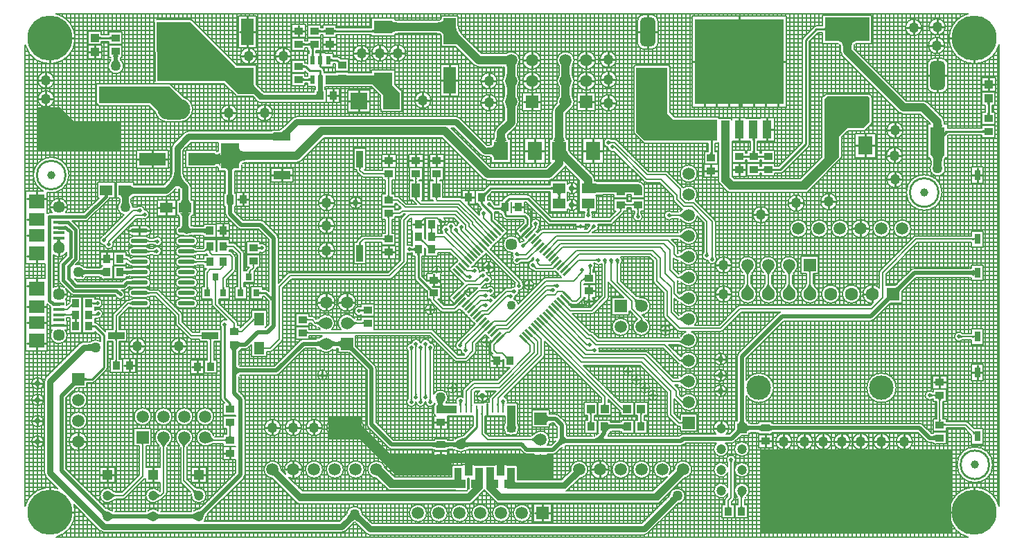
<source format=gtl>
G04*
G04 #@! TF.GenerationSoftware,Altium Limited,Altium Designer,18.1.2 (67)*
G04*
G04 Layer_Physical_Order=1*
G04 Layer_Color=255*
%FSLAX25Y25*%
%MOIN*%
G70*
G01*
G75*
%ADD12C,0.00800*%
%ADD16C,0.01000*%
%ADD26C,0.03937*%
%ADD27R,0.03150X0.05118*%
%ADD28R,0.03937X0.03543*%
%ADD29R,0.05118X0.05906*%
%ADD30R,0.03543X0.03937*%
%ADD31R,0.07480X0.05906*%
%ADD32R,0.05315X0.01575*%
G04:AMPARAMS|DCode=33|XSize=137.8mil|YSize=70.87mil|CornerRadius=17.72mil|HoleSize=0mil|Usage=FLASHONLY|Rotation=90.000|XOffset=0mil|YOffset=0mil|HoleType=Round|Shape=RoundedRectangle|*
%AMROUNDEDRECTD33*
21,1,0.13780,0.03543,0,0,90.0*
21,1,0.10236,0.07087,0,0,90.0*
1,1,0.03543,0.01772,0.05118*
1,1,0.03543,0.01772,-0.05118*
1,1,0.03543,-0.01772,-0.05118*
1,1,0.03543,-0.01772,0.05118*
%
%ADD33ROUNDEDRECTD33*%
%ADD34R,0.07087X0.13780*%
%ADD35R,0.06000X0.05000*%
%ADD36R,0.05906X0.12598*%
%ADD37R,0.12598X0.05906*%
%ADD38R,0.05906X0.05118*%
%ADD39R,0.07874X0.07874*%
%ADD40R,0.07087X0.09055*%
%ADD41R,0.03937X0.03937*%
%ADD42R,0.21260X0.11417*%
%ADD43R,0.08661X0.06299*%
%ADD44R,0.03937X0.03937*%
%ADD45R,0.03150X0.03543*%
%ADD46O,0.08268X0.02165*%
G04:AMPARAMS|DCode=47|XSize=47mil|YSize=12mil|CornerRadius=0mil|HoleSize=0mil|Usage=FLASHONLY|Rotation=225.000|XOffset=0mil|YOffset=0mil|HoleType=Round|Shape=Rectangle|*
%AMROTATEDRECTD47*
4,1,4,0.01237,0.02086,0.02086,0.01237,-0.01237,-0.02086,-0.02086,-0.01237,0.01237,0.02086,0.0*
%
%ADD47ROTATEDRECTD47*%

G04:AMPARAMS|DCode=48|XSize=47mil|YSize=12mil|CornerRadius=0mil|HoleSize=0mil|Usage=FLASHONLY|Rotation=135.000|XOffset=0mil|YOffset=0mil|HoleType=Round|Shape=Rectangle|*
%AMROTATEDRECTD48*
4,1,4,0.02086,-0.01237,0.01237,-0.02086,-0.02086,0.01237,-0.01237,0.02086,0.02086,-0.01237,0.0*
%
%ADD48ROTATEDRECTD48*%

%ADD49R,0.01000X0.03819*%
%ADD50R,0.42520X0.40984*%
%ADD51R,0.04213X0.08504*%
%ADD52R,0.02362X0.04331*%
%ADD53R,0.08000X0.04000*%
%ADD54R,0.09000X0.12000*%
%ADD55R,0.07874X0.03347*%
%ADD56R,0.03347X0.07874*%
%ADD57R,0.03937X0.07087*%
%ADD102C,0.02800*%
%ADD103C,0.01500*%
%ADD104C,0.03000*%
%ADD105C,0.04000*%
%ADD106C,0.02000*%
%ADD107C,0.05906*%
%ADD108R,0.05906X0.05906*%
%ADD109R,0.07480X0.07087*%
%ADD110C,0.05709*%
%ADD111C,0.04331*%
%ADD112R,0.07874X0.07874*%
%ADD113C,0.21654*%
%ADD114C,0.11811*%
%ADD115C,0.06299*%
%ADD116R,0.06299X0.06299*%
%ADD117C,0.04724*%
%ADD118R,0.04724X0.04724*%
%ADD119R,0.05906X0.05906*%
%ADD120O,0.15748X0.09843*%
%ADD121C,0.02000*%
%ADD122C,0.05000*%
%ADD123C,0.03150*%
%ADD124C,0.02953*%
G36*
X384894Y243488D02*
X384884Y243583D01*
X384854Y243668D01*
X384803Y243743D01*
X384732Y243808D01*
X384641Y243863D01*
X384530Y243908D01*
X384398Y243943D01*
X384246Y243968D01*
X384074Y243983D01*
X383882Y243988D01*
Y244988D01*
X384074Y244993D01*
X384246Y245008D01*
X384398Y245033D01*
X384530Y245068D01*
X384641Y245113D01*
X384732Y245168D01*
X384803Y245233D01*
X384854Y245308D01*
X384884Y245393D01*
X384894Y245488D01*
Y243488D01*
D02*
G37*
G36*
X172468Y243716D02*
X172127Y243669D01*
X170641Y243370D01*
X170557Y243333D01*
X170505Y243296D01*
X169798Y244003D01*
X169834Y244055D01*
X169872Y244139D01*
X169911Y244255D01*
X169951Y244403D01*
X170035Y244796D01*
X170218Y245967D01*
X172468Y243716D01*
D02*
G37*
G36*
X394087Y243073D02*
X393877Y243247D01*
X393613Y243403D01*
X393295Y243540D01*
X392923Y243659D01*
X392498Y243759D01*
X392019Y243842D01*
X390899Y243952D01*
X390258Y243979D01*
X389563Y243988D01*
Y244988D01*
X390258Y244997D01*
X392019Y245135D01*
X392498Y245217D01*
X392923Y245318D01*
X393295Y245437D01*
X393613Y245574D01*
X393877Y245729D01*
X394087Y245903D01*
Y243073D01*
D02*
G37*
G36*
X167893Y242650D02*
X167883Y242745D01*
X167853Y242830D01*
X167802Y242905D01*
X167731Y242970D01*
X167640Y243025D01*
X167529Y243070D01*
X167397Y243105D01*
X167246Y243130D01*
X167074Y243145D01*
X166881Y243150D01*
Y244150D01*
X167074Y244155D01*
X167246Y244170D01*
X167397Y244195D01*
X167529Y244230D01*
X167640Y244275D01*
X167731Y244330D01*
X167802Y244395D01*
X167853Y244470D01*
X167883Y244555D01*
X167893Y244650D01*
Y242650D01*
D02*
G37*
G36*
X148455Y244555D02*
X148485Y244470D01*
X148536Y244395D01*
X148606Y244330D01*
X148697Y244275D01*
X148809Y244230D01*
X148940Y244195D01*
X149092Y244170D01*
X149264Y244155D01*
X149457Y244150D01*
Y243150D01*
X149264Y243145D01*
X149092Y243130D01*
X148940Y243105D01*
X148809Y243070D01*
X148697Y243025D01*
X148606Y242970D01*
X148536Y242905D01*
X148485Y242830D01*
X148455Y242745D01*
X148444Y242650D01*
Y244650D01*
X148455Y244555D01*
D02*
G37*
G36*
X144555Y242650D02*
X144545Y242745D01*
X144515Y242830D01*
X144464Y242905D01*
X144394Y242970D01*
X144302Y243025D01*
X144191Y243070D01*
X144060Y243105D01*
X143908Y243130D01*
X143736Y243145D01*
X143544Y243150D01*
Y244150D01*
X143736Y244155D01*
X143908Y244170D01*
X144060Y244195D01*
X144191Y244230D01*
X144302Y244275D01*
X144394Y244330D01*
X144464Y244395D01*
X144515Y244470D01*
X144545Y244555D01*
X144555Y244650D01*
Y242650D01*
D02*
G37*
G36*
X141055Y244555D02*
X141085Y244470D01*
X141136Y244395D01*
X141206Y244330D01*
X141297Y244275D01*
X141409Y244230D01*
X141540Y244195D01*
X141692Y244170D01*
X141864Y244155D01*
X142057Y244150D01*
Y243150D01*
X141864Y243145D01*
X141692Y243130D01*
X141540Y243105D01*
X141409Y243070D01*
X141297Y243025D01*
X141206Y242970D01*
X141136Y242905D01*
X141085Y242830D01*
X141055Y242745D01*
X141044Y242650D01*
Y244650D01*
X141055Y244555D01*
D02*
G37*
G36*
X176559Y248620D02*
X176679Y248427D01*
X176879Y248256D01*
X177159Y248108D01*
X177519Y247983D01*
X177959Y247880D01*
X178479Y247801D01*
X179079Y247744D01*
X180519Y247698D01*
Y243698D01*
X179759Y243687D01*
X178479Y243596D01*
X177959Y243516D01*
X177519Y243414D01*
X177159Y243289D01*
X176879Y243141D01*
X176679Y242970D01*
X176559Y242777D01*
X176519Y242561D01*
Y248836D01*
X176559Y248620D01*
D02*
G37*
G36*
X201259Y241698D02*
X201219Y242078D01*
X201099Y242418D01*
X200899Y242718D01*
X200619Y242978D01*
X200259Y243198D01*
X199819Y243378D01*
X199299Y243518D01*
X198699Y243618D01*
X198019Y243678D01*
X197259Y243698D01*
Y247698D01*
X198019Y247718D01*
X198699Y247778D01*
X199299Y247878D01*
X199819Y248018D01*
X200259Y248198D01*
X200619Y248418D01*
X200899Y248678D01*
X201099Y248978D01*
X201219Y249318D01*
X201259Y249698D01*
Y241698D01*
D02*
G37*
G36*
X41556Y239347D02*
X41545Y239442D01*
X41515Y239527D01*
X41464Y239602D01*
X41394Y239667D01*
X41302Y239722D01*
X41191Y239767D01*
X41060Y239802D01*
X40908Y239827D01*
X40736Y239842D01*
X40543Y239847D01*
Y240847D01*
X40736Y240852D01*
X40908Y240867D01*
X41060Y240892D01*
X41191Y240927D01*
X41302Y240972D01*
X41394Y241027D01*
X41464Y241092D01*
X41515Y241167D01*
X41545Y241252D01*
X41556Y241347D01*
Y239347D01*
D02*
G37*
G36*
X35467Y241252D02*
X35497Y241167D01*
X35546Y241092D01*
X35616Y241027D01*
X35706Y240972D01*
X35816Y240927D01*
X35947Y240892D01*
X36097Y240867D01*
X36266Y240852D01*
X36457Y240847D01*
Y239847D01*
X36266Y239842D01*
X36097Y239827D01*
X35947Y239802D01*
X35816Y239767D01*
X35706Y239722D01*
X35616Y239667D01*
X35546Y239602D01*
X35497Y239527D01*
X35467Y239442D01*
X35456Y239347D01*
Y241347D01*
X35467Y241252D01*
D02*
G37*
G36*
X137155Y236350D02*
X137145Y236445D01*
X137115Y236530D01*
X137064Y236605D01*
X136994Y236670D01*
X136902Y236725D01*
X136791Y236770D01*
X136660Y236805D01*
X136508Y236830D01*
X136336Y236845D01*
X136144Y236850D01*
Y237850D01*
X136336Y237855D01*
X136508Y237870D01*
X136660Y237895D01*
X136791Y237930D01*
X136902Y237975D01*
X136994Y238030D01*
X137064Y238095D01*
X137115Y238170D01*
X137145Y238255D01*
X137155Y238350D01*
Y236350D01*
D02*
G37*
G36*
X133455Y238255D02*
X133485Y238170D01*
X133536Y238095D01*
X133606Y238030D01*
X133697Y237975D01*
X133809Y237930D01*
X133940Y237895D01*
X134092Y237870D01*
X134264Y237855D01*
X134457Y237850D01*
Y236850D01*
X134264Y236845D01*
X134092Y236830D01*
X133940Y236805D01*
X133809Y236770D01*
X133697Y236725D01*
X133606Y236670D01*
X133536Y236605D01*
X133485Y236530D01*
X133455Y236445D01*
X133444Y236350D01*
Y238350D01*
X133455Y238255D01*
D02*
G37*
G36*
X207158Y245763D02*
X207244Y245198D01*
X207386Y244634D01*
X207585Y244068D01*
X207841Y243503D01*
X208153Y242937D01*
X208522Y242371D01*
X208948Y241804D01*
X209430Y241237D01*
X209969Y240670D01*
Y235013D01*
X209525Y235452D01*
X207613Y237116D01*
X207420Y237231D01*
X207262Y237301D01*
X207141Y237324D01*
X207129Y246327D01*
X207158Y245763D01*
D02*
G37*
G36*
X399120Y238752D02*
X398780Y238632D01*
X398480Y238432D01*
X398220Y238152D01*
X398000Y237791D01*
X397820Y237351D01*
X397680Y236831D01*
X397580Y236231D01*
X397520Y235552D01*
X397500Y234791D01*
X393500D01*
X393480Y235552D01*
X393420Y236231D01*
X393320Y236831D01*
X393180Y237351D01*
X393000Y237791D01*
X392780Y238152D01*
X392520Y238432D01*
X392220Y238632D01*
X391880Y238752D01*
X391500Y238791D01*
X399500D01*
X399120Y238752D01*
D02*
G37*
G36*
X139165Y235593D02*
X139080Y235562D01*
X139005Y235512D01*
X138940Y235441D01*
X138885Y235350D01*
X138840Y235238D01*
X138805Y235107D01*
X138780Y234955D01*
X138765Y234783D01*
X138760Y234591D01*
X137760D01*
X137755Y234783D01*
X137740Y234955D01*
X137715Y235107D01*
X137680Y235238D01*
X137635Y235350D01*
X137580Y235441D01*
X137515Y235512D01*
X137440Y235562D01*
X137355Y235593D01*
X137260Y235603D01*
X139260D01*
X139165Y235593D01*
D02*
G37*
G36*
X138765Y232685D02*
X138780Y232513D01*
X138805Y232362D01*
X138840Y232230D01*
X138885Y232119D01*
X138940Y232028D01*
X139005Y231957D01*
X139080Y231906D01*
X139165Y231876D01*
X139260Y231866D01*
X137260D01*
X137355Y231876D01*
X137440Y231906D01*
X137515Y231957D01*
X137580Y232028D01*
X137635Y232119D01*
X137680Y232230D01*
X137715Y232362D01*
X137740Y232513D01*
X137755Y232685D01*
X137760Y232878D01*
X138760D01*
X138765Y232685D01*
D02*
G37*
G36*
X146907Y230629D02*
X146938Y230544D01*
X146988Y230469D01*
X147059Y230404D01*
X147150Y230349D01*
X147262Y230304D01*
X147393Y230269D01*
X147545Y230244D01*
X147717Y230229D01*
X147909Y230224D01*
Y229224D01*
X147717Y229219D01*
X147545Y229204D01*
X147393Y229179D01*
X147262Y229144D01*
X147150Y229099D01*
X147059Y229044D01*
X146988Y228979D01*
X146938Y228904D01*
X146907Y228819D01*
X146897Y228724D01*
Y230724D01*
X146907Y230629D01*
D02*
G37*
G36*
X45294Y232071D02*
X45148Y232011D01*
X45020Y231911D01*
X44908Y231771D01*
X44814Y231591D01*
X44737Y231371D01*
X44677Y231111D01*
X44634Y230811D01*
X44609Y230471D01*
X44607Y230377D01*
X44607Y230343D01*
X44630Y230104D01*
X44668Y229877D01*
X44720Y229660D01*
X44787Y229454D01*
X44870Y229259D01*
X44967Y229075D01*
X45080Y228901D01*
X45208Y228738D01*
X45350Y228585D01*
X41850D01*
X41993Y228738D01*
X42120Y228901D01*
X42232Y229075D01*
X42330Y229259D01*
X42412Y229454D01*
X42480Y229660D01*
X42533Y229877D01*
X42570Y230104D01*
X42592Y230343D01*
X42593Y230358D01*
X42590Y230471D01*
X42560Y230811D01*
X42510Y231111D01*
X42440Y231371D01*
X42350Y231591D01*
X42240Y231771D01*
X42110Y231911D01*
X41960Y232011D01*
X41790Y232071D01*
X41600Y232091D01*
X45456D01*
X45294Y232071D01*
D02*
G37*
G36*
X150938Y229426D02*
X151295Y229124D01*
X151455Y229013D01*
X151603Y228928D01*
X151738Y228869D01*
X151861Y228836D01*
X151971Y228830D01*
X152069Y228851D01*
X152155Y228897D01*
X150556Y227692D01*
X150620Y227760D01*
X150654Y227844D01*
X150657Y227945D01*
X150631Y228062D01*
X150574Y228195D01*
X150487Y228344D01*
X150370Y228510D01*
X150222Y228693D01*
X149836Y229106D01*
X150740Y229616D01*
X150938Y229426D01*
D02*
G37*
G36*
X231591Y227533D02*
X231561Y227546D01*
X231497Y227557D01*
X231399Y227567D01*
X230899Y227589D01*
X229756Y227600D01*
Y231600D01*
X231591Y231667D01*
Y227533D01*
D02*
G37*
G36*
X262054Y227461D02*
X262043Y227397D01*
X262033Y227299D01*
X262011Y226799D01*
X262000Y225656D01*
X258000D01*
X257933Y227491D01*
X262067D01*
X262054Y227461D01*
D02*
G37*
G36*
X235754D02*
X235743Y227397D01*
X235733Y227299D01*
X235711Y226799D01*
X235700Y225656D01*
X231700D01*
X231633Y227491D01*
X235767D01*
X235754Y227461D01*
D02*
G37*
G36*
X133455Y227555D02*
X133485Y227470D01*
X133536Y227395D01*
X133606Y227330D01*
X133697Y227275D01*
X133809Y227230D01*
X133940Y227195D01*
X134092Y227170D01*
X134264Y227155D01*
X134457Y227150D01*
Y226150D01*
X134264Y226145D01*
X134092Y226130D01*
X133940Y226105D01*
X133809Y226070D01*
X133697Y226025D01*
X133606Y225970D01*
X133536Y225905D01*
X133485Y225830D01*
X133455Y225745D01*
X133444Y225650D01*
Y227650D01*
X133455Y227555D01*
D02*
G37*
G36*
X142505Y223237D02*
X142520Y223065D01*
X142545Y222913D01*
X142580Y222781D01*
X142625Y222670D01*
X142680Y222579D01*
X142745Y222508D01*
X142820Y222457D01*
X142905Y222427D01*
X143000Y222417D01*
X141000D01*
X141095Y222427D01*
X141180Y222457D01*
X141255Y222508D01*
X141320Y222579D01*
X141375Y222670D01*
X141420Y222781D01*
X141455Y222913D01*
X141480Y223065D01*
X141495Y223237D01*
X141500Y223429D01*
X142500D01*
X142505Y223237D01*
D02*
G37*
G36*
X262067Y221709D02*
X257933D01*
X257946Y221739D01*
X257957Y221803D01*
X257967Y221901D01*
X257989Y222401D01*
X258000Y223544D01*
X262000D01*
X262067Y221709D01*
D02*
G37*
G36*
X235767D02*
X231633D01*
X231646Y221739D01*
X231657Y221803D01*
X231667Y221901D01*
X231689Y222401D01*
X231700Y223544D01*
X235700D01*
X235767Y221709D01*
D02*
G37*
G36*
X137103Y219276D02*
X137093Y219371D01*
X137062Y219456D01*
X137012Y219531D01*
X136941Y219596D01*
X136850Y219651D01*
X136738Y219696D01*
X136607Y219731D01*
X136455Y219756D01*
X136283Y219771D01*
X136091Y219776D01*
Y220776D01*
X136283Y220781D01*
X136455Y220796D01*
X136607Y220821D01*
X136738Y220856D01*
X136850Y220901D01*
X136941Y220956D01*
X137012Y221021D01*
X137062Y221096D01*
X137093Y221181D01*
X137103Y221276D01*
Y219276D01*
D02*
G37*
G36*
X133455Y221181D02*
X133485Y221096D01*
X133536Y221021D01*
X133606Y220956D01*
X133697Y220901D01*
X133809Y220856D01*
X133940Y220821D01*
X134092Y220796D01*
X134264Y220781D01*
X134457Y220776D01*
Y219776D01*
X134264Y219771D01*
X134092Y219756D01*
X133940Y219731D01*
X133809Y219696D01*
X133697Y219651D01*
X133606Y219596D01*
X133536Y219531D01*
X133485Y219456D01*
X133455Y219371D01*
X133444Y219276D01*
Y221276D01*
X133455Y221181D01*
D02*
G37*
G36*
X262054Y217461D02*
X262043Y217397D01*
X262033Y217299D01*
X262011Y216799D01*
X262000Y215656D01*
X258000D01*
X257933Y217491D01*
X262067D01*
X262054Y217461D01*
D02*
G37*
G36*
X235754D02*
X235743Y217397D01*
X235733Y217299D01*
X235711Y216799D01*
X235700Y215656D01*
X231700D01*
X231633Y217491D01*
X235767D01*
X235754Y217461D01*
D02*
G37*
G36*
X262067Y211709D02*
X257933D01*
X257946Y211739D01*
X257957Y211803D01*
X257967Y211901D01*
X257989Y212401D01*
X258000Y213544D01*
X262000D01*
X262067Y211709D01*
D02*
G37*
G36*
X235767D02*
X231633D01*
X231646Y211739D01*
X231657Y211803D01*
X231667Y211901D01*
X231689Y212401D01*
X231700Y213544D01*
X235700D01*
X235767Y211709D01*
D02*
G37*
G36*
X79400Y248000D02*
X101300Y226100D01*
X109700Y226100D01*
X109900Y225900D01*
Y216789D01*
X109941Y216748D01*
Y218162D01*
X109948Y218021D01*
X109969Y217880D01*
X110004Y217738D01*
X110054Y217597D01*
X110117Y217455D01*
X110195Y217314D01*
X110287Y217173D01*
X110393Y217031D01*
X110513Y216890D01*
X110648Y216748D01*
Y216041D01*
X114189Y212500D01*
X139091D01*
Y213000D01*
X139281Y213005D01*
X139451Y213020D01*
X139601Y213045D01*
X139731Y213080D01*
X139841Y213125D01*
X139931Y213180D01*
X140001Y213245D01*
X140051Y213320D01*
X140081Y213405D01*
X140091Y213500D01*
Y212500D01*
X140800D01*
Y222400D01*
X143100D01*
Y210600D01*
X112700D01*
X109900Y213400D01*
X102400D01*
X96200Y219600D01*
X63600Y219600D01*
X63300Y248100D01*
X79300D01*
X79400Y248000D01*
D02*
G37*
G36*
X464405Y209199D02*
X464320Y209169D01*
X464245Y209118D01*
X464180Y209047D01*
X464125Y208956D01*
X464080Y208845D01*
X464045Y208713D01*
X464020Y208561D01*
X464005Y208389D01*
X464000Y208197D01*
X463000D01*
X462995Y208389D01*
X462980Y208561D01*
X462955Y208713D01*
X462920Y208845D01*
X462875Y208956D01*
X462820Y209047D01*
X462755Y209118D01*
X462680Y209169D01*
X462595Y209199D01*
X462500Y209209D01*
X464500D01*
X464405Y209199D01*
D02*
G37*
G36*
X176500Y217600D02*
X180100Y214000D01*
Y206200D01*
X172200D01*
Y213000D01*
X167100Y218100D01*
X144500D01*
Y222400D01*
X176500D01*
Y217600D01*
D02*
G37*
G36*
X235754Y207461D02*
X235743Y207397D01*
X235733Y207299D01*
X235711Y206799D01*
X235700Y205656D01*
X231700D01*
X231633Y207491D01*
X235767D01*
X235754Y207461D01*
D02*
G37*
G36*
X260820Y206764D02*
X258762Y204333D01*
X256010Y207239D01*
X256246Y207478D01*
X257029Y208371D01*
X257106Y208489D01*
X257157Y208587D01*
X257182Y208665D01*
X257180Y208723D01*
X260820Y206764D01*
D02*
G37*
G36*
X464005Y204217D02*
X464020Y204045D01*
X464045Y203893D01*
X464080Y203762D01*
X464125Y203650D01*
X464180Y203559D01*
X464245Y203488D01*
X464320Y203438D01*
X464405Y203407D01*
X464500Y203397D01*
X462500D01*
X462595Y203407D01*
X462680Y203438D01*
X462755Y203488D01*
X462820Y203559D01*
X462875Y203650D01*
X462920Y203762D01*
X462955Y203893D01*
X462980Y204045D01*
X462995Y204217D01*
X463000Y204409D01*
X464000D01*
X464005Y204217D01*
D02*
G37*
G36*
X77700Y208700D02*
Y203100D01*
X76100Y201500D01*
X67500D01*
X60000Y209000D01*
X35600D01*
Y216900D01*
X69500D01*
X77700Y208700D01*
D02*
G37*
G36*
X441003Y199466D02*
X441097Y197983D01*
X441132Y197823D01*
X441173Y197709D01*
X441219Y197641D01*
X441270Y197618D01*
X436730D01*
X436781Y197641D01*
X436827Y197709D01*
X436868Y197823D01*
X436903Y197983D01*
X436932Y198188D01*
X436976Y198736D01*
X437000Y199900D01*
X441000D01*
X441003Y199466D01*
D02*
G37*
G36*
X443238Y194909D02*
X443551Y194596D01*
X443072Y194104D01*
X442984Y194000D01*
X442878Y193859D01*
X442786Y193718D01*
X442708Y193576D01*
X442644Y193435D01*
X442595Y193293D01*
X442560Y193152D01*
X442538Y193010D01*
X442531Y192869D01*
Y193473D01*
X442136Y193010D01*
X441919Y192757D01*
X441638Y192360D01*
X441409Y191988D01*
X441230Y191641D01*
X441102Y191319D01*
X441026Y191022D01*
X441000Y190751D01*
X438999Y192752D01*
X439270Y192778D01*
X439567Y192854D01*
X439889Y192982D01*
X440236Y193161D01*
X440608Y193390D01*
X441005Y193671D01*
X441874Y194385D01*
X442347Y194819D01*
X442531Y194999D01*
Y195697D01*
X442538Y195570D01*
X442560Y195471D01*
X442595Y195401D01*
X442644Y195358D01*
X442708Y195344D01*
X442786Y195358D01*
X442878Y195401D01*
X442984Y195471D01*
X443104Y195570D01*
X443238Y195697D01*
Y194909D01*
D02*
G37*
G36*
X129609Y196788D02*
X128925Y196083D01*
X127872Y194860D01*
X127503Y194342D01*
X127238Y193886D01*
X127078Y193493D01*
X127023Y193163D01*
X127073Y192894D01*
X127228Y192689D01*
X127488Y192545D01*
X121245Y194788D01*
X121569Y194708D01*
X121915Y194693D01*
X122283Y194743D01*
X122673Y194858D01*
X123086Y195038D01*
X123522Y195283D01*
X123980Y195592D01*
X124460Y195966D01*
X124963Y196405D01*
X125488Y196909D01*
X129609Y196788D01*
D02*
G37*
G36*
X461555Y194350D02*
X461545Y194445D01*
X461515Y194530D01*
X461464Y194605D01*
X461394Y194670D01*
X461303Y194725D01*
X461191Y194770D01*
X461060Y194805D01*
X460908Y194830D01*
X460736Y194845D01*
X460543Y194850D01*
Y195850D01*
X460736Y195855D01*
X460908Y195870D01*
X461060Y195895D01*
X461191Y195930D01*
X461303Y195975D01*
X461394Y196030D01*
X461464Y196095D01*
X461515Y196170D01*
X461545Y196255D01*
X461555Y196350D01*
Y194350D01*
D02*
G37*
G36*
X351405Y191974D02*
X351320Y191944D01*
X351245Y191894D01*
X351180Y191824D01*
X351125Y191734D01*
X351080Y191624D01*
X351045Y191494D01*
X351020Y191344D01*
X351005Y191174D01*
X351000Y190984D01*
X350000D01*
X349995Y191174D01*
X349980Y191344D01*
X349955Y191494D01*
X349920Y191624D01*
X349875Y191734D01*
X349820Y191824D01*
X349755Y191894D01*
X349680Y191944D01*
X349595Y191974D01*
X349500Y191984D01*
X351500D01*
X351405Y191974D01*
D02*
G37*
G36*
X309000Y204000D02*
X312000Y201000D01*
X333000D01*
Y191000D01*
X330615D01*
X330614Y190984D01*
X329614D01*
X329614Y191000D01*
X298000D01*
X294000Y195000D01*
Y226000D01*
X309000D01*
Y204000D01*
D02*
G37*
G36*
X119512Y190812D02*
X119482Y190905D01*
X119392Y190988D01*
X119242Y191061D01*
X119032Y191124D01*
X118762Y191178D01*
X118432Y191222D01*
X117592Y191280D01*
X116512Y191300D01*
Y194300D01*
X117082Y194305D01*
X118762Y194422D01*
X119032Y194476D01*
X119242Y194539D01*
X119392Y194612D01*
X119482Y194695D01*
X119512Y194788D01*
Y190812D01*
D02*
G37*
G36*
X258905Y193756D02*
X259028Y192476D01*
X259135Y191956D01*
X259273Y191516D01*
X259441Y191156D01*
X259640Y190876D01*
X259870Y190676D01*
X260130Y190556D01*
X260421Y190516D01*
X253359D01*
X253649Y190556D01*
X253910Y190676D01*
X254139Y190876D01*
X254339Y191156D01*
X254507Y191516D01*
X254645Y191956D01*
X254752Y192476D01*
X254829Y193076D01*
X254874Y193756D01*
X254890Y194516D01*
X258890D01*
X258905Y193756D01*
D02*
G37*
G36*
X230905D02*
X231028Y192476D01*
X231135Y191956D01*
X231273Y191516D01*
X231441Y191156D01*
X231640Y190876D01*
X231870Y190676D01*
X232130Y190556D01*
X232421Y190516D01*
X225359D01*
X225649Y190556D01*
X225910Y190676D01*
X226139Y190876D01*
X226339Y191156D01*
X226507Y191516D01*
X226645Y191956D01*
X226752Y192476D01*
X226829Y193076D01*
X226874Y193756D01*
X226890Y194516D01*
X230890D01*
X230905Y193756D01*
D02*
G37*
G36*
X281207Y190617D02*
X281276Y190571D01*
X281350Y190531D01*
X281427Y190497D01*
X281507Y190467D01*
X281592Y190443D01*
X281680Y190424D01*
X281772Y190411D01*
X281867Y190403D01*
X281966Y190400D01*
X282054Y189600D01*
X281954Y189597D01*
X281859Y189587D01*
X281769Y189571D01*
X281684Y189548D01*
X281604Y189519D01*
X281529Y189483D01*
X281459Y189441D01*
X281395Y189392D01*
X281335Y189337D01*
X281281Y189275D01*
X281141Y190668D01*
X281207Y190617D01*
D02*
G37*
G36*
X24000Y200000D02*
X46000Y200100D01*
Y186100D01*
X6100D01*
X6000Y186000D01*
Y207000D01*
X17000D01*
X24000Y200000D01*
D02*
G37*
G36*
X351005Y185719D02*
X351020Y185549D01*
X351045Y185399D01*
X351080Y185269D01*
X351125Y185159D01*
X351180Y185069D01*
X351245Y184999D01*
X351320Y184949D01*
X351405Y184919D01*
X351500Y184909D01*
X349500D01*
X349595Y184919D01*
X349680Y184949D01*
X349755Y184999D01*
X349820Y185069D01*
X349875Y185159D01*
X349920Y185269D01*
X349955Y185399D01*
X349980Y185549D01*
X349995Y185719D01*
X350000Y185909D01*
X351000D01*
X351005Y185719D01*
D02*
G37*
G36*
X330619Y185219D02*
X330634Y185049D01*
X330659Y184899D01*
X330694Y184769D01*
X330739Y184659D01*
X330794Y184569D01*
X330859Y184499D01*
X330934Y184449D01*
X331019Y184419D01*
X331114Y184409D01*
X329114D01*
X329209Y184419D01*
X329294Y184449D01*
X329369Y184499D01*
X329434Y184569D01*
X329489Y184659D01*
X329534Y184769D01*
X329569Y184899D01*
X329594Y185049D01*
X329609Y185219D01*
X329614Y185409D01*
X330614D01*
X330619Y185219D01*
D02*
G37*
G36*
X94024Y184028D02*
X94338Y184009D01*
X95098Y184000D01*
Y180000D01*
X94338Y179991D01*
X94024Y179966D01*
Y178000D01*
X93984Y178380D01*
X93863Y178720D01*
X93663Y179020D01*
X93382Y179280D01*
X93021Y179500D01*
X92580Y179680D01*
X92195Y179783D01*
X92098Y179765D01*
X91738Y179661D01*
X91458Y179539D01*
X91258Y179398D01*
X91138Y179238D01*
X91098Y179059D01*
Y179952D01*
X90774Y179980D01*
X90012Y180000D01*
Y184000D01*
X90774Y184020D01*
X91098Y184048D01*
Y184941D01*
X91138Y184762D01*
X91258Y184602D01*
X91458Y184461D01*
X91738Y184339D01*
X92098Y184235D01*
X92195Y184217D01*
X92580Y184320D01*
X93021Y184500D01*
X93382Y184720D01*
X93663Y184980D01*
X93863Y185280D01*
X93984Y185620D01*
X94024Y186000D01*
Y184028D01*
D02*
G37*
G36*
X225371Y183000D02*
X225340Y183285D01*
X225250Y183540D01*
X225099Y183765D01*
X224889Y183960D01*
X224618Y184125D01*
X224286Y184260D01*
X223895Y184365D01*
X223443Y184440D01*
X222931Y184485D01*
X222358Y184500D01*
Y187500D01*
X222931Y187515D01*
X223443Y187560D01*
X223895Y187635D01*
X224286Y187740D01*
X224618Y187875D01*
X224889Y188040D01*
X225099Y188235D01*
X225250Y188460D01*
X225340Y188715D01*
X225371Y189000D01*
Y183000D01*
D02*
G37*
G36*
X355556Y182150D02*
X355545Y182245D01*
X355515Y182330D01*
X355464Y182405D01*
X355394Y182470D01*
X355303Y182525D01*
X355191Y182570D01*
X355060Y182605D01*
X354908Y182630D01*
X354736Y182645D01*
X354543Y182650D01*
Y183650D01*
X354736Y183655D01*
X354908Y183670D01*
X355060Y183695D01*
X355191Y183730D01*
X355303Y183775D01*
X355394Y183830D01*
X355464Y183895D01*
X355515Y183970D01*
X355545Y184055D01*
X355556Y184150D01*
Y182150D01*
D02*
G37*
G36*
X352455Y184055D02*
X352485Y183970D01*
X352536Y183895D01*
X352606Y183830D01*
X352697Y183775D01*
X352809Y183730D01*
X352940Y183695D01*
X353092Y183670D01*
X353264Y183655D01*
X353456Y183650D01*
Y182650D01*
X353264Y182645D01*
X353092Y182630D01*
X352940Y182605D01*
X352809Y182570D01*
X352697Y182525D01*
X352606Y182470D01*
X352536Y182405D01*
X352485Y182330D01*
X352455Y182245D01*
X352445Y182150D01*
Y184150D01*
X352455Y184055D01*
D02*
G37*
G36*
X348555Y182150D02*
X348545Y182245D01*
X348515Y182330D01*
X348464Y182405D01*
X348394Y182470D01*
X348303Y182525D01*
X348191Y182570D01*
X348060Y182605D01*
X347908Y182630D01*
X347736Y182645D01*
X347544Y182650D01*
Y183650D01*
X347736Y183655D01*
X347908Y183670D01*
X348060Y183695D01*
X348191Y183730D01*
X348303Y183775D01*
X348394Y183830D01*
X348464Y183895D01*
X348515Y183970D01*
X348545Y184055D01*
X348555Y184150D01*
Y182150D01*
D02*
G37*
G36*
X345455Y184055D02*
X345485Y183970D01*
X345536Y183895D01*
X345606Y183830D01*
X345697Y183775D01*
X345809Y183730D01*
X345940Y183695D01*
X346092Y183670D01*
X346264Y183655D01*
X346457Y183650D01*
Y182650D01*
X346264Y182645D01*
X346092Y182630D01*
X345940Y182605D01*
X345809Y182570D01*
X345697Y182525D01*
X345606Y182470D01*
X345536Y182405D01*
X345485Y182330D01*
X345455Y182245D01*
X345444Y182150D01*
Y184150D01*
X345455Y184055D01*
D02*
G37*
G36*
X442240Y183834D02*
X441980Y183714D01*
X441750Y183514D01*
X441551Y183234D01*
X441383Y182874D01*
X441245Y182434D01*
X441138Y181914D01*
X441061Y181314D01*
X441015Y180634D01*
X441000Y179874D01*
X437000D01*
X436985Y180634D01*
X436862Y181914D01*
X436755Y182434D01*
X436617Y182874D01*
X436449Y183234D01*
X436250Y183514D01*
X436020Y183714D01*
X435760Y183834D01*
X435469Y183874D01*
X442531D01*
X442240Y183834D01*
D02*
G37*
G36*
X103016Y187120D02*
X103137Y186780D01*
X103337Y186480D01*
X103618Y186220D01*
X103979Y186000D01*
X104420Y185820D01*
X104942Y185680D01*
X105544Y185580D01*
X106226Y185520D01*
X106988Y185500D01*
Y181500D01*
X106226Y181480D01*
X105544Y181420D01*
X104942Y181320D01*
X104420Y181180D01*
X103979Y181000D01*
X103618Y180780D01*
X103337Y180520D01*
X103137Y180220D01*
X103016Y179880D01*
X102976Y179500D01*
Y187500D01*
X103016Y187120D01*
D02*
G37*
G36*
X260228Y187771D02*
X260151Y187370D01*
X260176Y186922D01*
X260306Y186427D01*
X260538Y185884D01*
X260874Y185295D01*
X261313Y184659D01*
X261855Y183976D01*
X262501Y183246D01*
X263249Y182469D01*
X261405Y178656D01*
X260540Y179493D01*
X259009Y180799D01*
X258343Y181268D01*
X257744Y181613D01*
X257212Y181836D01*
X256746Y181935D01*
X256347Y181912D01*
X256014Y181766D01*
X255749Y181496D01*
X260409Y188126D01*
X260228Y187771D01*
D02*
G37*
G36*
X99836Y181969D02*
X99766Y181781D01*
X99703Y181523D01*
X99649Y181196D01*
X99566Y180332D01*
X99504Y178514D01*
X99500Y177768D01*
X97500D01*
X97496Y178514D01*
X97297Y181523D01*
X97234Y181781D01*
X97164Y181969D01*
X97085Y182087D01*
X99915D01*
X99836Y181969D01*
D02*
G37*
G36*
X161724Y178079D02*
X161656Y178054D01*
X161596Y178014D01*
X161544Y177957D01*
X161500Y177884D01*
X161464Y177795D01*
X161436Y177689D01*
X161416Y177567D01*
X161404Y177429D01*
X161400Y177275D01*
X160600D01*
X160596Y177429D01*
X160584Y177567D01*
X160564Y177689D01*
X160536Y177795D01*
X160500Y177884D01*
X160456Y177957D01*
X160404Y178014D01*
X160344Y178054D01*
X160276Y178079D01*
X160200Y178087D01*
X161800D01*
X161724Y178079D01*
D02*
G37*
G36*
X359455Y177755D02*
X359485Y177670D01*
X359536Y177595D01*
X359606Y177530D01*
X359698Y177475D01*
X359809Y177430D01*
X359940Y177395D01*
X360092Y177370D01*
X360264Y177355D01*
X360456Y177350D01*
Y176350D01*
X360264Y176345D01*
X360092Y176330D01*
X359940Y176305D01*
X359809Y176270D01*
X359698Y176225D01*
X359606Y176170D01*
X359536Y176105D01*
X359485Y176030D01*
X359455Y175945D01*
X359444Y175850D01*
Y177850D01*
X359455Y177755D01*
D02*
G37*
G36*
X355556Y175850D02*
X355545Y175945D01*
X355515Y176030D01*
X355464Y176105D01*
X355394Y176170D01*
X355303Y176225D01*
X355191Y176270D01*
X355060Y176305D01*
X354908Y176330D01*
X354736Y176345D01*
X354543Y176350D01*
Y177350D01*
X354736Y177355D01*
X354908Y177370D01*
X355060Y177395D01*
X355191Y177430D01*
X355303Y177475D01*
X355394Y177530D01*
X355464Y177595D01*
X355515Y177670D01*
X355545Y177755D01*
X355556Y177850D01*
Y175850D01*
D02*
G37*
G36*
X352455Y177755D02*
X352485Y177670D01*
X352536Y177595D01*
X352606Y177530D01*
X352697Y177475D01*
X352809Y177430D01*
X352940Y177395D01*
X353092Y177370D01*
X353264Y177355D01*
X353456Y177350D01*
Y176350D01*
X353264Y176345D01*
X353092Y176330D01*
X352940Y176305D01*
X352809Y176270D01*
X352697Y176225D01*
X352606Y176170D01*
X352536Y176105D01*
X352485Y176030D01*
X352455Y175945D01*
X352445Y175850D01*
Y177850D01*
X352455Y177755D01*
D02*
G37*
G36*
X100310Y177504D02*
X100140Y177444D01*
X99990Y177343D01*
X99860Y177202D01*
X99750Y177021D01*
X99660Y176800D01*
X99590Y176538D01*
X99540Y176236D01*
X99510Y175894D01*
X99500Y175512D01*
X97500D01*
X97490Y175894D01*
X97460Y176236D01*
X97410Y176538D01*
X97340Y176800D01*
X97250Y177021D01*
X97140Y177202D01*
X97010Y177343D01*
X96860Y177444D01*
X96690Y177504D01*
X96500Y177524D01*
X100500D01*
X100310Y177504D01*
D02*
G37*
G36*
X173056Y174050D02*
X173047Y174126D01*
X173023Y174194D01*
X172982Y174254D01*
X172926Y174306D01*
X172853Y174350D01*
X172763Y174386D01*
X172658Y174414D01*
X172536Y174434D01*
X172398Y174446D01*
X172243Y174450D01*
Y175250D01*
X172398Y175254D01*
X172536Y175266D01*
X172658Y175286D01*
X172763Y175314D01*
X172853Y175350D01*
X172926Y175394D01*
X172982Y175446D01*
X173023Y175506D01*
X173047Y175574D01*
X173056Y175650D01*
Y174050D01*
D02*
G37*
G36*
X198567Y173083D02*
X198499Y173059D01*
X198439Y173019D01*
X198387Y172963D01*
X198343Y172891D01*
X198307Y172803D01*
X198279Y172699D01*
X198259Y172579D01*
X198247Y172443D01*
X198243Y172291D01*
X197443D01*
X197439Y172443D01*
X197427Y172579D01*
X197407Y172699D01*
X197379Y172803D01*
X197343Y172891D01*
X197299Y172963D01*
X197247Y173019D01*
X197187Y173059D01*
X197119Y173083D01*
X197043Y173091D01*
X198643D01*
X198567Y173083D01*
D02*
G37*
G36*
X188724D02*
X188656Y173059D01*
X188596Y173019D01*
X188544Y172963D01*
X188500Y172891D01*
X188464Y172803D01*
X188436Y172699D01*
X188416Y172579D01*
X188404Y172443D01*
X188400Y172291D01*
X187600D01*
X187596Y172443D01*
X187584Y172579D01*
X187564Y172699D01*
X187536Y172803D01*
X187500Y172891D01*
X187456Y172963D01*
X187404Y173019D01*
X187344Y173059D01*
X187276Y173083D01*
X187200Y173091D01*
X188800D01*
X188724Y173083D01*
D02*
G37*
G36*
X175524Y173083D02*
X175456Y173059D01*
X175396Y173019D01*
X175344Y172963D01*
X175300Y172891D01*
X175264Y172803D01*
X175236Y172699D01*
X175216Y172579D01*
X175204Y172443D01*
X175200Y172291D01*
X174400D01*
X174396Y172443D01*
X174384Y172579D01*
X174364Y172699D01*
X174336Y172803D01*
X174300Y172891D01*
X174256Y172963D01*
X174204Y173019D01*
X174144Y173059D01*
X174076Y173083D01*
X174000Y173091D01*
X175600D01*
X175524Y173083D01*
D02*
G37*
G36*
X406200Y211600D02*
Y199800D01*
X403300Y196900D01*
X395400D01*
X391500Y193000D01*
Y183100D01*
X375700Y167300D01*
X338800D01*
X334700Y171400D01*
Y200500D01*
X338900D01*
X338900Y173300D01*
X340800Y171400D01*
X373300D01*
X384400Y182500D01*
Y210800D01*
X385800Y212200D01*
X405600D01*
X406200Y211600D01*
D02*
G37*
G36*
X198247Y171179D02*
X198259Y171043D01*
X198279Y170923D01*
X198307Y170819D01*
X198343Y170731D01*
X198387Y170659D01*
X198439Y170603D01*
X198499Y170563D01*
X198567Y170539D01*
X198643Y170531D01*
X197043D01*
X197119Y170539D01*
X197187Y170563D01*
X197247Y170603D01*
X197299Y170659D01*
X197343Y170731D01*
X197379Y170819D01*
X197407Y170923D01*
X197427Y171043D01*
X197439Y171179D01*
X197443Y171331D01*
X198243D01*
X198247Y171179D01*
D02*
G37*
G36*
X188404D02*
X188416Y171043D01*
X188436Y170923D01*
X188464Y170819D01*
X188500Y170731D01*
X188544Y170659D01*
X188596Y170603D01*
X188656Y170563D01*
X188724Y170539D01*
X188800Y170531D01*
X187200D01*
X187276Y170539D01*
X187344Y170563D01*
X187404Y170603D01*
X187456Y170659D01*
X187500Y170731D01*
X187536Y170819D01*
X187564Y170923D01*
X187584Y171043D01*
X187596Y171179D01*
X187600Y171331D01*
X188400D01*
X188404Y171179D01*
D02*
G37*
G36*
X74721Y175330D02*
X74785Y174757D01*
X74891Y174200D01*
X75039Y173662D01*
X75230Y173141D01*
X75464Y172638D01*
X75739Y172152D01*
X76058Y171684D01*
X76418Y171233D01*
X76821Y170800D01*
X75321Y168057D01*
X74897Y168439D01*
X74473Y168736D01*
X74049Y168948D01*
X73624Y169076D01*
X73200Y169118D01*
X72776Y169076D01*
X72351Y168948D01*
X71927Y168736D01*
X71503Y168439D01*
X71079Y168057D01*
X69579Y170800D01*
X69982Y171233D01*
X70342Y171684D01*
X70661Y172152D01*
X70936Y172638D01*
X71170Y173141D01*
X71361Y173662D01*
X71509Y174200D01*
X71615Y174757D01*
X71679Y175330D01*
X71700Y175921D01*
X74700D01*
X74721Y175330D01*
D02*
G37*
G36*
X253871Y167000D02*
X253861Y167095D01*
X253831Y167180D01*
X253780Y167255D01*
X253709Y167320D01*
X253618Y167375D01*
X253507Y167420D01*
X253375Y167455D01*
X253224Y167480D01*
X253051Y167495D01*
X252859Y167500D01*
Y168500D01*
X253051Y168505D01*
X253224Y168520D01*
X253375Y168545D01*
X253507Y168580D01*
X253618Y168625D01*
X253709Y168680D01*
X253780Y168745D01*
X253831Y168820D01*
X253861Y168905D01*
X253871Y169000D01*
Y167000D01*
D02*
G37*
G36*
X222116Y165460D02*
X221927Y165263D01*
X221628Y164908D01*
X221518Y164748D01*
X221434Y164600D01*
X221376Y164465D01*
X221345Y164342D01*
X221340Y164231D01*
X221361Y164132D01*
X221409Y164045D01*
X220192Y165656D01*
X220261Y165591D01*
X220346Y165556D01*
X220447Y165551D01*
X220564Y165576D01*
X220698Y165632D01*
X220847Y165718D01*
X221013Y165834D01*
X221194Y165980D01*
X221606Y166364D01*
X222116Y165460D01*
D02*
G37*
G36*
X273781Y170443D02*
X273901Y170350D01*
X274101Y170268D01*
X274381Y170197D01*
X274741Y170137D01*
X275181Y170088D01*
X276301Y170022D01*
X277741Y170000D01*
Y166000D01*
X276981Y165995D01*
X274381Y165803D01*
X274101Y165732D01*
X273901Y165650D01*
X273781Y165557D01*
X273741Y165453D01*
Y170547D01*
X273781Y170443D01*
D02*
G37*
G36*
X50918Y169343D02*
X51008Y169124D01*
X51158Y168931D01*
X51368Y168764D01*
X51638Y168622D01*
X51968Y168506D01*
X52358Y168416D01*
X52808Y168351D01*
X53318Y168313D01*
X53888Y168300D01*
Y165300D01*
X53318Y165293D01*
X51968Y165190D01*
X51638Y165128D01*
X51368Y165052D01*
X51158Y164963D01*
X51008Y164860D01*
X50918Y164743D01*
X50888Y164612D01*
Y169588D01*
X50918Y169343D01*
D02*
G37*
G36*
X99508Y166077D02*
X99573Y165436D01*
X99630Y165176D01*
X99703Y164956D01*
X99792Y164777D01*
X99897Y164637D01*
X100018Y164536D01*
X100156Y164477D01*
X100310Y164456D01*
X96791D01*
X96925Y164477D01*
X97046Y164536D01*
X97153Y164637D01*
X97245Y164777D01*
X97323Y164956D01*
X97386Y165176D01*
X97436Y165436D01*
X97472Y165736D01*
X97493Y166077D01*
X97500Y166456D01*
X99500D01*
X99508Y166077D01*
D02*
G37*
G36*
X257705Y165455D02*
X257620Y165425D01*
X257545Y165374D01*
X257480Y165303D01*
X257425Y165212D01*
X257380Y165101D01*
X257345Y164969D01*
X257320Y164817D01*
X257305Y164645D01*
X257300Y164453D01*
X256300D01*
X256295Y164645D01*
X256280Y164817D01*
X256255Y164969D01*
X256220Y165101D01*
X256175Y165212D01*
X256120Y165303D01*
X256055Y165374D01*
X255980Y165425D01*
X255895Y165455D01*
X255800Y165465D01*
X257800D01*
X257705Y165455D01*
D02*
G37*
G36*
X175204Y164707D02*
X175216Y164571D01*
X175236Y164451D01*
X175264Y164347D01*
X175300Y164259D01*
X175344Y164187D01*
X175396Y164131D01*
X175456Y164091D01*
X175524Y164067D01*
X175600Y164059D01*
X174000D01*
X174076Y164067D01*
X174144Y164091D01*
X174204Y164131D01*
X174256Y164187D01*
X174300Y164259D01*
X174336Y164347D01*
X174364Y164451D01*
X174384Y164571D01*
X174396Y164707D01*
X174400Y164859D01*
X175200D01*
X175204Y164707D01*
D02*
G37*
G36*
X257305Y163857D02*
X257320Y163687D01*
X257345Y163537D01*
X257380Y163407D01*
X257425Y163297D01*
X257480Y163207D01*
X257545Y163137D01*
X257620Y163087D01*
X257705Y163057D01*
X257800Y163047D01*
X255800D01*
X255895Y163057D01*
X255980Y163087D01*
X256055Y163137D01*
X256120Y163207D01*
X256175Y163297D01*
X256220Y163407D01*
X256255Y163537D01*
X256280Y163687D01*
X256295Y163857D01*
X256300Y164047D01*
X257300D01*
X257305Y163857D01*
D02*
G37*
G36*
X188699Y163473D02*
X188636Y163450D01*
X188581Y163410D01*
X188533Y163356D01*
X188492Y163286D01*
X188459Y163200D01*
X188433Y163098D01*
X188415Y162981D01*
X188404Y162848D01*
X188400Y162700D01*
X187600D01*
X187596Y162848D01*
X187585Y162981D01*
X187567Y163098D01*
X187541Y163200D01*
X187508Y163286D01*
X187467Y163356D01*
X187419Y163410D01*
X187364Y163450D01*
X187301Y163473D01*
X187231Y163481D01*
X188769D01*
X188699Y163473D01*
D02*
G37*
G36*
X198567Y163473D02*
X198499Y163448D01*
X198439Y163408D01*
X198387Y163351D01*
X198343Y163278D01*
X198307Y163188D01*
X198279Y163083D01*
X198259Y162961D01*
X198247Y162823D01*
X198243Y162669D01*
X197443D01*
X197439Y162823D01*
X197427Y162961D01*
X197407Y163083D01*
X197379Y163188D01*
X197343Y163278D01*
X197299Y163351D01*
X197247Y163408D01*
X197187Y163448D01*
X197119Y163473D01*
X197043Y163481D01*
X198643D01*
X198567Y163473D01*
D02*
G37*
G36*
X176753Y163024D02*
X176777Y162956D01*
X176818Y162896D01*
X176874Y162844D01*
X176947Y162800D01*
X177037Y162764D01*
X177142Y162736D01*
X177264Y162716D01*
X177402Y162704D01*
X177557Y162700D01*
Y161900D01*
X177402Y161896D01*
X177264Y161884D01*
X177142Y161864D01*
X177037Y161836D01*
X176947Y161800D01*
X176874Y161756D01*
X176818Y161704D01*
X176777Y161644D01*
X176753Y161576D01*
X176744Y161500D01*
Y163100D01*
X176753Y163024D01*
D02*
G37*
G36*
X78515Y163418D02*
X78559Y162908D01*
X78634Y162458D01*
X78738Y162068D01*
X78872Y161738D01*
X79036Y161468D01*
X79229Y161258D01*
X79452Y161108D01*
X79705Y161018D01*
X79988Y160988D01*
X74012D01*
X74295Y161018D01*
X74548Y161108D01*
X74771Y161258D01*
X74964Y161468D01*
X75128Y161738D01*
X75262Y162068D01*
X75366Y162458D01*
X75441Y162908D01*
X75485Y163418D01*
X75500Y163988D01*
X78500D01*
X78515Y163418D01*
D02*
G37*
G36*
X220555Y161745D02*
X220470Y161715D01*
X220395Y161664D01*
X220330Y161594D01*
X220275Y161503D01*
X220230Y161391D01*
X220195Y161260D01*
X220170Y161108D01*
X220155Y160936D01*
X220150Y160743D01*
X219150D01*
X219145Y160936D01*
X219130Y161108D01*
X219105Y161260D01*
X219070Y161391D01*
X219025Y161503D01*
X218970Y161594D01*
X218905Y161664D01*
X218830Y161715D01*
X218745Y161745D01*
X218650Y161756D01*
X220650D01*
X220555Y161745D01*
D02*
G37*
G36*
X50888Y164612D02*
X50662Y164582D01*
X50460Y164492D01*
X50282Y164342D01*
X50128Y164132D01*
X49997Y163862D01*
X49890Y163532D01*
X49807Y163142D01*
X49747Y162692D01*
X49712Y162182D01*
X49707Y161951D01*
X49762Y161136D01*
X49790Y160977D01*
X49823Y160843D01*
X49860Y160732D01*
X49902Y160647D01*
X49950Y160585D01*
X46450D01*
X46497Y160647D01*
X46540Y160732D01*
X46578Y160843D01*
X46610Y160977D01*
X46637Y161136D01*
X46678Y161528D01*
X46692Y161897D01*
X46685Y162184D01*
X46640Y162695D01*
X46565Y163147D01*
X46460Y163538D01*
X46325Y163869D01*
X46160Y164141D01*
X45965Y164352D01*
X45740Y164503D01*
X45485Y164593D01*
X45200Y164624D01*
X50888Y164612D01*
D02*
G37*
G36*
X292856Y159250D02*
X292847Y159326D01*
X292823Y159394D01*
X292782Y159454D01*
X292726Y159506D01*
X292653Y159550D01*
X292563Y159586D01*
X292458Y159614D01*
X292336Y159634D01*
X292198Y159646D01*
X292043Y159650D01*
Y160450D01*
X292198Y160454D01*
X292336Y160466D01*
X292458Y160486D01*
X292563Y160514D01*
X292653Y160550D01*
X292726Y160594D01*
X292782Y160646D01*
X292823Y160706D01*
X292847Y160774D01*
X292856Y160850D01*
Y159250D01*
D02*
G37*
G36*
X288453Y160774D02*
X288477Y160706D01*
X288518Y160646D01*
X288574Y160594D01*
X288648Y160550D01*
X288737Y160514D01*
X288842Y160486D01*
X288964Y160466D01*
X289102Y160454D01*
X289257Y160450D01*
Y159650D01*
X289102Y159646D01*
X288964Y159634D01*
X288842Y159614D01*
X288737Y159586D01*
X288648Y159550D01*
X288574Y159506D01*
X288518Y159454D01*
X288477Y159394D01*
X288453Y159326D01*
X288444Y159250D01*
Y160850D01*
X288453Y160774D01*
D02*
G37*
G36*
X224303Y160233D02*
X224315Y160173D01*
X224334Y160112D01*
X224361Y160048D01*
X224396Y159982D01*
X224439Y159913D01*
X224490Y159843D01*
X224549Y159770D01*
X224690Y159617D01*
X223983Y158910D01*
X223906Y158984D01*
X223757Y159110D01*
X223687Y159161D01*
X223618Y159204D01*
X223552Y159239D01*
X223488Y159266D01*
X223427Y159285D01*
X223367Y159297D01*
X223310Y159300D01*
X224300Y160290D01*
X224303Y160233D01*
D02*
G37*
G36*
X100166Y160523D02*
X100037Y160464D01*
X99923Y160363D01*
X99824Y160223D01*
X99740Y160044D01*
X99672Y159824D01*
X99619Y159564D01*
X99581Y159264D01*
X99558Y158923D01*
X99550Y158544D01*
X97550D01*
X97543Y158923D01*
X97482Y159564D01*
X97429Y159824D01*
X97360Y160044D01*
X97277Y160223D01*
X97178Y160363D01*
X97064Y160464D01*
X96935Y160523D01*
X96791Y160544D01*
X100310D01*
X100166Y160523D01*
D02*
G37*
G36*
X238905Y159524D02*
X238930Y159456D01*
X238970Y159396D01*
X239027Y159344D01*
X239100Y159300D01*
X239190Y159264D01*
X239295Y159236D01*
X239417Y159216D01*
X239555Y159204D01*
X239709Y159200D01*
Y158400D01*
X239555Y158396D01*
X239417Y158384D01*
X239295Y158364D01*
X239190Y158336D01*
X239100Y158300D01*
X239027Y158256D01*
X238970Y158204D01*
X238930Y158144D01*
X238905Y158076D01*
X238897Y158000D01*
Y159600D01*
X238905Y159524D01*
D02*
G37*
G36*
X295424Y158295D02*
X295356Y158270D01*
X295296Y158230D01*
X295244Y158173D01*
X295200Y158100D01*
X295164Y158010D01*
X295136Y157905D01*
X295116Y157783D01*
X295104Y157645D01*
X295100Y157491D01*
X294300D01*
X294296Y157645D01*
X294284Y157783D01*
X294264Y157905D01*
X294236Y158010D01*
X294200Y158100D01*
X294156Y158173D01*
X294104Y158230D01*
X294044Y158270D01*
X293976Y158295D01*
X293900Y158303D01*
X295500D01*
X295424Y158295D01*
D02*
G37*
G36*
X287224D02*
X287156Y158270D01*
X287096Y158230D01*
X287044Y158173D01*
X287000Y158100D01*
X286964Y158010D01*
X286936Y157905D01*
X286916Y157783D01*
X286904Y157645D01*
X286900Y157491D01*
X286100D01*
X286096Y157645D01*
X286084Y157783D01*
X286064Y157905D01*
X286036Y158010D01*
X286000Y158100D01*
X285956Y158173D01*
X285904Y158230D01*
X285844Y158270D01*
X285776Y158295D01*
X285700Y158303D01*
X287300D01*
X287224Y158295D01*
D02*
G37*
G36*
X229091Y157200D02*
X229081Y157295D01*
X229051Y157380D01*
X229001Y157455D01*
X228931Y157520D01*
X228841Y157575D01*
X228731Y157620D01*
X228601Y157655D01*
X228451Y157680D01*
X228281Y157695D01*
X228091Y157700D01*
Y158700D01*
X228281Y158705D01*
X228451Y158720D01*
X228601Y158745D01*
X228731Y158780D01*
X228841Y158825D01*
X228931Y158880D01*
X229001Y158945D01*
X229051Y159020D01*
X229081Y159105D01*
X229091Y159200D01*
Y157200D01*
D02*
G37*
G36*
X271755Y157955D02*
X271670Y157924D01*
X271595Y157874D01*
X271530Y157803D01*
X271475Y157712D01*
X271430Y157601D01*
X271395Y157469D01*
X271370Y157317D01*
X271355Y157145D01*
X271350Y156953D01*
X270350D01*
X270345Y157145D01*
X270330Y157317D01*
X270305Y157469D01*
X270270Y157601D01*
X270225Y157712D01*
X270170Y157803D01*
X270105Y157874D01*
X270030Y157924D01*
X269945Y157955D01*
X269850Y157965D01*
X271850D01*
X271755Y157955D01*
D02*
G37*
G36*
X54486Y156500D02*
X54425Y156557D01*
X54360Y156608D01*
X54290Y156653D01*
X54216Y156692D01*
X54138Y156725D01*
X54056Y156752D01*
X53969Y156773D01*
X53878Y156788D01*
X53783Y156797D01*
X53684Y156800D01*
Y157600D01*
X53783Y157603D01*
X53878Y157612D01*
X53969Y157627D01*
X54056Y157648D01*
X54138Y157675D01*
X54216Y157708D01*
X54290Y157747D01*
X54360Y157792D01*
X54425Y157843D01*
X54486Y157900D01*
Y156500D01*
D02*
G37*
G36*
X231755Y156845D02*
X231670Y156815D01*
X231595Y156764D01*
X231530Y156694D01*
X231475Y156603D01*
X231430Y156491D01*
X231395Y156360D01*
X231370Y156208D01*
X231355Y156036D01*
X231350Y155843D01*
X230350D01*
X230345Y156036D01*
X230330Y156208D01*
X230305Y156360D01*
X230270Y156491D01*
X230225Y156603D01*
X230170Y156694D01*
X230105Y156764D01*
X230030Y156815D01*
X229945Y156845D01*
X229850Y156855D01*
X231850D01*
X231755Y156845D01*
D02*
G37*
G36*
X271353Y156285D02*
X271370Y156093D01*
X271385Y156007D01*
X271404Y155929D01*
X271427Y155858D01*
X271455Y155795D01*
X271487Y155738D01*
X271523Y155690D01*
X271564Y155648D01*
X270165Y155578D01*
X270201Y155622D01*
X270232Y155673D01*
X270260Y155731D01*
X270284Y155796D01*
X270304Y155868D01*
X270321Y155947D01*
X270334Y156034D01*
X270349Y156228D01*
X270350Y156335D01*
X271350Y156393D01*
X271353Y156285D01*
D02*
G37*
G36*
X176753Y156624D02*
X176777Y156556D01*
X176818Y156496D01*
X176874Y156444D01*
X176947Y156400D01*
X177037Y156364D01*
X177142Y156336D01*
X177264Y156316D01*
X177402Y156304D01*
X177557Y156300D01*
Y155500D01*
X177402Y155496D01*
X177264Y155484D01*
X177142Y155464D01*
X177037Y155436D01*
X176947Y155400D01*
X176874Y155356D01*
X176818Y155304D01*
X176777Y155244D01*
X176753Y155176D01*
X176744Y155100D01*
Y156700D01*
X176753Y156624D01*
D02*
G37*
G36*
X295103Y155717D02*
X295112Y155622D01*
X295127Y155531D01*
X295148Y155444D01*
X295175Y155362D01*
X295208Y155284D01*
X295247Y155210D01*
X295292Y155140D01*
X295343Y155075D01*
X295400Y155014D01*
X294000D01*
X294057Y155075D01*
X294108Y155140D01*
X294153Y155210D01*
X294192Y155284D01*
X294225Y155362D01*
X294252Y155444D01*
X294273Y155531D01*
X294288Y155622D01*
X294297Y155717D01*
X294300Y155816D01*
X295100D01*
X295103Y155717D01*
D02*
G37*
G36*
X221143Y155225D02*
X221092Y155160D01*
X221047Y155090D01*
X221008Y155016D01*
X220975Y154938D01*
X220948Y154856D01*
X220927Y154769D01*
X220912Y154678D01*
X220903Y154583D01*
X220900Y154483D01*
X220100D01*
X220097Y154583D01*
X220088Y154678D01*
X220073Y154769D01*
X220052Y154856D01*
X220025Y154938D01*
X219992Y155016D01*
X219953Y155090D01*
X219908Y155160D01*
X219857Y155225D01*
X219800Y155286D01*
X221200D01*
X221143Y155225D01*
D02*
G37*
G36*
X57023Y154474D02*
X56959Y154498D01*
X56891Y154519D01*
X56743Y154555D01*
X56662Y154569D01*
X56490Y154589D01*
X56301Y154599D01*
X56200Y154600D01*
X55800Y155400D01*
X55902Y155404D01*
X55996Y155414D01*
X56082Y155432D01*
X56161Y155457D01*
X56231Y155489D01*
X56294Y155528D01*
X56349Y155574D01*
X56396Y155628D01*
X56434Y155688D01*
X56466Y155756D01*
X57023Y154474D01*
D02*
G37*
G36*
X310475Y155543D02*
X310540Y155492D01*
X310610Y155447D01*
X310684Y155408D01*
X310762Y155375D01*
X310844Y155348D01*
X310931Y155327D01*
X311022Y155312D01*
X311117Y155303D01*
X311216Y155300D01*
Y154500D01*
X311117Y154497D01*
X311022Y154488D01*
X310931Y154473D01*
X310844Y154452D01*
X310762Y154425D01*
X310684Y154392D01*
X310610Y154353D01*
X310540Y154308D01*
X310475Y154257D01*
X310414Y154200D01*
Y155600D01*
X310475Y155543D01*
D02*
G37*
G36*
X175524Y154245D02*
X175456Y154220D01*
X175396Y154180D01*
X175344Y154123D01*
X175300Y154050D01*
X175264Y153960D01*
X175236Y153855D01*
X175216Y153733D01*
X175204Y153595D01*
X175200Y153441D01*
X174400D01*
X174396Y153595D01*
X174384Y153733D01*
X174364Y153855D01*
X174336Y153960D01*
X174300Y154050D01*
X174256Y154123D01*
X174204Y154180D01*
X174144Y154220D01*
X174076Y154245D01*
X174000Y154253D01*
X175600D01*
X175524Y154245D01*
D02*
G37*
G36*
X18790Y154952D02*
X18835Y154947D01*
X19015Y154940D01*
X20276Y154931D01*
Y153431D01*
X18776Y153406D01*
Y154956D01*
X18790Y154952D01*
D02*
G37*
G36*
X13485Y153406D02*
X13469Y153410D01*
X13424Y153415D01*
X13244Y153422D01*
X11985Y153431D01*
Y154931D01*
X13485Y154956D01*
Y153406D01*
D02*
G37*
G36*
X79705Y155982D02*
X79452Y155892D01*
X79229Y155742D01*
X79036Y155532D01*
X78872Y155262D01*
X78738Y154932D01*
X78634Y154542D01*
X78559Y154092D01*
X78515Y153582D01*
X78500Y153012D01*
X75500D01*
X75485Y153582D01*
X75441Y154092D01*
X75366Y154542D01*
X75262Y154932D01*
X75128Y155262D01*
X74964Y155532D01*
X74771Y155742D01*
X74548Y155892D01*
X74295Y155982D01*
X74012Y156012D01*
X79988D01*
X79705Y155982D01*
D02*
G37*
G36*
X317162Y152863D02*
X316827Y153174D01*
X315915Y153911D01*
X315643Y154091D01*
X315386Y154238D01*
X315146Y154353D01*
X314921Y154435D01*
X314711Y154484D01*
X314518Y154500D01*
X314491Y155300D01*
X314693Y155317D01*
X314906Y155368D01*
X315130Y155453D01*
X315366Y155571D01*
X315614Y155724D01*
X315873Y155910D01*
X316143Y156130D01*
X316718Y156672D01*
X317022Y156994D01*
X317162Y152863D01*
D02*
G37*
G36*
X191476Y152360D02*
X191325Y152203D01*
X191085Y151919D01*
X190997Y151792D01*
X190928Y151674D01*
X190881Y151566D01*
X190854Y151467D01*
X190848Y151378D01*
X190863Y151298D01*
X190898Y151228D01*
X189976Y152544D01*
X190028Y152492D01*
X190094Y152463D01*
X190173Y152460D01*
X190266Y152481D01*
X190373Y152526D01*
X190492Y152596D01*
X190626Y152691D01*
X190773Y152810D01*
X191107Y153122D01*
X191476Y152360D01*
D02*
G37*
G36*
X199183Y153387D02*
X199257Y153326D01*
X199332Y153272D01*
X199408Y153226D01*
X199485Y153187D01*
X199564Y153155D01*
X199643Y153130D01*
X199724Y153113D01*
X199807Y153103D01*
X199890Y153100D01*
X198900Y152110D01*
X198897Y152193D01*
X198887Y152276D01*
X198870Y152357D01*
X198845Y152436D01*
X198813Y152515D01*
X198774Y152592D01*
X198728Y152668D01*
X198674Y152743D01*
X198613Y152817D01*
X198545Y152890D01*
X199110Y153455D01*
X199183Y153387D01*
D02*
G37*
G36*
X18790Y152393D02*
X18835Y152388D01*
X19015Y152381D01*
X20276Y152372D01*
Y150872D01*
X18776Y150847D01*
Y152397D01*
X18790Y152393D01*
D02*
G37*
G36*
X241953Y150126D02*
X241880Y150052D01*
X241591Y149721D01*
X241592Y149713D01*
X240833Y150470D01*
X240842Y150470D01*
X240858Y150477D01*
X240881Y150492D01*
X240912Y150516D01*
X240994Y150589D01*
X241247Y150832D01*
X241953Y150126D01*
D02*
G37*
G36*
X246143Y150225D02*
X246092Y150160D01*
X246047Y150090D01*
X246008Y150016D01*
X245975Y149938D01*
X245948Y149856D01*
X245927Y149769D01*
X245912Y149678D01*
X245903Y149583D01*
X245900Y149484D01*
X245100D01*
X245097Y149583D01*
X245088Y149678D01*
X245073Y149769D01*
X245052Y149856D01*
X245025Y149938D01*
X244992Y150016D01*
X244953Y150090D01*
X244908Y150160D01*
X244857Y150225D01*
X244800Y150286D01*
X246200D01*
X246143Y150225D01*
D02*
G37*
G36*
X18771Y149823D02*
X18794Y149821D01*
X18957Y149816D01*
X19537Y149813D01*
Y148313D01*
X18764Y148301D01*
Y149825D01*
X18771Y149823D01*
D02*
G37*
G36*
X273590Y148500D02*
X273507Y148497D01*
X273424Y148487D01*
X273343Y148470D01*
X273264Y148445D01*
X273185Y148413D01*
X273108Y148374D01*
X273032Y148328D01*
X272957Y148274D01*
X272883Y148213D01*
X272811Y148145D01*
X272245Y148711D01*
X272313Y148783D01*
X272374Y148857D01*
X272428Y148932D01*
X272474Y149008D01*
X272513Y149085D01*
X272545Y149164D01*
X272570Y149243D01*
X272587Y149324D01*
X272597Y149407D01*
X272600Y149490D01*
X273590Y148500D01*
D02*
G37*
G36*
X205543Y148825D02*
X205492Y148760D01*
X205447Y148690D01*
X205408Y148616D01*
X205375Y148538D01*
X205348Y148456D01*
X205327Y148369D01*
X205312Y148278D01*
X205303Y148183D01*
X205300Y148083D01*
X204500D01*
X204497Y148183D01*
X204488Y148278D01*
X204473Y148369D01*
X204452Y148456D01*
X204425Y148538D01*
X204392Y148616D01*
X204353Y148690D01*
X204308Y148760D01*
X204257Y148825D01*
X204200Y148886D01*
X205600D01*
X205543Y148825D01*
D02*
G37*
G36*
X210343Y148625D02*
X210292Y148560D01*
X210247Y148490D01*
X210208Y148416D01*
X210175Y148338D01*
X210148Y148256D01*
X210127Y148169D01*
X210112Y148078D01*
X210103Y147983D01*
X210100Y147883D01*
X209300D01*
X209297Y147983D01*
X209288Y148078D01*
X209273Y148169D01*
X209252Y148256D01*
X209225Y148338D01*
X209192Y148416D01*
X209153Y148490D01*
X209108Y148560D01*
X209057Y148625D01*
X209000Y148686D01*
X210400D01*
X210343Y148625D01*
D02*
G37*
G36*
X196174Y148647D02*
X196106Y148623D01*
X196046Y148582D01*
X195994Y148526D01*
X195950Y148452D01*
X195914Y148363D01*
X195886Y148258D01*
X195866Y148136D01*
X195854Y147998D01*
X195850Y147844D01*
X195050D01*
X195046Y147998D01*
X195034Y148136D01*
X195014Y148258D01*
X194986Y148363D01*
X194950Y148452D01*
X194906Y148526D01*
X194854Y148582D01*
X194794Y148623D01*
X194726Y148647D01*
X194650Y148655D01*
X196250D01*
X196174Y148647D01*
D02*
G37*
G36*
X202910Y147234D02*
X202887Y147204D01*
X202867Y147164D01*
X202849Y147116D01*
X202834Y147059D01*
X202822Y146993D01*
X202812Y146918D01*
X202801Y146742D01*
X202800Y146640D01*
X202000D01*
X201999Y146742D01*
X201978Y146993D01*
X201966Y147059D01*
X201951Y147116D01*
X201933Y147164D01*
X201913Y147204D01*
X201889Y147234D01*
X201864Y147256D01*
X202936D01*
X202910Y147234D01*
D02*
G37*
G36*
X195854Y147202D02*
X195866Y147064D01*
X195886Y146942D01*
X195914Y146837D01*
X195950Y146748D01*
X195994Y146674D01*
X196046Y146618D01*
X196106Y146577D01*
X196174Y146553D01*
X196250Y146545D01*
X194650D01*
X194726Y146553D01*
X194794Y146577D01*
X194854Y146618D01*
X194906Y146674D01*
X194950Y146748D01*
X194986Y146837D01*
X195014Y146942D01*
X195034Y147064D01*
X195046Y147202D01*
X195050Y147356D01*
X195850D01*
X195854Y147202D01*
D02*
G37*
G36*
X208111Y147470D02*
X208099Y147397D01*
X208097Y147324D01*
X208105Y147250D01*
X208123Y147177D01*
X208151Y147103D01*
X208190Y147029D01*
X208239Y146955D01*
X208298Y146881D01*
X208367Y146807D01*
X207565Y146477D01*
X207494Y146547D01*
X207281Y146726D01*
X207211Y146776D01*
X207070Y146863D01*
X207001Y146900D01*
X206931Y146932D01*
X206862Y146959D01*
X208134Y147543D01*
X208111Y147470D01*
D02*
G37*
G36*
X78515Y151000D02*
X78560Y150481D01*
X78635Y150025D01*
X78740Y149631D01*
X78875Y149299D01*
X79040Y149028D01*
X79235Y148820D01*
X79460Y148674D01*
X79715Y148590D01*
X80000Y148568D01*
X78917Y148536D01*
X79217Y148522D01*
X80968Y148507D01*
Y148543D01*
X81008Y148535D01*
X81086Y148528D01*
X81547Y148511D01*
X83073Y148500D01*
Y146500D01*
X80968Y146457D01*
Y146484D01*
X78698Y146439D01*
Y148529D01*
X74007Y148390D01*
X74291Y148430D01*
X74545Y148532D01*
X74769Y148696D01*
X74963Y148922D01*
X75127Y149210D01*
X75261Y149560D01*
X75366Y149972D01*
X75440Y150446D01*
X75485Y150982D01*
X75500Y151580D01*
X78500D01*
X78515Y151000D01*
D02*
G37*
G36*
X87091Y145544D02*
X87071Y145725D01*
X87011Y145888D01*
X86911Y146031D01*
X86771Y146156D01*
X86591Y146261D01*
X86371Y146347D01*
X86111Y146414D01*
X85811Y146462D01*
X85471Y146490D01*
X85091Y146500D01*
Y148500D01*
X85471Y148510D01*
X85811Y148538D01*
X86111Y148586D01*
X86371Y148653D01*
X86591Y148739D01*
X86771Y148844D01*
X86911Y148969D01*
X87011Y149112D01*
X87071Y149275D01*
X87091Y149457D01*
Y145544D01*
D02*
G37*
G36*
X175204Y145857D02*
X175216Y145721D01*
X175236Y145601D01*
X175264Y145497D01*
X175300Y145409D01*
X175344Y145337D01*
X175396Y145281D01*
X175456Y145241D01*
X175524Y145217D01*
X175600Y145209D01*
X174000D01*
X174076Y145217D01*
X174144Y145241D01*
X174204Y145281D01*
X174256Y145337D01*
X174300Y145409D01*
X174336Y145497D01*
X174364Y145601D01*
X174384Y145721D01*
X174396Y145857D01*
X174400Y146009D01*
X175200D01*
X175204Y145857D01*
D02*
G37*
G36*
X197205Y145324D02*
X197230Y145256D01*
X197270Y145196D01*
X197327Y145144D01*
X197400Y145100D01*
X197490Y145064D01*
X197595Y145036D01*
X197717Y145016D01*
X197855Y145004D01*
X198009Y145000D01*
Y144200D01*
X197855Y144196D01*
X197717Y144184D01*
X197595Y144164D01*
X197490Y144136D01*
X197400Y144100D01*
X197327Y144056D01*
X197270Y144004D01*
X197230Y143944D01*
X197205Y143876D01*
X197197Y143800D01*
Y145400D01*
X197205Y145324D01*
D02*
G37*
G36*
X39130Y143932D02*
X39061Y143858D01*
X39002Y143783D01*
X38953Y143710D01*
X38916Y143637D01*
X38888Y143564D01*
X38872Y143492D01*
X38866Y143421D01*
X38871Y143350D01*
X38886Y143280D01*
X38912Y143210D01*
X37611Y143721D01*
X37673Y143749D01*
X37736Y143782D01*
X37865Y143862D01*
X37932Y143909D01*
X38068Y144017D01*
X38209Y144144D01*
X38281Y144214D01*
X39130Y143932D01*
D02*
G37*
G36*
X317159Y142867D02*
X316824Y143178D01*
X315914Y143915D01*
X315642Y144096D01*
X315386Y144243D01*
X315145Y144358D01*
X314920Y144440D01*
X314711Y144489D01*
X314517Y144506D01*
X314491Y145306D01*
X314693Y145322D01*
X314906Y145373D01*
X315130Y145458D01*
X315367Y145576D01*
X315614Y145729D01*
X315874Y145915D01*
X316144Y146135D01*
X316721Y146677D01*
X317026Y146998D01*
X317159Y142867D01*
D02*
G37*
G36*
X456496Y142700D02*
X456488Y142776D01*
X456463Y142844D01*
X456423Y142904D01*
X456366Y142956D01*
X456293Y143000D01*
X456203Y143036D01*
X456098Y143064D01*
X455976Y143084D01*
X455838Y143096D01*
X455684Y143100D01*
Y143900D01*
X455838Y143904D01*
X455976Y143916D01*
X456098Y143936D01*
X456203Y143964D01*
X456293Y144000D01*
X456366Y144044D01*
X456423Y144096D01*
X456463Y144156D01*
X456488Y144224D01*
X456496Y144300D01*
Y142700D01*
D02*
G37*
G36*
X172855Y142650D02*
X172847Y142726D01*
X172823Y142794D01*
X172782Y142854D01*
X172726Y142906D01*
X172652Y142950D01*
X172563Y142986D01*
X172458Y143014D01*
X172336Y143034D01*
X172198Y143046D01*
X172044Y143050D01*
Y143850D01*
X172198Y143854D01*
X172336Y143866D01*
X172458Y143886D01*
X172563Y143914D01*
X172652Y143950D01*
X172726Y143994D01*
X172782Y144046D01*
X172823Y144106D01*
X172847Y144174D01*
X172855Y144250D01*
Y142650D01*
D02*
G37*
G36*
X190863Y143902D02*
X190848Y143822D01*
X190854Y143733D01*
X190881Y143634D01*
X190928Y143526D01*
X190997Y143408D01*
X191085Y143281D01*
X191195Y143143D01*
X191476Y142840D01*
X191107Y142078D01*
X190933Y142246D01*
X190626Y142509D01*
X190492Y142604D01*
X190373Y142674D01*
X190266Y142719D01*
X190173Y142740D01*
X190094Y142737D01*
X190028Y142708D01*
X189976Y142656D01*
X190898Y143972D01*
X190863Y143902D01*
D02*
G37*
G36*
X62886Y141700D02*
X62825Y141757D01*
X62760Y141808D01*
X62690Y141853D01*
X62616Y141892D01*
X62538Y141925D01*
X62456Y141952D01*
X62369Y141973D01*
X62278Y141988D01*
X62183Y141997D01*
X62084Y142000D01*
Y142800D01*
X62183Y142803D01*
X62278Y142812D01*
X62369Y142827D01*
X62456Y142848D01*
X62538Y142875D01*
X62616Y142908D01*
X62690Y142947D01*
X62760Y142992D01*
X62825Y143043D01*
X62886Y143100D01*
Y141700D01*
D02*
G37*
G36*
X241013Y140975D02*
X240945Y140903D01*
X240825Y140757D01*
X240774Y140683D01*
X240728Y140608D01*
X240688Y140532D01*
X240653Y140454D01*
X240624Y140376D01*
X240601Y140297D01*
X240583Y140217D01*
X239803Y141379D01*
X239882Y141367D01*
X239962Y141364D01*
X240040Y141370D01*
X240118Y141385D01*
X240195Y141409D01*
X240271Y141442D01*
X240347Y141483D01*
X240422Y141534D01*
X240496Y141594D01*
X240569Y141663D01*
X241013Y140975D01*
D02*
G37*
G36*
X16645Y143535D02*
X16690Y143319D01*
X16739Y143169D01*
X17130D01*
X17035Y143159D01*
X16950Y143129D01*
X16875Y143079D01*
X16810Y143009D01*
X16805Y143002D01*
X16870Y142858D01*
X17005Y142614D01*
X17169Y142361D01*
X17364Y142099D01*
X17589Y141828D01*
X18128Y141259D01*
X14132D01*
X14417Y141548D01*
X14896Y142099D01*
X15091Y142361D01*
X15256Y142614D01*
X15390Y142858D01*
X15455Y143002D01*
X15450Y143009D01*
X15385Y143079D01*
X15310Y143129D01*
X15225Y143159D01*
X15130Y143169D01*
X15521D01*
X15570Y143319D01*
X15615Y143535D01*
X15630Y143743D01*
X16630D01*
X16645Y143535D01*
D02*
G37*
G36*
X161404Y141295D02*
X161416Y141157D01*
X161436Y141035D01*
X161464Y140930D01*
X161500Y140840D01*
X161544Y140767D01*
X161596Y140710D01*
X161656Y140670D01*
X161724Y140646D01*
X161800Y140637D01*
X160200D01*
X160276Y140646D01*
X160344Y140670D01*
X160404Y140710D01*
X160456Y140767D01*
X160500Y140840D01*
X160536Y140930D01*
X160564Y141035D01*
X160584Y141157D01*
X160596Y141295D01*
X160600Y141449D01*
X161400D01*
X161404Y141295D01*
D02*
G37*
G36*
X96917Y140724D02*
X96941Y140656D01*
X96981Y140596D01*
X97037Y140544D01*
X97109Y140500D01*
X97197Y140464D01*
X97301Y140436D01*
X97421Y140416D01*
X97557Y140404D01*
X97709Y140400D01*
Y139600D01*
X97557Y139596D01*
X97421Y139584D01*
X97301Y139564D01*
X97197Y139536D01*
X97109Y139500D01*
X97037Y139456D01*
X96981Y139404D01*
X96941Y139344D01*
X96917Y139276D01*
X96909Y139200D01*
Y140800D01*
X96917Y140724D01*
D02*
G37*
G36*
X193381Y140940D02*
X193706Y140660D01*
X193844Y140561D01*
X193965Y140489D01*
X194070Y140445D01*
X194159Y140429D01*
X194231Y140440D01*
X194286Y140478D01*
X194325Y140544D01*
X193702Y138929D01*
X193724Y139012D01*
X193728Y139102D01*
X193715Y139199D01*
X193684Y139302D01*
X193635Y139412D01*
X193568Y139528D01*
X193484Y139651D01*
X193382Y139781D01*
X193262Y139917D01*
X193124Y140060D01*
X193194Y141122D01*
X193381Y140940D01*
D02*
G37*
G36*
X111753Y139874D02*
X111777Y139806D01*
X111818Y139746D01*
X111874Y139694D01*
X111948Y139650D01*
X112037Y139614D01*
X112142Y139586D01*
X112264Y139566D01*
X112402Y139554D01*
X112434Y139553D01*
X112528Y139562D01*
X112619Y139577D01*
X112705Y139598D01*
X112788Y139625D01*
X112866Y139658D01*
X112940Y139697D01*
X113009Y139742D01*
X113075Y139793D01*
X113136Y139850D01*
Y138450D01*
X113075Y138507D01*
X113009Y138558D01*
X112940Y138603D01*
X112866Y138642D01*
X112788Y138675D01*
X112705Y138702D01*
X112619Y138723D01*
X112528Y138738D01*
X112434Y138746D01*
X112402Y138746D01*
X112264Y138734D01*
X112142Y138714D01*
X112037Y138686D01*
X111948Y138650D01*
X111874Y138606D01*
X111818Y138554D01*
X111777Y138494D01*
X111753Y138426D01*
X111744Y138350D01*
Y139950D01*
X111753Y139874D01*
D02*
G37*
G36*
X88025Y138056D02*
X87973Y138108D01*
X87907Y138137D01*
X87828Y138140D01*
X87735Y138119D01*
X87628Y138074D01*
X87508Y138004D01*
X87375Y137909D01*
X87228Y137790D01*
X86894Y137478D01*
X86525Y138240D01*
X86676Y138397D01*
X86915Y138681D01*
X87004Y138808D01*
X87072Y138926D01*
X87120Y139034D01*
X87147Y139133D01*
X87153Y139222D01*
X87138Y139302D01*
X87103Y139372D01*
X88025Y138056D01*
D02*
G37*
G36*
X185557Y139262D02*
X185607Y139228D01*
X185664Y139198D01*
X185729Y139172D01*
X185800Y139150D01*
X185879Y139132D01*
X185965Y139118D01*
X186058Y139108D01*
X186266Y139100D01*
Y138100D01*
X186158Y138098D01*
X185965Y138082D01*
X185879Y138068D01*
X185800Y138050D01*
X185729Y138028D01*
X185664Y138002D01*
X185607Y137972D01*
X185557Y137938D01*
X185514Y137900D01*
Y139300D01*
X185557Y139262D01*
D02*
G37*
G36*
X197217Y139324D02*
X197241Y139256D01*
X197281Y139196D01*
X197337Y139144D01*
X197409Y139100D01*
X197497Y139064D01*
X197601Y139036D01*
X197721Y139016D01*
X197857Y139004D01*
X198009Y139000D01*
Y138200D01*
X197857Y138196D01*
X197721Y138184D01*
X197601Y138164D01*
X197497Y138136D01*
X197409Y138100D01*
X197337Y138056D01*
X197281Y138004D01*
X197241Y137944D01*
X197217Y137876D01*
X197209Y137800D01*
Y139400D01*
X197217Y139324D01*
D02*
G37*
G36*
X187403Y137600D02*
X187393Y137695D01*
X187362Y137780D01*
X187312Y137855D01*
X187241Y137920D01*
X187150Y137975D01*
X187038Y138020D01*
X186907Y138055D01*
X186755Y138080D01*
X186583Y138095D01*
X186391Y138100D01*
Y139100D01*
X186583Y139105D01*
X186755Y139120D01*
X186907Y139145D01*
X187038Y139180D01*
X187150Y139225D01*
X187241Y139280D01*
X187312Y139345D01*
X187362Y139420D01*
X187393Y139505D01*
X187403Y139600D01*
Y137600D01*
D02*
G37*
G36*
X89574Y138047D02*
X89506Y138023D01*
X89446Y137982D01*
X89394Y137926D01*
X89350Y137853D01*
X89314Y137763D01*
X89286Y137658D01*
X89266Y137536D01*
X89254Y137398D01*
X89250Y137243D01*
X88450D01*
X88446Y137398D01*
X88434Y137536D01*
X88414Y137658D01*
X88386Y137763D01*
X88350Y137853D01*
X88306Y137926D01*
X88254Y137982D01*
X88194Y138023D01*
X88126Y138047D01*
X88050Y138056D01*
X89650D01*
X89574Y138047D01*
D02*
G37*
G36*
X62740Y136871D02*
X62671Y136915D01*
X62598Y136954D01*
X62523Y136988D01*
X62443Y137018D01*
X62361Y137043D01*
X62275Y137063D01*
X62186Y137079D01*
X62094Y137091D01*
X61900Y137100D01*
X61720Y137900D01*
X61821Y137903D01*
X61916Y137914D01*
X62005Y137931D01*
X62087Y137955D01*
X62164Y137986D01*
X62235Y138023D01*
X62300Y138068D01*
X62360Y138119D01*
X62413Y138178D01*
X62460Y138243D01*
X62740Y136871D01*
D02*
G37*
G36*
X81409Y138216D02*
X81441Y138150D01*
X81495Y138091D01*
X81571Y138041D01*
X81669Y137998D01*
X81788Y137962D01*
X81929Y137935D01*
X82092Y137916D01*
X82276Y137904D01*
X82482Y137900D01*
Y137100D01*
X82276Y137096D01*
X81929Y137065D01*
X81788Y137038D01*
X81669Y137002D01*
X81571Y136959D01*
X81495Y136909D01*
X81441Y136850D01*
X81409Y136784D01*
X81398Y136709D01*
Y138291D01*
X81409Y138216D01*
D02*
G37*
G36*
X58771D02*
X58803Y138150D01*
X58858Y138091D01*
X58934Y138041D01*
X59031Y137998D01*
X59150Y137962D01*
X59291Y137935D01*
X59454Y137916D01*
X59638Y137904D01*
X59844Y137900D01*
Y137100D01*
X59638Y137096D01*
X59291Y137065D01*
X59150Y137038D01*
X59031Y137002D01*
X58934Y136959D01*
X58858Y136909D01*
X58803Y136850D01*
X58771Y136784D01*
X58760Y136709D01*
Y138291D01*
X58771Y138216D01*
D02*
G37*
G36*
X328403Y136917D02*
X328412Y136822D01*
X328427Y136731D01*
X328448Y136644D01*
X328475Y136562D01*
X328508Y136484D01*
X328547Y136410D01*
X328592Y136340D01*
X328643Y136275D01*
X328700Y136214D01*
X327300D01*
X327357Y136275D01*
X327408Y136340D01*
X327453Y136410D01*
X327492Y136484D01*
X327525Y136562D01*
X327552Y136644D01*
X327573Y136731D01*
X327588Y136822D01*
X327597Y136917D01*
X327600Y137016D01*
X328400D01*
X328403Y136917D01*
D02*
G37*
G36*
X190055Y136645D02*
X189970Y136615D01*
X189895Y136564D01*
X189830Y136494D01*
X189775Y136402D01*
X189730Y136291D01*
X189695Y136160D01*
X189670Y136008D01*
X189655Y135836D01*
X189650Y135643D01*
X188650D01*
X188645Y135836D01*
X188630Y136008D01*
X188605Y136160D01*
X188570Y136291D01*
X188525Y136402D01*
X188470Y136494D01*
X188405Y136564D01*
X188330Y136615D01*
X188245Y136645D01*
X188150Y136655D01*
X190150D01*
X190055Y136645D01*
D02*
G37*
G36*
X237470Y136488D02*
X237508Y136427D01*
X237554Y136374D01*
X237608Y136328D01*
X237670Y136289D01*
X237739Y136257D01*
X237818Y136232D01*
X237904Y136214D01*
X237998Y136204D01*
X238100Y136200D01*
X237679Y135400D01*
X237577Y135399D01*
X237215Y135371D01*
X237136Y135359D01*
X236993Y135327D01*
X236928Y135307D01*
X236867Y135286D01*
X237440Y136556D01*
X237470Y136488D01*
D02*
G37*
G36*
X330903Y135117D02*
X330912Y135022D01*
X330927Y134931D01*
X330948Y134844D01*
X330975Y134762D01*
X331008Y134684D01*
X331047Y134610D01*
X331092Y134540D01*
X331143Y134475D01*
X331200Y134414D01*
X329800D01*
X329857Y134475D01*
X329908Y134540D01*
X329953Y134610D01*
X329992Y134684D01*
X330025Y134762D01*
X330052Y134844D01*
X330073Y134931D01*
X330088Y135022D01*
X330097Y135117D01*
X330100Y135216D01*
X330900D01*
X330903Y135117D01*
D02*
G37*
G36*
X47405Y134724D02*
X47430Y134656D01*
X47470Y134596D01*
X47527Y134544D01*
X47600Y134500D01*
X47690Y134464D01*
X47795Y134436D01*
X47917Y134416D01*
X48055Y134404D01*
X48209Y134400D01*
Y133600D01*
X48055Y133596D01*
X47917Y133584D01*
X47795Y133564D01*
X47690Y133536D01*
X47600Y133500D01*
X47527Y133456D01*
X47470Y133404D01*
X47430Y133344D01*
X47405Y133276D01*
X47397Y133200D01*
Y134800D01*
X47405Y134724D01*
D02*
G37*
G36*
X236928Y134324D02*
X236993Y134305D01*
X237136Y134273D01*
X237215Y134260D01*
X237479Y134236D01*
X237577Y134232D01*
X237679Y134231D01*
X238100Y133431D01*
X237998Y133428D01*
X237904Y133417D01*
X237818Y133399D01*
X237739Y133375D01*
X237670Y133343D01*
X237608Y133303D01*
X237554Y133257D01*
X237508Y133204D01*
X237470Y133143D01*
X237440Y133076D01*
X236867Y134346D01*
X236928Y134324D01*
D02*
G37*
G36*
X317091Y132933D02*
X316771Y133250D01*
X316172Y133783D01*
X315893Y134000D01*
X315627Y134183D01*
X315375Y134333D01*
X315137Y134450D01*
X314912Y134533D01*
X314701Y134583D01*
X314503Y134600D01*
Y135400D01*
X314701Y135417D01*
X314912Y135467D01*
X315137Y135550D01*
X315375Y135667D01*
X315627Y135817D01*
X315893Y136000D01*
X316172Y136217D01*
X316771Y136750D01*
X317091Y137067D01*
Y132933D01*
D02*
G37*
G36*
X275160Y132657D02*
X275113Y132722D01*
X275060Y132781D01*
X275001Y132832D01*
X274935Y132877D01*
X274864Y132914D01*
X274787Y132945D01*
X274705Y132969D01*
X274616Y132986D01*
X274521Y132997D01*
X274420Y133000D01*
X274600Y133800D01*
X274699Y133802D01*
X274886Y133821D01*
X274975Y133837D01*
X275061Y133857D01*
X275143Y133882D01*
X275222Y133912D01*
X275298Y133946D01*
X275371Y133985D01*
X275440Y134029D01*
X275160Y132657D01*
D02*
G37*
G36*
X50995Y132036D02*
X50989Y132048D01*
X50971Y132059D01*
X50942Y132069D01*
X50900Y132077D01*
X50846Y132084D01*
X50704Y132094D01*
X50400Y132100D01*
Y132900D01*
X50513Y132901D01*
X50900Y132923D01*
X50942Y132931D01*
X50971Y132941D01*
X50989Y132952D01*
X50995Y132964D01*
Y132036D01*
D02*
G37*
G36*
X246954Y132504D02*
X246943Y132484D01*
X246933Y132454D01*
X246924Y132416D01*
X246917Y132369D01*
X246906Y132248D01*
X246901Y132092D01*
X246900Y132000D01*
X246100D01*
X246099Y132092D01*
X246076Y132416D01*
X246067Y132454D01*
X246057Y132484D01*
X246046Y132504D01*
X246033Y132516D01*
X246967D01*
X246954Y132504D01*
D02*
G37*
G36*
X81409Y133216D02*
X81441Y133150D01*
X81495Y133091D01*
X81571Y133041D01*
X81669Y132998D01*
X81788Y132963D01*
X81929Y132935D01*
X82092Y132916D01*
X82276Y132904D01*
X82482Y132900D01*
Y132100D01*
X82276Y132096D01*
X81929Y132065D01*
X81788Y132037D01*
X81669Y132002D01*
X81571Y131959D01*
X81495Y131909D01*
X81441Y131850D01*
X81409Y131784D01*
X81398Y131710D01*
Y133291D01*
X81409Y133216D01*
D02*
G37*
G36*
X87103Y131700D02*
X87095Y131776D01*
X87070Y131844D01*
X87030Y131904D01*
X86973Y131956D01*
X86900Y132000D01*
X86810Y132036D01*
X86705Y132064D01*
X86583Y132084D01*
X86445Y132096D01*
X86291Y132100D01*
Y132900D01*
X86445Y132904D01*
X86583Y132916D01*
X86705Y132936D01*
X86810Y132964D01*
X86900Y133000D01*
X86973Y133044D01*
X87030Y133096D01*
X87070Y133156D01*
X87095Y133224D01*
X87103Y133300D01*
Y131700D01*
D02*
G37*
G36*
X285643Y132425D02*
X285592Y132360D01*
X285547Y132290D01*
X285508Y132216D01*
X285475Y132138D01*
X285448Y132056D01*
X285427Y131969D01*
X285412Y131878D01*
X285403Y131783D01*
X285400Y131684D01*
X284600D01*
X284597Y131783D01*
X284588Y131878D01*
X284573Y131969D01*
X284552Y132056D01*
X284525Y132138D01*
X284492Y132216D01*
X284453Y132290D01*
X284408Y132360D01*
X284357Y132425D01*
X284300Y132486D01*
X285700D01*
X285643Y132425D01*
D02*
G37*
G36*
X282643D02*
X282592Y132360D01*
X282547Y132290D01*
X282508Y132216D01*
X282475Y132138D01*
X282448Y132056D01*
X282427Y131969D01*
X282412Y131878D01*
X282403Y131783D01*
X282400Y131684D01*
X281600D01*
X281597Y131783D01*
X281588Y131878D01*
X281573Y131969D01*
X281552Y132056D01*
X281525Y132138D01*
X281492Y132216D01*
X281453Y132290D01*
X281408Y132360D01*
X281357Y132425D01*
X281300Y132486D01*
X282700D01*
X282643Y132425D01*
D02*
G37*
G36*
X279643D02*
X279592Y132360D01*
X279547Y132290D01*
X279508Y132216D01*
X279475Y132138D01*
X279448Y132056D01*
X279427Y131969D01*
X279412Y131878D01*
X279403Y131783D01*
X279400Y131684D01*
X278600D01*
X278597Y131783D01*
X278588Y131878D01*
X278573Y131969D01*
X278552Y132056D01*
X278525Y132138D01*
X278492Y132216D01*
X278453Y132290D01*
X278408Y132360D01*
X278357Y132425D01*
X278300Y132486D01*
X279700D01*
X279643Y132425D01*
D02*
G37*
G36*
X110524Y131095D02*
X110456Y131070D01*
X110396Y131030D01*
X110344Y130973D01*
X110300Y130900D01*
X110264Y130810D01*
X110236Y130705D01*
X110216Y130583D01*
X110204Y130445D01*
X110200Y130291D01*
X109400D01*
X109396Y130445D01*
X109384Y130583D01*
X109364Y130705D01*
X109336Y130810D01*
X109300Y130900D01*
X109256Y130973D01*
X109204Y131030D01*
X109144Y131070D01*
X109076Y131095D01*
X109000Y131103D01*
X110600D01*
X110524Y131095D01*
D02*
G37*
G36*
X245303Y130807D02*
X245313Y130724D01*
X245330Y130643D01*
X245355Y130564D01*
X245387Y130485D01*
X245426Y130408D01*
X245472Y130332D01*
X245526Y130257D01*
X245587Y130183D01*
X245655Y130111D01*
X245090Y129545D01*
X245017Y129613D01*
X244943Y129674D01*
X244868Y129728D01*
X244792Y129774D01*
X244715Y129813D01*
X244636Y129845D01*
X244557Y129870D01*
X244476Y129887D01*
X244393Y129897D01*
X244310Y129900D01*
X245300Y130890D01*
X245303Y130807D01*
D02*
G37*
G36*
X272343Y129925D02*
X272292Y129860D01*
X272247Y129790D01*
X272208Y129716D01*
X272175Y129638D01*
X272148Y129556D01*
X272127Y129469D01*
X272112Y129378D01*
X272103Y129283D01*
X272100Y129183D01*
X271300D01*
X271297Y129283D01*
X271288Y129378D01*
X271273Y129469D01*
X271252Y129556D01*
X271225Y129638D01*
X271192Y129716D01*
X271153Y129790D01*
X271108Y129860D01*
X271057Y129925D01*
X271000Y129986D01*
X272400D01*
X272343Y129925D01*
D02*
G37*
G36*
X215586Y127500D02*
X215525Y127557D01*
X215460Y127608D01*
X215390Y127653D01*
X215316Y127692D01*
X215238Y127725D01*
X215156Y127752D01*
X215069Y127773D01*
X214978Y127788D01*
X214883Y127797D01*
X214784Y127800D01*
Y128600D01*
X214883Y128603D01*
X214978Y128612D01*
X215069Y128627D01*
X215156Y128648D01*
X215238Y128675D01*
X215316Y128708D01*
X215390Y128747D01*
X215460Y128792D01*
X215525Y128843D01*
X215586Y128900D01*
Y127500D01*
D02*
G37*
G36*
X378224Y128051D02*
X378156Y128027D01*
X378096Y127987D01*
X378044Y127931D01*
X378000Y127859D01*
X377964Y127771D01*
X377936Y127667D01*
X377916Y127547D01*
X377904Y127411D01*
X377900Y127259D01*
X377100D01*
X377096Y127411D01*
X377084Y127547D01*
X377064Y127667D01*
X377036Y127771D01*
X377000Y127859D01*
X376956Y127931D01*
X376904Y127987D01*
X376844Y128027D01*
X376776Y128051D01*
X376700Y128059D01*
X378300D01*
X378224Y128051D01*
D02*
G37*
G36*
X108403Y127766D02*
X108412Y127647D01*
X108427Y127541D01*
X108449Y127450D01*
X108476Y127373D01*
X108509Y127309D01*
X108549Y127260D01*
X108594Y127225D01*
X108646Y127204D01*
X108703Y127197D01*
X107297D01*
X107354Y127204D01*
X107406Y127225D01*
X107451Y127260D01*
X107491Y127309D01*
X107524Y127373D01*
X107552Y127450D01*
X107573Y127541D01*
X107588Y127647D01*
X107597Y127766D01*
X107600Y127900D01*
X108400D01*
X108403Y127766D01*
D02*
G37*
G36*
X27400Y129130D02*
X27558Y128997D01*
X27727Y128881D01*
X27908Y128780D01*
X28100Y128694D01*
X28304Y128624D01*
X28519Y128570D01*
X28745Y128531D01*
X28983Y128508D01*
X29232Y128500D01*
X29145Y126500D01*
X28897Y126493D01*
X28659Y126471D01*
X28430Y126435D01*
X28212Y126385D01*
X28004Y126320D01*
X27806Y126241D01*
X27618Y126147D01*
X27592Y126131D01*
X27712Y125998D01*
X27854Y125854D01*
X27146Y125146D01*
X27074Y125218D01*
X26792Y125468D01*
X26767Y125482D01*
X26749Y125489D01*
X26737Y125488D01*
X26763Y125513D01*
X25898Y126279D01*
X25761Y126374D01*
X25644Y126443D01*
X25547Y126485D01*
X25470Y126500D01*
X26500Y127530D01*
X26515Y127453D01*
X26557Y127356D01*
X26625Y127239D01*
X26721Y127102D01*
X26992Y126767D01*
X27147Y126596D01*
X27254Y129277D01*
X27400Y129130D01*
D02*
G37*
G36*
X51409Y126565D02*
X51348Y126600D01*
X51262Y126631D01*
X51151Y126659D01*
X51016Y126683D01*
X50669Y126720D01*
X50222Y126743D01*
X49675Y126750D01*
Y128250D01*
X49961Y128252D01*
X51016Y128317D01*
X51151Y128341D01*
X51262Y128369D01*
X51348Y128400D01*
X51409Y128435D01*
Y126565D01*
D02*
G37*
G36*
X272104Y127157D02*
X272116Y127021D01*
X272136Y126901D01*
X272164Y126797D01*
X272200Y126709D01*
X272244Y126637D01*
X272296Y126581D01*
X272356Y126541D01*
X272424Y126517D01*
X272500Y126509D01*
X270900D01*
X270976Y126517D01*
X271044Y126541D01*
X271104Y126581D01*
X271156Y126637D01*
X271200Y126709D01*
X271236Y126797D01*
X271264Y126901D01*
X271284Y127021D01*
X271296Y127157D01*
X271300Y127309D01*
X272100D01*
X272104Y127157D01*
D02*
G37*
G36*
X369250Y128571D02*
X368717Y127972D01*
X368500Y127693D01*
X368317Y127427D01*
X368167Y127175D01*
X368050Y126937D01*
X367967Y126712D01*
X367917Y126500D01*
X367900Y126303D01*
X367100D01*
X367083Y126500D01*
X367033Y126712D01*
X366950Y126937D01*
X366833Y127175D01*
X366683Y127427D01*
X366500Y127693D01*
X366283Y127972D01*
X365750Y128571D01*
X365433Y128891D01*
X369567D01*
X369250Y128571D01*
D02*
G37*
G36*
X359250D02*
X358717Y127972D01*
X358500Y127693D01*
X358317Y127427D01*
X358167Y127175D01*
X358050Y126937D01*
X357967Y126712D01*
X357917Y126500D01*
X357900Y126303D01*
X357100D01*
X357083Y126500D01*
X357033Y126712D01*
X356950Y126937D01*
X356833Y127175D01*
X356683Y127427D01*
X356500Y127693D01*
X356283Y127972D01*
X355750Y128571D01*
X355433Y128891D01*
X359567D01*
X359250Y128571D01*
D02*
G37*
G36*
X349250D02*
X348717Y127972D01*
X348500Y127693D01*
X348317Y127427D01*
X348167Y127175D01*
X348050Y126937D01*
X347967Y126712D01*
X347917Y126500D01*
X347900Y126303D01*
X347100D01*
X347083Y126500D01*
X347033Y126712D01*
X346950Y126937D01*
X346833Y127175D01*
X346683Y127427D01*
X346500Y127693D01*
X346283Y127972D01*
X345750Y128571D01*
X345433Y128891D01*
X349567D01*
X349250Y128571D01*
D02*
G37*
G36*
X47412Y128858D02*
X47458Y128730D01*
X47533Y128618D01*
X47639Y128520D01*
X47775Y128437D01*
X47942Y128370D01*
X48138Y128317D01*
X48365Y128280D01*
X48622Y128258D01*
X48909Y128250D01*
Y126750D01*
X48622Y126742D01*
X48365Y126720D01*
X48138Y126682D01*
X47942Y126630D01*
X47775Y126562D01*
X47639Y126480D01*
X47533Y126383D01*
X47458Y126270D01*
X47412Y126143D01*
X47397Y126000D01*
Y129000D01*
X47412Y128858D01*
D02*
G37*
G36*
X37591Y125543D02*
X37571Y125725D01*
X37511Y125888D01*
X37411Y126031D01*
X37271Y126156D01*
X37091Y126261D01*
X36871Y126347D01*
X36611Y126414D01*
X36311Y126462D01*
X35971Y126490D01*
X35591Y126500D01*
Y128500D01*
X35971Y128510D01*
X36311Y128538D01*
X36611Y128586D01*
X36871Y128653D01*
X37091Y128739D01*
X37271Y128844D01*
X37411Y128969D01*
X37511Y129112D01*
X37571Y129275D01*
X37591Y129456D01*
Y125543D01*
D02*
G37*
G36*
X219596Y125236D02*
X219533Y125267D01*
X219469Y125286D01*
X219403Y125295D01*
X219336Y125292D01*
X219267Y125278D01*
X219197Y125253D01*
X219126Y125216D01*
X219054Y125168D01*
X218980Y125109D01*
X218905Y125039D01*
X218428Y125694D01*
X219206Y126548D01*
X219596Y125236D01*
D02*
G37*
G36*
X456496Y125209D02*
X456475Y125399D01*
X456415Y125569D01*
X456315Y125719D01*
X456174Y125849D01*
X455993Y125959D01*
X455771Y126049D01*
X455510Y126119D01*
X455208Y126169D01*
X454866Y126199D01*
X454484Y126209D01*
Y128209D01*
X454866Y128219D01*
X455208Y128249D01*
X455510Y128299D01*
X455771Y128369D01*
X455993Y128459D01*
X456174Y128569D01*
X456315Y128699D01*
X456415Y128849D01*
X456475Y129019D01*
X456496Y129209D01*
Y125209D01*
D02*
G37*
G36*
X213184Y124822D02*
X213155Y124856D01*
X213116Y124886D01*
X213070Y124913D01*
X213015Y124936D01*
X212951Y124955D01*
X212879Y124971D01*
X212798Y124984D01*
X212709Y124993D01*
X212505Y125000D01*
Y125800D01*
X212611Y125802D01*
X212798Y125816D01*
X212879Y125829D01*
X212951Y125845D01*
X213015Y125864D01*
X213070Y125887D01*
X213116Y125914D01*
X213155Y125944D01*
X213184Y125978D01*
Y124822D01*
D02*
G37*
G36*
X269255Y123612D02*
X269250Y123716D01*
X269232Y123797D01*
X269203Y123855D01*
X269163Y123889D01*
X269111Y123901D01*
X269047Y123889D01*
X268972Y123855D01*
X268886Y123797D01*
X268788Y123716D01*
X268678Y123612D01*
X268395Y124461D01*
X268559Y124630D01*
X268834Y124949D01*
X268946Y125100D01*
X269040Y125244D01*
X269118Y125383D01*
X269178Y125515D01*
X269221Y125641D01*
X269247Y125761D01*
X269255Y125875D01*
Y123612D01*
D02*
G37*
G36*
X221586Y123300D02*
X221542Y123336D01*
X221495Y123361D01*
X221445Y123373D01*
X221390Y123373D01*
X221332Y123361D01*
X221270Y123337D01*
X221204Y123301D01*
X221135Y123253D01*
X221062Y123192D01*
X220986Y123120D01*
X220593Y123859D01*
X221494Y124591D01*
X221586Y123300D01*
D02*
G37*
G36*
X317091Y122933D02*
X316771Y123250D01*
X316172Y123783D01*
X315893Y124000D01*
X315627Y124183D01*
X315375Y124333D01*
X315137Y124450D01*
X314912Y124533D01*
X314701Y124583D01*
X314503Y124600D01*
Y125400D01*
X314701Y125417D01*
X314912Y125467D01*
X315137Y125550D01*
X315375Y125667D01*
X315627Y125817D01*
X315893Y126000D01*
X316172Y126217D01*
X316771Y126750D01*
X317091Y127067D01*
Y122933D01*
D02*
G37*
G36*
X92224Y123681D02*
X92156Y123657D01*
X92096Y123616D01*
X92044Y123559D01*
X92000Y123486D01*
X91964Y123397D01*
X91936Y123292D01*
X91916Y123170D01*
X91904Y123032D01*
X91900Y122877D01*
X91100D01*
X91096Y123032D01*
X91084Y123170D01*
X91064Y123292D01*
X91036Y123397D01*
X91000Y123486D01*
X90956Y123559D01*
X90904Y123616D01*
X90844Y123657D01*
X90776Y123681D01*
X90700Y123689D01*
X92300D01*
X92224Y123681D01*
D02*
G37*
G36*
X198553Y124761D02*
X198579Y124641D01*
X198622Y124515D01*
X198682Y124383D01*
X198760Y124244D01*
X198854Y124100D01*
X198966Y123949D01*
X199241Y123630D01*
X199405Y123461D01*
X199122Y122612D01*
X199012Y122716D01*
X198914Y122797D01*
X198828Y122855D01*
X198752Y122889D01*
X198689Y122901D01*
X198637Y122889D01*
X198597Y122855D01*
X198568Y122797D01*
X198550Y122716D01*
X198545Y122612D01*
Y124875D01*
X198553Y124761D01*
D02*
G37*
G36*
X238001Y122472D02*
X238014Y122291D01*
X238025Y122213D01*
X238039Y122144D01*
X238056Y122084D01*
X238076Y122033D01*
X238099Y121991D01*
X238126Y121957D01*
X238155Y121932D01*
X237045D01*
X237074Y121957D01*
X237101Y121991D01*
X237124Y122033D01*
X237144Y122084D01*
X237161Y122144D01*
X237175Y122213D01*
X237186Y122291D01*
X237198Y122472D01*
X237200Y122576D01*
X238000D01*
X238001Y122472D01*
D02*
G37*
G36*
X51409Y121565D02*
X51348Y121600D01*
X51262Y121631D01*
X51151Y121659D01*
X51016Y121683D01*
X50669Y121720D01*
X50222Y121743D01*
X49675Y121750D01*
Y123250D01*
X49961Y123252D01*
X51016Y123317D01*
X51151Y123341D01*
X51262Y123369D01*
X51348Y123400D01*
X51409Y123435D01*
Y121565D01*
D02*
G37*
G36*
X255086Y120400D02*
X255025Y120457D01*
X254960Y120508D01*
X254890Y120553D01*
X254816Y120592D01*
X254738Y120625D01*
X254656Y120652D01*
X254569Y120673D01*
X254478Y120688D01*
X254383Y120697D01*
X254283Y120700D01*
Y121500D01*
X254383Y121503D01*
X254478Y121512D01*
X254569Y121527D01*
X254656Y121548D01*
X254738Y121575D01*
X254816Y121608D01*
X254890Y121647D01*
X254960Y121692D01*
X255025Y121743D01*
X255086Y121800D01*
Y120400D01*
D02*
G37*
G36*
X422052Y120138D02*
X421655Y119726D01*
X421030Y118990D01*
X420802Y118664D01*
X420632Y118367D01*
X420517Y118098D01*
X420460Y117858D01*
X420458Y117647D01*
X420514Y117464D01*
X420626Y117309D01*
X417809Y120126D01*
X417964Y120014D01*
X418147Y119958D01*
X418358Y119959D01*
X418598Y120017D01*
X418867Y120132D01*
X419164Y120302D01*
X419490Y120530D01*
X419844Y120814D01*
X420638Y121552D01*
X422052Y120138D01*
D02*
G37*
G36*
X104046Y119971D02*
X104058Y119835D01*
X104078Y119715D01*
X104106Y119611D01*
X104142Y119523D01*
X104186Y119451D01*
X104238Y119395D01*
X104298Y119355D01*
X104366Y119331D01*
X104442Y119323D01*
X102842D01*
X102918Y119331D01*
X102986Y119355D01*
X103046Y119395D01*
X103098Y119451D01*
X103142Y119523D01*
X103178Y119611D01*
X103206Y119715D01*
X103226Y119835D01*
X103238Y119971D01*
X103242Y120123D01*
X104042D01*
X104046Y119971D01*
D02*
G37*
G36*
X95762D02*
X95774Y119835D01*
X95794Y119715D01*
X95822Y119611D01*
X95858Y119523D01*
X95902Y119451D01*
X95954Y119395D01*
X96014Y119355D01*
X96082Y119331D01*
X96158Y119323D01*
X94558D01*
X94634Y119331D01*
X94702Y119355D01*
X94762Y119395D01*
X94814Y119451D01*
X94858Y119523D01*
X94894Y119611D01*
X94922Y119715D01*
X94942Y119835D01*
X94954Y119971D01*
X94958Y120123D01*
X95758D01*
X95762Y119971D01*
D02*
G37*
G36*
X88046D02*
X88058Y119835D01*
X88078Y119715D01*
X88106Y119611D01*
X88142Y119523D01*
X88186Y119451D01*
X88238Y119395D01*
X88298Y119355D01*
X88366Y119331D01*
X88442Y119323D01*
X86842D01*
X86918Y119331D01*
X86986Y119355D01*
X87046Y119395D01*
X87098Y119451D01*
X87142Y119523D01*
X87178Y119611D01*
X87206Y119715D01*
X87226Y119835D01*
X87238Y119971D01*
X87242Y120123D01*
X88042D01*
X88046Y119971D01*
D02*
G37*
G36*
X377918Y121807D02*
X377972Y121585D01*
X378062Y121347D01*
X378189Y121094D01*
X378351Y120825D01*
X378550Y120541D01*
X378784Y120241D01*
X379362Y119595D01*
X379705Y119249D01*
X375295D01*
X375638Y119595D01*
X376450Y120541D01*
X376649Y120825D01*
X376811Y121094D01*
X376938Y121347D01*
X377028Y121585D01*
X377082Y121807D01*
X377100Y122014D01*
X377900D01*
X377918Y121807D01*
D02*
G37*
G36*
X367918D02*
X367972Y121585D01*
X368062Y121347D01*
X368189Y121094D01*
X368351Y120825D01*
X368550Y120541D01*
X368784Y120241D01*
X369362Y119595D01*
X369705Y119249D01*
X365295D01*
X365638Y119595D01*
X366450Y120541D01*
X366649Y120825D01*
X366811Y121094D01*
X366938Y121347D01*
X367028Y121585D01*
X367082Y121807D01*
X367100Y122014D01*
X367900D01*
X367918Y121807D01*
D02*
G37*
G36*
X357918D02*
X357972Y121585D01*
X358062Y121347D01*
X358189Y121094D01*
X358351Y120825D01*
X358550Y120541D01*
X358784Y120241D01*
X359362Y119595D01*
X359705Y119249D01*
X355295D01*
X355638Y119595D01*
X356450Y120541D01*
X356649Y120825D01*
X356811Y121094D01*
X356938Y121347D01*
X357028Y121585D01*
X357082Y121807D01*
X357100Y122014D01*
X357900D01*
X357918Y121807D01*
D02*
G37*
G36*
X347918D02*
X347972Y121585D01*
X348062Y121347D01*
X348189Y121094D01*
X348351Y120825D01*
X348550Y120541D01*
X348784Y120241D01*
X349362Y119595D01*
X349705Y119249D01*
X345295D01*
X345638Y119595D01*
X346450Y120541D01*
X346649Y120825D01*
X346811Y121094D01*
X346938Y121347D01*
X347028Y121585D01*
X347082Y121807D01*
X347100Y122014D01*
X347900D01*
X347918Y121807D01*
D02*
G37*
G36*
X253086Y118200D02*
X253025Y118257D01*
X252960Y118308D01*
X252890Y118353D01*
X252816Y118392D01*
X252738Y118425D01*
X252656Y118452D01*
X252569Y118473D01*
X252478Y118488D01*
X252383Y118497D01*
X252284Y118500D01*
Y119300D01*
X252383Y119303D01*
X252478Y119312D01*
X252569Y119327D01*
X252656Y119348D01*
X252738Y119375D01*
X252816Y119408D01*
X252890Y119447D01*
X252960Y119492D01*
X253025Y119543D01*
X253086Y119600D01*
Y118200D01*
D02*
G37*
G36*
X195038Y119727D02*
X195395Y119425D01*
X195555Y119314D01*
X195703Y119228D01*
X195838Y119170D01*
X195961Y119137D01*
X196071Y119131D01*
X196169Y119151D01*
X196255Y119198D01*
X194656Y117993D01*
X194720Y118061D01*
X194754Y118145D01*
X194757Y118245D01*
X194731Y118362D01*
X194674Y118496D01*
X194587Y118645D01*
X194470Y118811D01*
X194322Y118993D01*
X193936Y119407D01*
X194840Y119917D01*
X195038Y119727D01*
D02*
G37*
G36*
X222986Y117800D02*
X222925Y117857D01*
X222860Y117908D01*
X222790Y117953D01*
X222716Y117992D01*
X222638Y118025D01*
X222556Y118052D01*
X222469Y118073D01*
X222378Y118088D01*
X222283Y118097D01*
X222183Y118100D01*
Y118900D01*
X222283Y118903D01*
X222378Y118912D01*
X222469Y118927D01*
X222556Y118948D01*
X222638Y118975D01*
X222716Y119008D01*
X222790Y119047D01*
X222860Y119092D01*
X222925Y119143D01*
X222986Y119200D01*
Y117800D01*
D02*
G37*
G36*
X258823Y118622D02*
X259071Y118404D01*
X259092Y118393D01*
X259107Y118389D01*
X259117Y118392D01*
X258488Y117762D01*
X258490Y117772D01*
X258486Y117787D01*
X258475Y117808D01*
X258456Y117834D01*
X258431Y117867D01*
X258358Y117949D01*
X258196Y118117D01*
X258762Y118683D01*
X258823Y118622D01*
D02*
G37*
G36*
X234586Y117600D02*
X234525Y117657D01*
X234460Y117708D01*
X234390Y117753D01*
X234316Y117792D01*
X234238Y117825D01*
X234156Y117852D01*
X234069Y117873D01*
X233978Y117888D01*
X233883Y117897D01*
X233784Y117900D01*
Y118700D01*
X233883Y118703D01*
X233978Y118712D01*
X234069Y118727D01*
X234156Y118748D01*
X234238Y118775D01*
X234316Y118808D01*
X234390Y118847D01*
X234460Y118892D01*
X234525Y118943D01*
X234586Y119000D01*
Y117600D01*
D02*
G37*
G36*
X58771Y118216D02*
X58803Y118150D01*
X58858Y118091D01*
X58934Y118041D01*
X59031Y117998D01*
X59150Y117963D01*
X59291Y117935D01*
X59454Y117916D01*
X59638Y117904D01*
X59844Y117900D01*
Y117100D01*
X59638Y117096D01*
X59291Y117065D01*
X59150Y117037D01*
X59031Y117002D01*
X58934Y116959D01*
X58858Y116909D01*
X58803Y116850D01*
X58771Y116784D01*
X58760Y116709D01*
Y118290D01*
X58771Y118216D01*
D02*
G37*
G36*
X112919Y118468D02*
X112950Y118383D01*
X113000Y118308D01*
X113071Y118243D01*
X113162Y118188D01*
X113273Y118143D01*
X113405Y118108D01*
X113557Y118083D01*
X113729Y118068D01*
X113921Y118063D01*
Y117063D01*
X113729Y117058D01*
X113557Y117043D01*
X113405Y117018D01*
X113273Y116983D01*
X113162Y116938D01*
X113071Y116883D01*
X113000Y116818D01*
X112950Y116743D01*
X112919Y116658D01*
X112909Y116563D01*
Y118563D01*
X112919Y118468D01*
D02*
G37*
G36*
X120500Y113700D02*
X119500D01*
X119086Y114285D01*
X118500Y113699D01*
X118486Y113769D01*
X118445Y113860D01*
X118376Y113973D01*
X118279Y114108D01*
X118003Y114443D01*
X117382Y115108D01*
X117120Y115373D01*
X117821Y116074D01*
X117793Y116114D01*
X117927Y116000D01*
X118047Y115940D01*
X118154Y115934D01*
X118245Y115982D01*
X118323Y116084D01*
X118387Y116240D01*
X118436Y116451D01*
X118493Y117034D01*
X118500Y117407D01*
X120500Y113700D01*
D02*
G37*
G36*
X271924Y116695D02*
X271856Y116670D01*
X271796Y116630D01*
X271744Y116573D01*
X271700Y116500D01*
X271664Y116410D01*
X271636Y116305D01*
X271616Y116183D01*
X271604Y116045D01*
X271600Y115891D01*
X270800D01*
X270796Y116045D01*
X270784Y116183D01*
X270764Y116305D01*
X270736Y116410D01*
X270700Y116500D01*
X270656Y116573D01*
X270604Y116630D01*
X270544Y116670D01*
X270476Y116695D01*
X270400Y116703D01*
X272000D01*
X271924Y116695D01*
D02*
G37*
G36*
X220770Y115600D02*
X220709Y115657D01*
X220643Y115708D01*
X220574Y115753D01*
X220500Y115792D01*
X220422Y115825D01*
X220340Y115852D01*
X220253Y115873D01*
X220162Y115888D01*
X220067Y115897D01*
X219967Y115900D01*
Y116700D01*
X220067Y116703D01*
X220162Y116712D01*
X220253Y116727D01*
X220340Y116748D01*
X220422Y116775D01*
X220500Y116808D01*
X220574Y116847D01*
X220643Y116892D01*
X220709Y116943D01*
X220770Y117000D01*
Y115600D01*
D02*
G37*
G36*
X232786Y115400D02*
X232725Y115457D01*
X232660Y115508D01*
X232590Y115553D01*
X232516Y115592D01*
X232438Y115625D01*
X232356Y115652D01*
X232269Y115673D01*
X232178Y115688D01*
X232083Y115697D01*
X231983Y115700D01*
Y116500D01*
X232083Y116503D01*
X232178Y116512D01*
X232269Y116527D01*
X232356Y116548D01*
X232438Y116575D01*
X232516Y116608D01*
X232590Y116647D01*
X232660Y116692D01*
X232725Y116743D01*
X232786Y116800D01*
Y115400D01*
D02*
G37*
G36*
X197324Y115683D02*
X197256Y115659D01*
X197196Y115619D01*
X197144Y115563D01*
X197100Y115491D01*
X197064Y115403D01*
X197036Y115299D01*
X197016Y115179D01*
X197004Y115043D01*
X197000Y114891D01*
X196200D01*
X196196Y115043D01*
X196184Y115179D01*
X196164Y115299D01*
X196136Y115403D01*
X196100Y115491D01*
X196056Y115563D01*
X196004Y115619D01*
X195944Y115659D01*
X195876Y115683D01*
X195800Y115691D01*
X197400D01*
X197324Y115683D01*
D02*
G37*
G36*
X271603Y115117D02*
X271612Y115022D01*
X271627Y114931D01*
X271648Y114844D01*
X271675Y114762D01*
X271708Y114684D01*
X271747Y114610D01*
X271792Y114540D01*
X271843Y114475D01*
X271900Y114414D01*
X270500D01*
X270557Y114475D01*
X270608Y114540D01*
X270653Y114610D01*
X270692Y114684D01*
X270725Y114762D01*
X270752Y114844D01*
X270773Y114931D01*
X270788Y115022D01*
X270797Y115117D01*
X270800Y115217D01*
X271600D01*
X271603Y115117D01*
D02*
G37*
G36*
X222986Y113400D02*
X222925Y113457D01*
X222860Y113508D01*
X222790Y113553D01*
X222716Y113592D01*
X222638Y113625D01*
X222556Y113652D01*
X222469Y113673D01*
X222378Y113688D01*
X222283Y113697D01*
X222183Y113700D01*
Y114500D01*
X222283Y114503D01*
X222378Y114512D01*
X222469Y114527D01*
X222556Y114548D01*
X222638Y114575D01*
X222716Y114608D01*
X222790Y114647D01*
X222860Y114692D01*
X222925Y114743D01*
X222986Y114800D01*
Y113400D01*
D02*
G37*
G36*
X317064Y112962D02*
X316757Y113273D01*
X316177Y113797D01*
X315904Y114010D01*
X315642Y114190D01*
X315391Y114338D01*
X315152Y114453D01*
X314924Y114534D01*
X314708Y114584D01*
X314503Y114600D01*
Y115400D01*
X314708Y115416D01*
X314924Y115465D01*
X315152Y115548D01*
X315391Y115662D01*
X315642Y115810D01*
X315904Y115990D01*
X316177Y116203D01*
X316757Y116727D01*
X317064Y117038D01*
Y112962D01*
D02*
G37*
G36*
X271190Y112700D02*
X271107Y112697D01*
X271024Y112687D01*
X270943Y112670D01*
X270864Y112645D01*
X270785Y112613D01*
X270708Y112574D01*
X270632Y112528D01*
X270557Y112474D01*
X270483Y112413D01*
X270410Y112345D01*
X269845Y112910D01*
X269913Y112983D01*
X269974Y113057D01*
X270028Y113132D01*
X270074Y113208D01*
X270113Y113285D01*
X270145Y113364D01*
X270170Y113443D01*
X270187Y113524D01*
X270197Y113607D01*
X270200Y113690D01*
X271190Y112700D01*
D02*
G37*
G36*
X34159Y111832D02*
X34093Y111883D01*
X34024Y111928D01*
X33950Y111969D01*
X33873Y112004D01*
X33792Y112033D01*
X33708Y112057D01*
X33620Y112076D01*
X33528Y112089D01*
X33433Y112097D01*
X33334Y112100D01*
X33246Y112900D01*
X33346Y112903D01*
X33441Y112913D01*
X33531Y112929D01*
X33616Y112952D01*
X33696Y112981D01*
X33771Y113017D01*
X33841Y113059D01*
X33905Y113108D01*
X33965Y113163D01*
X34019Y113225D01*
X34159Y111832D01*
D02*
G37*
G36*
X51240Y111709D02*
X51229Y111784D01*
X51197Y111850D01*
X51142Y111909D01*
X51066Y111959D01*
X50969Y112002D01*
X50850Y112038D01*
X50709Y112065D01*
X50546Y112084D01*
X50362Y112096D01*
X50156Y112100D01*
Y112900D01*
X50362Y112904D01*
X50709Y112935D01*
X50850Y112962D01*
X50969Y112998D01*
X51066Y113041D01*
X51142Y113091D01*
X51197Y113150D01*
X51229Y113216D01*
X51240Y113291D01*
Y111709D01*
D02*
G37*
G36*
X32417Y113224D02*
X32441Y113156D01*
X32481Y113096D01*
X32537Y113044D01*
X32609Y113000D01*
X32697Y112964D01*
X32801Y112936D01*
X32921Y112916D01*
X33057Y112904D01*
X33209Y112900D01*
Y112100D01*
X33057Y112096D01*
X32921Y112084D01*
X32801Y112064D01*
X32697Y112036D01*
X32609Y112000D01*
X32537Y111956D01*
X32481Y111904D01*
X32441Y111844D01*
X32417Y111776D01*
X32409Y111700D01*
Y113300D01*
X32417Y113224D01*
D02*
G37*
G36*
X293648Y114704D02*
X293831Y114591D01*
X294049Y114490D01*
X294300Y114403D01*
X294585Y114328D01*
X294904Y114267D01*
X295256Y114219D01*
X296061Y114162D01*
X296515Y114153D01*
X293548Y111274D01*
X293552Y111721D01*
X293516Y112517D01*
X293476Y112866D01*
X293421Y113182D01*
X293351Y113466D01*
X293266Y113717D01*
X293167Y113935D01*
X293052Y114121D01*
X292923Y114274D01*
X293497Y114831D01*
X293648Y114704D01*
D02*
G37*
G36*
X220770Y111000D02*
X220709Y111057D01*
X220643Y111108D01*
X220574Y111153D01*
X220500Y111192D01*
X220422Y111225D01*
X220340Y111252D01*
X220253Y111273D01*
X220162Y111288D01*
X220067Y111297D01*
X219967Y111300D01*
Y112100D01*
X220067Y112103D01*
X220162Y112112D01*
X220253Y112127D01*
X220340Y112148D01*
X220422Y112175D01*
X220500Y112208D01*
X220574Y112247D01*
X220643Y112292D01*
X220709Y112343D01*
X220770Y112400D01*
Y111000D01*
D02*
G37*
G36*
X22603Y110859D02*
X22597Y110963D01*
X22580Y111044D01*
X22551Y111102D01*
X22510Y111137D01*
X22458Y111148D01*
X22395Y111137D01*
X22320Y111102D01*
X22233Y111044D01*
X22135Y110963D01*
X22025Y110859D01*
Y111991D01*
X22135Y112106D01*
X22233Y112221D01*
X22320Y112335D01*
X22395Y112449D01*
X22458Y112562D01*
X22510Y112675D01*
X22551Y112788D01*
X22580Y112900D01*
X22597Y113011D01*
X22603Y113122D01*
Y110859D01*
D02*
G37*
G36*
X162856Y108400D02*
X162847Y108476D01*
X162823Y108544D01*
X162782Y108604D01*
X162726Y108656D01*
X162653Y108700D01*
X162563Y108736D01*
X162458Y108764D01*
X162336Y108784D01*
X162198Y108796D01*
X162133Y108798D01*
X162098Y108796D01*
X162004Y108786D01*
X161917Y108768D01*
X161839Y108743D01*
X161769Y108711D01*
X161706Y108672D01*
X161651Y108626D01*
X161604Y108572D01*
X161566Y108512D01*
X161535Y108444D01*
X160977Y109726D01*
X161041Y109702D01*
X161109Y109681D01*
X161258Y109645D01*
X161338Y109632D01*
X161510Y109611D01*
X161699Y109601D01*
X161800Y109600D01*
X162043Y109113D01*
Y109600D01*
X162198Y109604D01*
X162336Y109616D01*
X162458Y109636D01*
X162563Y109664D01*
X162653Y109700D01*
X162726Y109744D01*
X162782Y109796D01*
X162823Y109856D01*
X162847Y109924D01*
X162856Y110000D01*
Y108400D01*
D02*
G37*
G36*
X18783Y110326D02*
X18808Y110262D01*
X18847Y110206D01*
X18903Y110157D01*
X18975Y110116D01*
X19063Y110082D01*
X19168Y110056D01*
X19287Y110037D01*
X19423Y110026D01*
X19576Y110022D01*
Y109222D01*
X19423Y109218D01*
X19287Y109207D01*
X19168Y109188D01*
X19063Y109162D01*
X18975Y109128D01*
X18903Y109087D01*
X18847Y109038D01*
X18808Y108982D01*
X18783Y108918D01*
X18776Y108847D01*
Y110397D01*
X18783Y110326D01*
D02*
G37*
G36*
X220916Y106958D02*
X220625Y106650D01*
X220042Y107233D01*
X220047Y107234D01*
X220057Y107242D01*
X220073Y107255D01*
X220197Y107372D01*
X220350Y107524D01*
X220916Y106958D01*
D02*
G37*
G36*
X34789Y106550D02*
X34749Y106559D01*
X34693Y106568D01*
X34530Y106582D01*
X34001Y106598D01*
X33634Y106600D01*
X33505Y107400D01*
X33608Y107404D01*
X33702Y107414D01*
X33787Y107431D01*
X33863Y107456D01*
X33930Y107487D01*
X33988Y107526D01*
X34037Y107571D01*
X34078Y107624D01*
X34109Y107683D01*
X34132Y107749D01*
X34789Y106550D01*
D02*
G37*
G36*
X18783Y107767D02*
X18808Y107703D01*
X18847Y107647D01*
X18903Y107598D01*
X18975Y107557D01*
X19063Y107523D01*
X19168Y107497D01*
X19287Y107478D01*
X19423Y107467D01*
X19576Y107463D01*
Y106663D01*
X19423Y106659D01*
X19287Y106648D01*
X19168Y106629D01*
X19063Y106603D01*
X18975Y106569D01*
X18903Y106528D01*
X18847Y106479D01*
X18808Y106423D01*
X18783Y106359D01*
X18776Y106288D01*
Y107838D01*
X18783Y107767D01*
D02*
G37*
G36*
X22603Y106263D02*
X22595Y106339D01*
X22570Y106407D01*
X22530Y106467D01*
X22473Y106519D01*
X22400Y106563D01*
X22310Y106599D01*
X22205Y106627D01*
X22083Y106647D01*
X21945Y106659D01*
X21791Y106663D01*
Y107463D01*
X21945Y107467D01*
X22083Y107479D01*
X22205Y107499D01*
X22310Y107527D01*
X22400Y107563D01*
X22473Y107607D01*
X22530Y107659D01*
X22570Y107719D01*
X22595Y107787D01*
X22603Y107863D01*
Y106263D01*
D02*
G37*
G36*
X32417Y107724D02*
X32441Y107656D01*
X32481Y107596D01*
X32537Y107544D01*
X32609Y107500D01*
X32697Y107464D01*
X32801Y107436D01*
X32921Y107416D01*
X33057Y107404D01*
X33209Y107400D01*
Y106600D01*
X33057Y106596D01*
X32921Y106584D01*
X32801Y106564D01*
X32697Y106536D01*
X32609Y106500D01*
X32537Y106456D01*
X32481Y106404D01*
X32441Y106344D01*
X32417Y106276D01*
X32409Y106200D01*
Y107800D01*
X32417Y107724D01*
D02*
G37*
G36*
X135453Y105374D02*
X135477Y105306D01*
X135518Y105246D01*
X135574Y105194D01*
X135647Y105150D01*
X135737Y105114D01*
X135842Y105086D01*
X135964Y105066D01*
X136102Y105054D01*
X136257Y105050D01*
Y104250D01*
X136102Y104246D01*
X135964Y104234D01*
X135842Y104214D01*
X135737Y104186D01*
X135647Y104150D01*
X135574Y104106D01*
X135518Y104054D01*
X135477Y103994D01*
X135453Y103926D01*
X135444Y103850D01*
Y105450D01*
X135453Y105374D01*
D02*
G37*
G36*
X296909Y105107D02*
X296937Y104924D01*
X296985Y104752D01*
X297050Y104589D01*
X297135Y104438D01*
X297238Y104296D01*
X297360Y104165D01*
X297501Y104043D01*
X297660Y103933D01*
X297838Y103832D01*
X295162D01*
X295340Y103933D01*
X295499Y104043D01*
X295640Y104165D01*
X295762Y104296D01*
X295865Y104438D01*
X295950Y104589D01*
X296016Y104752D01*
X296062Y104924D01*
X296091Y105107D01*
X296100Y105300D01*
X296900D01*
X296909Y105107D01*
D02*
G37*
G36*
X109965Y103722D02*
X109959Y103826D01*
X109942Y103906D01*
X109913Y103964D01*
X109872Y103999D01*
X109820Y104010D01*
X109757Y103999D01*
X109682Y103964D01*
X109595Y103906D01*
X109497Y103826D01*
X109387Y103722D01*
X109104Y104570D01*
X109268Y104739D01*
X109543Y105059D01*
X109655Y105209D01*
X109750Y105354D01*
X109827Y105492D01*
X109888Y105624D01*
X109931Y105751D01*
X109956Y105870D01*
X109965Y105984D01*
Y103722D01*
D02*
G37*
G36*
X25074Y105047D02*
X25006Y105023D01*
X24946Y104982D01*
X24894Y104926D01*
X24850Y104852D01*
X24814Y104763D01*
X24786Y104658D01*
X24766Y104536D01*
X24754Y104398D01*
X24751Y104250D01*
X24754Y104102D01*
X24766Y103964D01*
X24786Y103842D01*
X24814Y103737D01*
X24850Y103647D01*
X24894Y103574D01*
X24946Y103518D01*
X25006Y103477D01*
X25074Y103453D01*
X25150Y103445D01*
X23550D01*
X23626Y103453D01*
X23694Y103477D01*
X23754Y103518D01*
X23806Y103574D01*
X23850Y103647D01*
X23886Y103737D01*
X23914Y103842D01*
X23934Y103964D01*
X23946Y104102D01*
X23950Y104250D01*
X23946Y104398D01*
X23934Y104536D01*
X23914Y104658D01*
X23886Y104763D01*
X23850Y104852D01*
X23806Y104926D01*
X23754Y104982D01*
X23694Y105023D01*
X23626Y105047D01*
X23550Y105055D01*
X25150D01*
X25074Y105047D01*
D02*
G37*
G36*
X251249Y103939D02*
X251256Y103928D01*
X251270Y103912D01*
X251387Y103789D01*
X251539Y103635D01*
X250973Y103069D01*
X250665Y103360D01*
X251247Y103943D01*
X251249Y103939D01*
D02*
G37*
G36*
X317091Y102933D02*
X316771Y103250D01*
X316172Y103783D01*
X315893Y104000D01*
X315627Y104183D01*
X315375Y104333D01*
X315137Y104450D01*
X314912Y104533D01*
X314701Y104583D01*
X314503Y104600D01*
Y105400D01*
X314701Y105417D01*
X314912Y105467D01*
X315137Y105550D01*
X315375Y105667D01*
X315627Y105817D01*
X315893Y106000D01*
X316172Y106217D01*
X316771Y106750D01*
X317091Y107067D01*
Y102933D01*
D02*
G37*
G36*
X162856Y102300D02*
X162847Y102376D01*
X162823Y102444D01*
X162782Y102504D01*
X162726Y102556D01*
X162653Y102600D01*
X162563Y102636D01*
X162458Y102664D01*
X162336Y102684D01*
X162198Y102696D01*
X162043Y102700D01*
Y103500D01*
X162198Y103504D01*
X162336Y103516D01*
X162458Y103536D01*
X162563Y103564D01*
X162653Y103600D01*
X162726Y103644D01*
X162782Y103696D01*
X162823Y103756D01*
X162847Y103824D01*
X162856Y103900D01*
Y102300D01*
D02*
G37*
G36*
X157129Y104850D02*
X157728Y104317D01*
X158007Y104100D01*
X158273Y103917D01*
X158525Y103767D01*
X158763Y103650D01*
X158988Y103567D01*
X159200Y103517D01*
X159397Y103500D01*
Y102700D01*
X159200Y102683D01*
X158988Y102633D01*
X158763Y102550D01*
X158525Y102433D01*
X158273Y102283D01*
X158007Y102100D01*
X157728Y101883D01*
X157129Y101350D01*
X156809Y101033D01*
Y105167D01*
X157129Y104850D01*
D02*
G37*
G36*
X142591Y101033D02*
X142271Y101350D01*
X141672Y101883D01*
X141393Y102100D01*
X141127Y102283D01*
X140875Y102433D01*
X140637Y102550D01*
X140412Y102633D01*
X140200Y102683D01*
X140003Y102700D01*
Y103500D01*
X140200Y103517D01*
X140412Y103567D01*
X140637Y103650D01*
X140875Y103767D01*
X141127Y103917D01*
X141393Y104100D01*
X141672Y104317D01*
X142271Y104850D01*
X142591Y105167D01*
Y101033D01*
D02*
G37*
G36*
X96662Y101643D02*
X96628Y101593D01*
X96598Y101536D01*
X96572Y101471D01*
X96550Y101400D01*
X96532Y101321D01*
X96518Y101235D01*
X96508Y101142D01*
X96500Y100934D01*
X95500D01*
X95498Y101041D01*
X95482Y101235D01*
X95468Y101321D01*
X95450Y101400D01*
X95428Y101471D01*
X95402Y101536D01*
X95372Y101593D01*
X95338Y101643D01*
X95300Y101686D01*
X96700D01*
X96662Y101643D01*
D02*
G37*
G36*
X100904Y101405D02*
X100916Y101267D01*
X100936Y101146D01*
X100964Y101040D01*
X101000Y100951D01*
X101044Y100878D01*
X101096Y100821D01*
X101156Y100780D01*
X101224Y100756D01*
X101300Y100748D01*
X99700D01*
X99776Y100756D01*
X99844Y100780D01*
X99904Y100821D01*
X99956Y100878D01*
X100000Y100951D01*
X100036Y101040D01*
X100064Y101146D01*
X100084Y101267D01*
X100096Y101405D01*
X100100Y101560D01*
X100900D01*
X100904Y101405D01*
D02*
G37*
G36*
X32419Y102405D02*
X32449Y102320D01*
X32499Y102245D01*
X32569Y102180D01*
X32659Y102125D01*
X32769Y102080D01*
X32899Y102045D01*
X33049Y102020D01*
X33219Y102005D01*
X33409Y102000D01*
Y101000D01*
X33219Y100995D01*
X33049Y100980D01*
X32899Y100955D01*
X32769Y100920D01*
X32659Y100875D01*
X32569Y100820D01*
X32499Y100755D01*
X32449Y100680D01*
X32419Y100595D01*
X32409Y100500D01*
Y102500D01*
X32419Y102405D01*
D02*
G37*
G36*
X227876Y99999D02*
X227585Y99690D01*
X227002Y100273D01*
X227006Y100274D01*
X227017Y100282D01*
X227033Y100296D01*
X227156Y100412D01*
X227310Y100564D01*
X227876Y99999D01*
D02*
G37*
G36*
X44128Y99309D02*
X44140Y99173D01*
X44160Y99053D01*
X44188Y98949D01*
X44224Y98861D01*
X44268Y98789D01*
X44320Y98733D01*
X44380Y98693D01*
X44448Y98669D01*
X44524Y98661D01*
X42924D01*
X43000Y98669D01*
X43068Y98693D01*
X43128Y98733D01*
X43180Y98789D01*
X43224Y98861D01*
X43260Y98949D01*
X43288Y99053D01*
X43308Y99173D01*
X43320Y99309D01*
X43324Y99461D01*
X44124D01*
X44128Y99309D01*
D02*
G37*
G36*
X102453Y99724D02*
X102477Y99656D01*
X102518Y99596D01*
X102574Y99544D01*
X102647Y99500D01*
X102737Y99464D01*
X102842Y99436D01*
X102964Y99416D01*
X103102Y99404D01*
X103256Y99400D01*
Y98600D01*
X103102Y98596D01*
X102964Y98584D01*
X102842Y98564D01*
X102737Y98536D01*
X102647Y98500D01*
X102574Y98456D01*
X102518Y98404D01*
X102477Y98344D01*
X102453Y98276D01*
X102445Y98200D01*
Y99800D01*
X102453Y99724D01*
D02*
G37*
G36*
X135453Y99124D02*
X135477Y99056D01*
X135518Y98996D01*
X135574Y98944D01*
X135647Y98900D01*
X135737Y98864D01*
X135842Y98836D01*
X135964Y98816D01*
X136102Y98804D01*
X136257Y98800D01*
Y98000D01*
X136102Y97996D01*
X135964Y97984D01*
X135842Y97964D01*
X135737Y97936D01*
X135647Y97900D01*
X135574Y97856D01*
X135518Y97804D01*
X135477Y97744D01*
X135453Y97676D01*
X135444Y97600D01*
Y99200D01*
X135453Y99124D01*
D02*
G37*
G36*
X85087Y96200D02*
X85079Y96276D01*
X85054Y96344D01*
X85014Y96404D01*
X84957Y96456D01*
X84884Y96500D01*
X84795Y96536D01*
X84689Y96564D01*
X84567Y96584D01*
X84429Y96596D01*
X84275Y96600D01*
Y97400D01*
X84429Y97404D01*
X84567Y97416D01*
X84689Y97436D01*
X84795Y97464D01*
X84884Y97500D01*
X84957Y97544D01*
X85014Y97596D01*
X85054Y97656D01*
X85079Y97724D01*
X85087Y97800D01*
Y96200D01*
D02*
G37*
G36*
X450075Y97143D02*
X450140Y97092D01*
X450210Y97047D01*
X450284Y97008D01*
X450362Y96975D01*
X450444Y96948D01*
X450531Y96927D01*
X450622Y96912D01*
X450717Y96903D01*
X450816Y96900D01*
Y96100D01*
X450717Y96097D01*
X450622Y96088D01*
X450531Y96073D01*
X450444Y96052D01*
X450362Y96025D01*
X450284Y95992D01*
X450210Y95953D01*
X450140Y95908D01*
X450075Y95857D01*
X450014Y95800D01*
Y97200D01*
X450075Y97143D01*
D02*
G37*
G36*
X456496Y95700D02*
X456488Y95776D01*
X456463Y95844D01*
X456423Y95904D01*
X456366Y95956D01*
X456293Y96000D01*
X456203Y96036D01*
X456098Y96064D01*
X455976Y96084D01*
X455838Y96096D01*
X455684Y96100D01*
Y96900D01*
X455838Y96904D01*
X455976Y96916D01*
X456098Y96936D01*
X456203Y96964D01*
X456293Y97000D01*
X456366Y97044D01*
X456423Y97096D01*
X456463Y97156D01*
X456488Y97224D01*
X456496Y97300D01*
Y95700D01*
D02*
G37*
G36*
X89874Y95343D02*
X89806Y95318D01*
X89746Y95278D01*
X89694Y95221D01*
X89650Y95148D01*
X89614Y95059D01*
X89586Y94953D01*
X89566Y94831D01*
X89554Y94693D01*
X89550Y94539D01*
X88750D01*
X88746Y94693D01*
X88734Y94831D01*
X88714Y94953D01*
X88686Y95059D01*
X88650Y95148D01*
X88606Y95221D01*
X88554Y95278D01*
X88494Y95318D01*
X88426Y95343D01*
X88350Y95351D01*
X89950D01*
X89874Y95343D01*
D02*
G37*
G36*
X44448D02*
X44380Y95318D01*
X44320Y95278D01*
X44268Y95221D01*
X44224Y95148D01*
X44188Y95059D01*
X44160Y94953D01*
X44140Y94831D01*
X44128Y94693D01*
X44124Y94539D01*
X43324D01*
X43320Y94693D01*
X43308Y94831D01*
X43288Y94953D01*
X43260Y95059D01*
X43224Y95148D01*
X43180Y95221D01*
X43128Y95278D01*
X43068Y95318D01*
X43000Y95343D01*
X42924Y95351D01*
X44524D01*
X44448Y95343D01*
D02*
G37*
G36*
X210290Y93549D02*
X210219Y93473D01*
X210160Y93400D01*
X210112Y93328D01*
X210076Y93259D01*
X210052Y93192D01*
X210040Y93128D01*
X210039Y93065D01*
X210050Y93005D01*
X210072Y92947D01*
X210107Y92891D01*
X208794Y93163D01*
X209604Y93994D01*
X210290Y93549D01*
D02*
G37*
G36*
X317730Y92439D02*
X317273Y92698D01*
X315264Y93678D01*
X315052Y93746D01*
X314874Y93786D01*
X314730Y93800D01*
X314503Y94600D01*
X314724Y94618D01*
X314943Y94673D01*
X315159Y94764D01*
X315373Y94891D01*
X315585Y95055D01*
X315795Y95255D01*
X316002Y95491D01*
X316207Y95764D01*
X316410Y96073D01*
X316610Y96418D01*
X317730Y92439D01*
D02*
G37*
G36*
X193243Y92325D02*
X193192Y92260D01*
X193147Y92190D01*
X193108Y92116D01*
X193075Y92038D01*
X193048Y91956D01*
X193027Y91869D01*
X193012Y91778D01*
X193003Y91683D01*
X193000Y91584D01*
X192200D01*
X192197Y91683D01*
X192188Y91778D01*
X192173Y91869D01*
X192152Y91956D01*
X192125Y92038D01*
X192092Y92116D01*
X192053Y92190D01*
X192008Y92260D01*
X191957Y92325D01*
X191900Y92386D01*
X193300D01*
X193243Y92325D01*
D02*
G37*
G36*
X188643D02*
X188592Y92260D01*
X188547Y92190D01*
X188508Y92116D01*
X188475Y92038D01*
X188448Y91956D01*
X188427Y91869D01*
X188412Y91778D01*
X188403Y91683D01*
X188400Y91584D01*
X187600D01*
X187597Y91683D01*
X187588Y91778D01*
X187573Y91869D01*
X187552Y91956D01*
X187525Y92038D01*
X187492Y92116D01*
X187453Y92190D01*
X187408Y92260D01*
X187357Y92325D01*
X187300Y92386D01*
X188700D01*
X188643Y92325D01*
D02*
G37*
G36*
X151771Y91100D02*
X151751Y91290D01*
X151691Y91460D01*
X151590Y91610D01*
X151449Y91740D01*
X151268Y91850D01*
X151047Y91940D01*
X150785Y92010D01*
X150484Y92060D01*
X150142Y92090D01*
X149759Y92100D01*
Y94100D01*
X150142Y94110D01*
X150484Y94140D01*
X150785Y94190D01*
X151047Y94260D01*
X151268Y94350D01*
X151449Y94460D01*
X151590Y94590D01*
X151691Y94740D01*
X151751Y94910D01*
X151771Y95100D01*
Y91100D01*
D02*
G37*
G36*
X147021Y94964D02*
X147241Y94783D01*
X147468Y94623D01*
X147701Y94484D01*
X147942Y94367D01*
X148189Y94271D01*
X148444Y94196D01*
X148706Y94143D01*
X148974Y94111D01*
X149250Y94100D01*
Y92100D01*
X148974Y92089D01*
X148706Y92057D01*
X148444Y92004D01*
X148189Y91929D01*
X147942Y91833D01*
X147701Y91716D01*
X147468Y91577D01*
X147241Y91417D01*
X147021Y91236D01*
X146809Y91033D01*
Y95167D01*
X147021Y94964D01*
D02*
G37*
G36*
X142591Y91033D02*
X142379Y91236D01*
X142159Y91417D01*
X141932Y91577D01*
X141699Y91716D01*
X141458Y91833D01*
X141210Y91929D01*
X140956Y92004D01*
X140694Y92057D01*
X140426Y92089D01*
X140150Y92100D01*
Y94100D01*
X140426Y94111D01*
X140694Y94143D01*
X140956Y94196D01*
X141210Y94271D01*
X141458Y94367D01*
X141699Y94484D01*
X141932Y94623D01*
X142159Y94783D01*
X142379Y94964D01*
X142591Y95167D01*
Y91033D01*
D02*
G37*
G36*
X212203Y91517D02*
X212212Y91422D01*
X212227Y91331D01*
X212248Y91244D01*
X212275Y91162D01*
X212308Y91084D01*
X212347Y91010D01*
X212392Y90940D01*
X212443Y90875D01*
X212500Y90814D01*
X211100D01*
X211157Y90875D01*
X211208Y90940D01*
X211253Y91010D01*
X211292Y91084D01*
X211325Y91162D01*
X211352Y91244D01*
X211373Y91331D01*
X211388Y91422D01*
X211397Y91517D01*
X211400Y91616D01*
X212200D01*
X212203Y91517D01*
D02*
G37*
G36*
X115055Y91724D02*
X115079Y91656D01*
X115119Y91596D01*
X115175Y91544D01*
X115247Y91500D01*
X115335Y91464D01*
X115439Y91436D01*
X115559Y91416D01*
X115695Y91404D01*
X115847Y91400D01*
Y90600D01*
X115695Y90596D01*
X115559Y90584D01*
X115439Y90564D01*
X115335Y90536D01*
X115247Y90500D01*
X115175Y90456D01*
X115119Y90404D01*
X115079Y90344D01*
X115055Y90276D01*
X115047Y90200D01*
Y91800D01*
X115055Y91724D01*
D02*
G37*
G36*
X195443Y90525D02*
X195392Y90460D01*
X195347Y90390D01*
X195308Y90316D01*
X195275Y90238D01*
X195248Y90156D01*
X195227Y90069D01*
X195212Y89978D01*
X195203Y89883D01*
X195200Y89784D01*
X194400D01*
X194397Y89883D01*
X194388Y89978D01*
X194373Y90069D01*
X194352Y90156D01*
X194325Y90238D01*
X194292Y90316D01*
X194253Y90390D01*
X194208Y90460D01*
X194157Y90525D01*
X194100Y90586D01*
X195500D01*
X195443Y90525D01*
D02*
G37*
G36*
X190943D02*
X190892Y90460D01*
X190847Y90390D01*
X190808Y90316D01*
X190775Y90238D01*
X190748Y90156D01*
X190727Y90069D01*
X190712Y89978D01*
X190703Y89883D01*
X190700Y89784D01*
X189900D01*
X189897Y89883D01*
X189888Y89978D01*
X189873Y90069D01*
X189852Y90156D01*
X189825Y90238D01*
X189792Y90316D01*
X189753Y90390D01*
X189708Y90460D01*
X189657Y90525D01*
X189600Y90586D01*
X191000D01*
X190943Y90525D01*
D02*
G37*
G36*
X186443Y90425D02*
X186392Y90360D01*
X186347Y90290D01*
X186308Y90216D01*
X186275Y90138D01*
X186248Y90056D01*
X186227Y89969D01*
X186212Y89878D01*
X186203Y89783D01*
X186200Y89684D01*
X185400D01*
X185397Y89783D01*
X185388Y89878D01*
X185373Y89969D01*
X185352Y90056D01*
X185325Y90138D01*
X185292Y90216D01*
X185253Y90290D01*
X185208Y90360D01*
X185157Y90425D01*
X185100Y90486D01*
X186500D01*
X186443Y90425D01*
D02*
G37*
G36*
X32015Y89550D02*
X31953Y89597D01*
X31868Y89640D01*
X31757Y89678D01*
X31623Y89710D01*
X31464Y89737D01*
X31072Y89777D01*
X30582Y89798D01*
X30300Y89800D01*
Y92800D01*
X30582Y92803D01*
X31464Y92862D01*
X31623Y92890D01*
X31757Y92923D01*
X31868Y92960D01*
X31953Y93002D01*
X32015Y93050D01*
Y89550D01*
D02*
G37*
G36*
X273286Y89300D02*
X273225Y89357D01*
X273160Y89408D01*
X273090Y89453D01*
X273016Y89492D01*
X272938Y89525D01*
X272856Y89552D01*
X272769Y89573D01*
X272678Y89588D01*
X272583Y89597D01*
X272483Y89600D01*
Y90400D01*
X272583Y90403D01*
X272678Y90412D01*
X272769Y90427D01*
X272856Y90448D01*
X272938Y90475D01*
X273016Y90508D01*
X273090Y90547D01*
X273160Y90592D01*
X273225Y90643D01*
X273286Y90700D01*
Y89300D01*
D02*
G37*
G36*
X102477Y94316D02*
X102536Y94187D01*
X102637Y94073D01*
X102777Y93974D01*
X102956Y93891D01*
X103176Y93822D01*
X103437Y93769D01*
X103736Y93731D01*
X104077Y93708D01*
X104456Y93701D01*
Y91701D01*
X104077Y91693D01*
X103437Y91632D01*
X103176Y91579D01*
X102956Y91511D01*
X102777Y91427D01*
X102637Y91329D01*
X102536Y91215D01*
X102477Y91085D01*
X102456Y90941D01*
X102275Y90921D01*
X102112Y90861D01*
X101969Y90761D01*
X101844Y90621D01*
X101739Y90441D01*
X101653Y90221D01*
X101586Y89961D01*
X101538Y89661D01*
X101510Y89321D01*
X101500Y88941D01*
X99500D01*
X99490Y89321D01*
X99462Y89661D01*
X99414Y89961D01*
X99347Y90221D01*
X99261Y90441D01*
X99156Y90621D01*
X99031Y90761D01*
X98888Y90861D01*
X98725Y90921D01*
X98544Y90941D01*
X102456D01*
Y94460D01*
X102477Y94316D01*
D02*
G37*
G36*
X157528Y92832D02*
X157471Y92648D01*
Y92436D01*
X157528Y92196D01*
X157641Y91927D01*
X157810Y91630D01*
X158037Y91305D01*
X158320Y90951D01*
X159055Y90159D01*
X157641Y88745D01*
X157231Y89141D01*
X156495Y89763D01*
X156170Y89990D01*
X155873Y90159D01*
X155604Y90272D01*
X155364Y90329D01*
X155152D01*
X154968Y90272D01*
X154812Y90159D01*
X157641Y92988D01*
X157528Y92832D01*
D02*
G37*
G36*
X231367Y87254D02*
X231674Y86991D01*
X231808Y86896D01*
X231928Y86826D01*
X232034Y86781D01*
X232127Y86760D01*
X232206Y86763D01*
X232272Y86792D01*
X232325Y86844D01*
X231402Y85528D01*
X231437Y85598D01*
X231452Y85678D01*
X231446Y85767D01*
X231419Y85865D01*
X231372Y85974D01*
X231304Y86092D01*
X231215Y86219D01*
X231105Y86357D01*
X230824Y86660D01*
X231193Y87422D01*
X231367Y87254D01*
D02*
G37*
G36*
X225068D02*
X225375Y86991D01*
X225508Y86896D01*
X225628Y86826D01*
X225735Y86781D01*
X225828Y86760D01*
X225907Y86763D01*
X225973Y86792D01*
X226025Y86844D01*
X225103Y85528D01*
X225138Y85598D01*
X225153Y85678D01*
X225147Y85767D01*
X225120Y85865D01*
X225072Y85974D01*
X225004Y86092D01*
X224916Y86219D01*
X224806Y86357D01*
X224525Y86660D01*
X224894Y87422D01*
X225068Y87254D01*
D02*
G37*
G36*
X44128Y85102D02*
X44140Y84964D01*
X44160Y84842D01*
X44188Y84737D01*
X44224Y84648D01*
X44268Y84574D01*
X44320Y84518D01*
X44380Y84477D01*
X44448Y84453D01*
X44524Y84444D01*
X42924D01*
X43000Y84453D01*
X43068Y84477D01*
X43128Y84518D01*
X43180Y84574D01*
X43224Y84648D01*
X43260Y84737D01*
X43288Y84842D01*
X43308Y84964D01*
X43320Y85102D01*
X43324Y85256D01*
X44124D01*
X44128Y85102D01*
D02*
G37*
G36*
X89554Y84602D02*
X89566Y84464D01*
X89586Y84342D01*
X89614Y84237D01*
X89650Y84148D01*
X89694Y84074D01*
X89746Y84018D01*
X89806Y83977D01*
X89874Y83953D01*
X89950Y83944D01*
X88350D01*
X88426Y83953D01*
X88494Y83977D01*
X88554Y84018D01*
X88606Y84074D01*
X88650Y84148D01*
X88686Y84237D01*
X88714Y84342D01*
X88734Y84464D01*
X88746Y84602D01*
X88750Y84756D01*
X89550D01*
X89554Y84602D01*
D02*
G37*
G36*
X316631Y83545D02*
X316507Y83745D01*
X316374Y83925D01*
X316233Y84083D01*
X316083Y84220D01*
X315924Y84336D01*
X315757Y84431D01*
X315581Y84505D01*
X315396Y84558D01*
X315202Y84589D01*
X315000Y84600D01*
Y85400D01*
X315202Y85411D01*
X315396Y85442D01*
X315581Y85495D01*
X315757Y85569D01*
X315924Y85664D01*
X316083Y85780D01*
X316233Y85917D01*
X316374Y86075D01*
X316507Y86255D01*
X316631Y86455D01*
Y83545D01*
D02*
G37*
G36*
X101520Y82820D02*
X101580Y82480D01*
X101680Y82180D01*
X101820Y81920D01*
X102000Y81700D01*
X102220Y81520D01*
X102480Y81380D01*
X102780Y81280D01*
X103120Y81220D01*
X103500Y81200D01*
Y79200D01*
X103120Y79180D01*
X102780Y79120D01*
X102480Y79020D01*
X102220Y78880D01*
X102000Y78700D01*
X101820Y78480D01*
X101680Y78220D01*
X101580Y77920D01*
X101520Y77580D01*
X101500Y77200D01*
X99500Y80200D01*
X101500Y83200D01*
X101520Y82820D01*
D02*
G37*
G36*
X26266Y76668D02*
X26360Y76633D01*
X26488Y76602D01*
X26652Y76575D01*
X27084Y76533D01*
X27993Y76502D01*
X28366Y76500D01*
Y75500D01*
X27993Y75498D01*
X26488Y75398D01*
X26360Y75367D01*
X26266Y75332D01*
X26207Y75292D01*
Y76708D01*
X26266Y76668D01*
D02*
G37*
G36*
X28439Y76905D02*
X28469Y76820D01*
X28520Y76745D01*
X28591Y76680D01*
X28682Y76625D01*
X28793Y76580D01*
X28925Y76545D01*
X29076Y76520D01*
X29248Y76505D01*
X29441Y76500D01*
Y75500D01*
X29248Y75495D01*
X29076Y75480D01*
X28925Y75455D01*
X28793Y75420D01*
X28682Y75375D01*
X28591Y75320D01*
X28520Y75255D01*
X28469Y75180D01*
X28439Y75095D01*
X28429Y75000D01*
Y77000D01*
X28439Y76905D01*
D02*
G37*
G36*
X25388Y73059D02*
X25232Y73172D01*
X25048Y73229D01*
X24836D01*
X24596Y73172D01*
X24327Y73059D01*
X24030Y72890D01*
X23705Y72663D01*
X23351Y72380D01*
X22559Y71645D01*
X21145Y73059D01*
X21541Y73469D01*
X22163Y74205D01*
X22389Y74530D01*
X22559Y74827D01*
X22672Y75096D01*
X22729Y75336D01*
Y75548D01*
X22672Y75732D01*
X22559Y75888D01*
X25388Y73059D01*
D02*
G37*
G36*
X317091Y72933D02*
X316771Y73250D01*
X316172Y73783D01*
X315893Y74000D01*
X315627Y74183D01*
X315375Y74333D01*
X315137Y74450D01*
X314912Y74533D01*
X314701Y74583D01*
X314503Y74600D01*
Y75400D01*
X314701Y75417D01*
X314912Y75467D01*
X315137Y75550D01*
X315375Y75667D01*
X315627Y75817D01*
X315893Y76000D01*
X316172Y76217D01*
X316771Y76750D01*
X317091Y77067D01*
Y72933D01*
D02*
G37*
G36*
X188403Y68817D02*
X188412Y68722D01*
X188427Y68631D01*
X188448Y68544D01*
X188475Y68462D01*
X188508Y68384D01*
X188547Y68310D01*
X188592Y68240D01*
X188643Y68175D01*
X188700Y68114D01*
X187300D01*
X187357Y68175D01*
X187408Y68240D01*
X187453Y68310D01*
X187492Y68384D01*
X187525Y68462D01*
X187552Y68544D01*
X187573Y68631D01*
X187588Y68722D01*
X187597Y68817D01*
X187600Y68916D01*
X188400D01*
X188403Y68817D01*
D02*
G37*
G36*
X193000Y68866D02*
X193003Y68767D01*
X193011Y68672D01*
X193024Y68580D01*
X193043Y68492D01*
X193067Y68407D01*
X193096Y68327D01*
X193131Y68250D01*
X193172Y68176D01*
X193217Y68107D01*
X193268Y68041D01*
X191875Y68181D01*
X191937Y68235D01*
X191992Y68295D01*
X192041Y68360D01*
X192083Y68429D01*
X192119Y68504D01*
X192148Y68584D01*
X192171Y68669D01*
X192187Y68759D01*
X192197Y68854D01*
X192200Y68954D01*
X193000Y68866D01*
D02*
G37*
G36*
X435975Y68843D02*
X436040Y68792D01*
X436110Y68747D01*
X436184Y68708D01*
X436262Y68675D01*
X436344Y68648D01*
X436431Y68627D01*
X436522Y68612D01*
X436617Y68603D01*
X436717Y68600D01*
Y67800D01*
X436617Y67797D01*
X436522Y67788D01*
X436431Y67773D01*
X436344Y67752D01*
X436262Y67725D01*
X436184Y67692D01*
X436110Y67653D01*
X436040Y67608D01*
X435975Y67557D01*
X435914Y67500D01*
Y68900D01*
X435975Y68843D01*
D02*
G37*
G36*
X438056Y67400D02*
X438047Y67476D01*
X438023Y67544D01*
X437982Y67604D01*
X437926Y67656D01*
X437852Y67700D01*
X437763Y67736D01*
X437658Y67764D01*
X437536Y67784D01*
X437398Y67796D01*
X437244Y67800D01*
Y68600D01*
X437398Y68604D01*
X437536Y68616D01*
X437658Y68636D01*
X437763Y68664D01*
X437852Y68700D01*
X437926Y68744D01*
X437982Y68796D01*
X438023Y68856D01*
X438047Y68924D01*
X438056Y69000D01*
Y67400D01*
D02*
G37*
G36*
X186203Y66517D02*
X186212Y66422D01*
X186227Y66331D01*
X186248Y66244D01*
X186275Y66162D01*
X186308Y66084D01*
X186347Y66010D01*
X186392Y65940D01*
X186443Y65875D01*
X186500Y65814D01*
X185100D01*
X185157Y65875D01*
X185208Y65940D01*
X185253Y66010D01*
X185292Y66084D01*
X185325Y66162D01*
X185352Y66244D01*
X185373Y66331D01*
X185388Y66422D01*
X185397Y66517D01*
X185400Y66616D01*
X186200D01*
X186203Y66517D01*
D02*
G37*
G36*
X190700Y66566D02*
X190703Y66467D01*
X190711Y66372D01*
X190724Y66280D01*
X190743Y66192D01*
X190767Y66107D01*
X190796Y66027D01*
X190831Y65950D01*
X190872Y65876D01*
X190917Y65807D01*
X190968Y65741D01*
X189575Y65881D01*
X189637Y65935D01*
X189692Y65995D01*
X189741Y66059D01*
X189783Y66129D01*
X189819Y66204D01*
X189848Y66284D01*
X189871Y66369D01*
X189887Y66459D01*
X189897Y66554D01*
X189900Y66654D01*
X190700Y66566D01*
D02*
G37*
G36*
X195203Y66417D02*
X195212Y66322D01*
X195227Y66231D01*
X195248Y66144D01*
X195275Y66062D01*
X195308Y65984D01*
X195347Y65910D01*
X195392Y65840D01*
X195443Y65775D01*
X195500Y65714D01*
X194100D01*
X194157Y65775D01*
X194208Y65840D01*
X194253Y65910D01*
X194292Y65984D01*
X194325Y66062D01*
X194352Y66144D01*
X194373Y66231D01*
X194388Y66322D01*
X194397Y66417D01*
X194400Y66517D01*
X195200D01*
X195203Y66417D01*
D02*
G37*
G36*
X440724Y66445D02*
X440656Y66421D01*
X440596Y66380D01*
X440544Y66323D01*
X440500Y66250D01*
X440464Y66161D01*
X440436Y66055D01*
X440416Y65934D01*
X440404Y65795D01*
X440400Y65641D01*
X439600D01*
X439596Y65795D01*
X439584Y65934D01*
X439564Y66055D01*
X439536Y66161D01*
X439500Y66250D01*
X439456Y66323D01*
X439404Y66380D01*
X439344Y66421D01*
X439276Y66445D01*
X439200Y66453D01*
X440800D01*
X440724Y66445D01*
D02*
G37*
G36*
X279196Y64305D02*
X279208Y64169D01*
X279228Y64048D01*
X279256Y63945D01*
X279292Y63857D01*
X279336Y63784D01*
X279388Y63728D01*
X279448Y63688D01*
X279516Y63665D01*
X279592Y63657D01*
X277992D01*
X278068Y63665D01*
X278136Y63688D01*
X278196Y63728D01*
X278248Y63784D01*
X278292Y63857D01*
X278328Y63945D01*
X278356Y64048D01*
X278376Y64169D01*
X278388Y64305D01*
X278392Y64456D01*
X279192D01*
X279196Y64305D01*
D02*
G37*
G36*
X99004Y64131D02*
X99016Y63979D01*
X99035Y63846D01*
X99063Y63730D01*
X99098Y63632D01*
X99141Y63552D01*
X99191Y63489D01*
X99250Y63445D01*
X99317Y63418D01*
X99391Y63409D01*
X97609D01*
X97684Y63418D01*
X97750Y63445D01*
X97808Y63489D01*
X97859Y63552D01*
X97902Y63632D01*
X97938Y63730D01*
X97965Y63846D01*
X97984Y63979D01*
X97996Y64131D01*
X98000Y64300D01*
X99000D01*
X99004Y64131D01*
D02*
G37*
G36*
X230600Y64568D02*
X230549Y64503D01*
X230504Y64433D01*
X230465Y64360D01*
X230432Y64282D01*
X230405Y64199D01*
X230384Y64113D01*
X230369Y64022D01*
X230363Y63959D01*
X230388Y63525D01*
X230400Y63469D01*
X230413Y63429D01*
X230428Y63405D01*
X230445Y63398D01*
X229469D01*
X229485Y63405D01*
X229500Y63429D01*
X229514Y63469D01*
X229525Y63525D01*
X229535Y63598D01*
X229549Y63789D01*
X229552Y63946D01*
X229545Y64022D01*
X229530Y64113D01*
X229509Y64199D01*
X229482Y64282D01*
X229449Y64360D01*
X229410Y64433D01*
X229365Y64503D01*
X229314Y64568D01*
X229257Y64629D01*
X230657D01*
X230600Y64568D01*
D02*
G37*
G36*
X227799Y64046D02*
X227829Y63525D01*
X227841Y63469D01*
X227854Y63429D01*
X227869Y63405D01*
X227886Y63398D01*
X226910D01*
X226926Y63405D01*
X226941Y63429D01*
X226955Y63469D01*
X226966Y63525D01*
X226976Y63598D01*
X226990Y63789D01*
X226998Y64197D01*
X227798D01*
X227799Y64046D01*
D02*
G37*
G36*
X225239D02*
X225270Y63525D01*
X225282Y63469D01*
X225295Y63429D01*
X225310Y63405D01*
X225327Y63398D01*
X224351D01*
X224367Y63405D01*
X224382Y63429D01*
X224395Y63469D01*
X224407Y63525D01*
X224417Y63598D01*
X224431Y63789D01*
X224439Y64197D01*
X225239D01*
X225239Y64046D01*
D02*
G37*
G36*
X215003D02*
X215034Y63525D01*
X215045Y63469D01*
X215059Y63429D01*
X215074Y63405D01*
X215090Y63398D01*
X214114D01*
X214131Y63405D01*
X214146Y63429D01*
X214159Y63469D01*
X214171Y63525D01*
X214180Y63598D01*
X214194Y63789D01*
X214202Y64197D01*
X215002D01*
X215003Y64046D01*
D02*
G37*
G36*
X212444D02*
X212475Y63525D01*
X212487Y63469D01*
X212500Y63429D01*
X212515Y63405D01*
X212531Y63398D01*
X211555D01*
X211572Y63405D01*
X211587Y63429D01*
X211600Y63469D01*
X211612Y63525D01*
X211621Y63598D01*
X211635Y63789D01*
X211643Y64197D01*
X212443D01*
X212444Y64046D01*
D02*
G37*
G36*
X210043Y64725D02*
X209992Y64660D01*
X209947Y64590D01*
X209908Y64516D01*
X209875Y64438D01*
X209848Y64356D01*
X209827Y64269D01*
X209812Y64178D01*
X209803Y64083D01*
X209802Y64044D01*
X209828Y63686D01*
X209843Y63598D01*
X209862Y63525D01*
X209884Y63469D01*
X209910Y63429D01*
X209940Y63405D01*
X209972Y63398D01*
X208996D01*
X208997Y63405D01*
X208998Y63429D01*
X208999Y64004D01*
X208997Y64083D01*
X208988Y64178D01*
X208973Y64269D01*
X208952Y64356D01*
X208925Y64438D01*
X208892Y64516D01*
X208853Y64590D01*
X208808Y64660D01*
X208757Y64725D01*
X208700Y64786D01*
X210100D01*
X210043Y64725D01*
D02*
G37*
G36*
X201087Y65717D02*
X201006Y65520D01*
X200976Y65415D01*
X201450D01*
X201308Y65262D01*
X201180Y65099D01*
X201067Y64925D01*
X200970Y64741D01*
X200887Y64546D01*
X200820Y64340D01*
X200799Y64252D01*
X200860Y64023D01*
X200950Y63802D01*
X201060Y63621D01*
X201190Y63480D01*
X201308Y63400D01*
X207400D01*
Y59600D01*
X197900D01*
Y63300D01*
X198000Y63400D01*
X198228D01*
X198329Y63489D01*
X198428Y63629D01*
X198511Y63809D01*
X198579Y64029D01*
X198587Y64067D01*
X198565Y64384D01*
X198512Y64546D01*
X198430Y64741D01*
X198333Y64925D01*
X198220Y65099D01*
X198092Y65262D01*
X197950Y65415D01*
X198424D01*
X198394Y65520D01*
X198313Y65717D01*
X198223Y65852D01*
X201177D01*
X201087Y65717D01*
D02*
G37*
G36*
X272823Y59747D02*
X272755Y59723D01*
X272695Y59682D01*
X272643Y59626D01*
X272599Y59553D01*
X272563Y59463D01*
X272535Y59358D01*
X272515Y59236D01*
X272503Y59098D01*
X272499Y58943D01*
X271699D01*
X271695Y59098D01*
X271683Y59236D01*
X271663Y59358D01*
X271635Y59463D01*
X271599Y59553D01*
X271555Y59626D01*
X271503Y59682D01*
X271443Y59723D01*
X271375Y59747D01*
X271299Y59755D01*
X272899D01*
X272823Y59747D01*
D02*
G37*
G36*
X297016Y59736D02*
X296948Y59711D01*
X296888Y59671D01*
X296836Y59615D01*
X296792Y59544D01*
X296756Y59456D01*
X296728Y59351D01*
X296708Y59232D01*
X296696Y59096D01*
X296692Y58943D01*
X295892D01*
X295888Y59096D01*
X295876Y59232D01*
X295856Y59351D01*
X295828Y59456D01*
X295792Y59544D01*
X295748Y59615D01*
X295696Y59671D01*
X295636Y59711D01*
X295568Y59736D01*
X295492Y59743D01*
X297092D01*
X297016Y59736D01*
D02*
G37*
G36*
X220192Y59595D02*
X220177Y59571D01*
X220163Y59531D01*
X220152Y59474D01*
X220142Y59403D01*
X220128Y59211D01*
X220120Y58802D01*
X219320D01*
X219320Y58955D01*
X219289Y59474D01*
X219277Y59531D01*
X219264Y59571D01*
X219249Y59595D01*
X219232Y59602D01*
X220208D01*
X220192Y59595D01*
D02*
G37*
G36*
X440404Y56455D02*
X440416Y56317D01*
X440436Y56195D01*
X440464Y56090D01*
X440500Y56000D01*
X440544Y55927D01*
X440596Y55870D01*
X440656Y55830D01*
X440724Y55805D01*
X440800Y55797D01*
X439200D01*
X439276Y55805D01*
X439344Y55830D01*
X439404Y55870D01*
X439456Y55927D01*
X439500Y56000D01*
X439536Y56090D01*
X439564Y56195D01*
X439584Y56317D01*
X439596Y56455D01*
X439600Y56609D01*
X440400D01*
X440404Y56455D01*
D02*
G37*
G36*
X296696Y55802D02*
X296708Y55664D01*
X296728Y55542D01*
X296756Y55437D01*
X296792Y55348D01*
X296836Y55274D01*
X296888Y55218D01*
X296948Y55177D01*
X297016Y55153D01*
X297092Y55145D01*
X295492D01*
X295568Y55153D01*
X295636Y55177D01*
X295696Y55218D01*
X295748Y55274D01*
X295792Y55348D01*
X295828Y55437D01*
X295856Y55542D01*
X295876Y55664D01*
X295888Y55802D01*
X295892Y55957D01*
X296692D01*
X296696Y55802D01*
D02*
G37*
G36*
X272503D02*
X272515Y55664D01*
X272535Y55542D01*
X272563Y55437D01*
X272599Y55348D01*
X272643Y55274D01*
X272695Y55218D01*
X272755Y55177D01*
X272823Y55153D01*
X272899Y55145D01*
X271299D01*
X271375Y55153D01*
X271443Y55177D01*
X271503Y55218D01*
X271555Y55274D01*
X271599Y55348D01*
X271635Y55437D01*
X271663Y55542D01*
X271683Y55664D01*
X271695Y55802D01*
X271699Y55957D01*
X272499D01*
X272503Y55802D01*
D02*
G37*
G36*
X250949Y58810D02*
X251009Y58640D01*
X251110Y58490D01*
X251251Y58360D01*
X251432Y58250D01*
X251653Y58160D01*
X251915Y58090D01*
X252216Y58040D01*
X252558Y58010D01*
X252941Y58000D01*
Y56000D01*
X252558Y55990D01*
X252216Y55960D01*
X251915Y55910D01*
X251653Y55840D01*
X251432Y55750D01*
X251251Y55640D01*
X251110Y55510D01*
X251009Y55360D01*
X250949Y55190D01*
X250929Y55000D01*
Y59000D01*
X250949Y58810D01*
D02*
G37*
G36*
X345810Y56368D02*
X345840Y56026D01*
X345890Y55724D01*
X345960Y55462D01*
X346050Y55241D01*
X346160Y55060D01*
X346290Y54919D01*
X346440Y54819D01*
X346610Y54758D01*
X346800Y54738D01*
X342800D01*
X342990Y54758D01*
X343160Y54819D01*
X343310Y54919D01*
X343440Y55060D01*
X343550Y55241D01*
X343640Y55462D01*
X343710Y55724D01*
X343760Y56026D01*
X343790Y56368D01*
X343800Y56750D01*
X345800D01*
X345810Y56368D01*
D02*
G37*
G36*
X316271Y54200D02*
X316263Y54276D01*
X316239Y54344D01*
X316198Y54404D01*
X316141Y54456D01*
X316068Y54500D01*
X315979Y54536D01*
X315873Y54564D01*
X315752Y54584D01*
X315614Y54596D01*
X315459Y54600D01*
Y55400D01*
X315614Y55404D01*
X315752Y55416D01*
X315873Y55436D01*
X315979Y55464D01*
X316068Y55500D01*
X316141Y55544D01*
X316198Y55596D01*
X316239Y55656D01*
X316263Y55724D01*
X316271Y55800D01*
Y54200D01*
D02*
G37*
G36*
X441953Y54774D02*
X441977Y54706D01*
X442018Y54646D01*
X442074Y54594D01*
X442147Y54550D01*
X442237Y54514D01*
X442342Y54486D01*
X442464Y54466D01*
X442602Y54454D01*
X442757Y54450D01*
Y53650D01*
X442602Y53646D01*
X442464Y53634D01*
X442342Y53614D01*
X442237Y53586D01*
X442147Y53550D01*
X442074Y53506D01*
X442018Y53454D01*
X441977Y53394D01*
X441953Y53326D01*
X441945Y53250D01*
Y54850D01*
X441953Y54774D01*
D02*
G37*
G36*
X99224Y53595D02*
X99156Y53570D01*
X99096Y53530D01*
X99044Y53473D01*
X99000Y53400D01*
X98964Y53310D01*
X98936Y53205D01*
X98916Y53083D01*
X98904Y52945D01*
X98900Y52791D01*
X98100D01*
X98096Y52945D01*
X98084Y53083D01*
X98064Y53205D01*
X98036Y53310D01*
X98000Y53400D01*
X97956Y53473D01*
X97904Y53530D01*
X97844Y53570D01*
X97776Y53595D01*
X97700Y53603D01*
X99300D01*
X99224Y53595D01*
D02*
G37*
G36*
X288036Y51244D02*
X288016Y51425D01*
X287956Y51588D01*
X287856Y51731D01*
X287716Y51856D01*
X287536Y51961D01*
X287316Y52047D01*
X287056Y52114D01*
X286756Y52162D01*
X286416Y52190D01*
X286036Y52200D01*
Y54200D01*
X286416Y54210D01*
X286756Y54238D01*
X287056Y54286D01*
X287316Y54353D01*
X287536Y54439D01*
X287716Y54544D01*
X287856Y54669D01*
X287956Y54812D01*
X288016Y54975D01*
X288036Y55156D01*
Y51244D01*
D02*
G37*
G36*
X280375Y54975D02*
X280435Y54812D01*
X280535Y54669D01*
X280675Y54544D01*
X280855Y54439D01*
X281075Y54353D01*
X281335Y54286D01*
X281635Y54238D01*
X281975Y54210D01*
X282355Y54200D01*
Y52200D01*
X281975Y52190D01*
X281635Y52162D01*
X281335Y52114D01*
X281075Y52047D01*
X280855Y51961D01*
X280675Y51856D01*
X280535Y51731D01*
X280435Y51588D01*
X280375Y51425D01*
X280355Y51244D01*
Y55156D01*
X280375Y54975D01*
D02*
G37*
G36*
X358077Y54165D02*
X358137Y54036D01*
X358237Y53922D01*
X358377Y53823D01*
X358557Y53740D01*
X358776Y53671D01*
X359036Y53618D01*
X359336Y53580D01*
X359677Y53557D01*
X360056Y53550D01*
Y51550D01*
X359677Y51542D01*
X359036Y51481D01*
X358776Y51428D01*
X358557Y51360D01*
X358377Y51276D01*
X358237Y51177D01*
X358137Y51063D01*
X358077Y50934D01*
X358056Y50790D01*
Y54309D01*
X358077Y54165D01*
D02*
G37*
G36*
X354144Y50790D02*
X354123Y50934D01*
X354064Y51063D01*
X353963Y51177D01*
X353823Y51276D01*
X353643Y51360D01*
X353424Y51428D01*
X353164Y51481D01*
X352864Y51519D01*
X352523Y51542D01*
X352144Y51550D01*
Y53550D01*
X352523Y53557D01*
X353164Y53618D01*
X353424Y53671D01*
X353643Y53740D01*
X353823Y53823D01*
X353963Y53922D01*
X354064Y54036D01*
X354123Y54165D01*
X354144Y54309D01*
Y50790D01*
D02*
G37*
G36*
X347158Y54360D02*
X347219Y54190D01*
X347319Y54040D01*
X347460Y53910D01*
X347641Y53800D01*
X347863Y53710D01*
X348124Y53640D01*
X348426Y53590D01*
X348768Y53560D01*
X349150Y53550D01*
Y51550D01*
X348768Y51540D01*
X348426Y51510D01*
X348124Y51460D01*
X347863Y51390D01*
X347641Y51300D01*
X347460Y51190D01*
X347319Y51060D01*
X347219Y50910D01*
X347158Y50740D01*
X347138Y50550D01*
Y54550D01*
X347158Y54360D01*
D02*
G37*
G36*
X235800Y50500D02*
X232000D01*
Y63400D01*
X235800D01*
Y50500D01*
D02*
G37*
G36*
X345278Y50050D02*
X345123Y50163D01*
X344939Y50220D01*
X344727D01*
X344486Y50163D01*
X344218Y50050D01*
X343921Y49880D01*
X343595Y49654D01*
X343242Y49371D01*
X342450Y48636D01*
X341036Y50050D01*
X341432Y50460D01*
X342054Y51195D01*
X342280Y51521D01*
X342450Y51818D01*
X342563Y52086D01*
X342619Y52327D01*
Y52539D01*
X342563Y52723D01*
X342450Y52878D01*
X345278Y50050D01*
D02*
G37*
G36*
X279958Y51241D02*
X279882Y51197D01*
X279815Y51124D01*
X279757Y51022D01*
X279707Y50890D01*
X279667Y50730D01*
X279636Y50540D01*
X279613Y50321D01*
X279595Y49795D01*
X277595D01*
X277591Y50073D01*
X277555Y50540D01*
X277523Y50730D01*
X277483Y50890D01*
X277434Y51022D01*
X277376Y51124D01*
X277308Y51197D01*
X277232Y51241D01*
X277147Y51256D01*
X280044D01*
X279958Y51241D01*
D02*
G37*
G36*
X455950Y51166D02*
X455988Y51141D01*
X456031Y51119D01*
X456079Y51100D01*
X456133Y51084D01*
X456192Y51071D01*
X456257Y51060D01*
X456327Y51053D01*
X456484Y51047D01*
X456496Y48931D01*
X456489Y49043D01*
X456471Y49155D01*
X456442Y49267D01*
X456402Y49380D01*
X456350Y49493D01*
X456286Y49606D01*
X456211Y49720D01*
X456125Y49834D01*
X456027Y49948D01*
X455918Y50063D01*
Y51194D01*
X455950Y51166D01*
D02*
G37*
G36*
X98904Y49057D02*
X98916Y48921D01*
X98936Y48801D01*
X98964Y48697D01*
X99000Y48609D01*
X99044Y48537D01*
X99096Y48481D01*
X99156Y48441D01*
X99224Y48417D01*
X99300Y48409D01*
X97700D01*
X97776Y48417D01*
X97844Y48441D01*
X97904Y48481D01*
X97956Y48537D01*
X98000Y48609D01*
X98036Y48697D01*
X98064Y48801D01*
X98084Y48921D01*
X98096Y49057D01*
X98100Y49209D01*
X98900D01*
X98904Y49057D01*
D02*
G37*
G36*
X438043Y45991D02*
X438024Y46135D01*
X437963Y46264D01*
X437863Y46378D01*
X437723Y46477D01*
X437543Y46560D01*
X437324Y46629D01*
X437064Y46682D01*
X436763Y46720D01*
X436423Y46743D01*
X436044Y46750D01*
Y48750D01*
X436423Y48758D01*
X437064Y48819D01*
X437324Y48872D01*
X437543Y48940D01*
X437723Y49024D01*
X437863Y49123D01*
X437963Y49237D01*
X438024Y49366D01*
X438043Y49510D01*
Y45991D01*
D02*
G37*
G36*
X96556Y45850D02*
X96547Y45926D01*
X96523Y45994D01*
X96482Y46054D01*
X96426Y46106D01*
X96352Y46150D01*
X96263Y46186D01*
X96158Y46214D01*
X96036Y46234D01*
X95898Y46246D01*
X95744Y46250D01*
Y47050D01*
X95898Y47054D01*
X96036Y47066D01*
X96158Y47086D01*
X96263Y47114D01*
X96352Y47150D01*
X96426Y47194D01*
X96482Y47246D01*
X96523Y47306D01*
X96547Y47374D01*
X96556Y47450D01*
Y45850D01*
D02*
G37*
G36*
X278680Y48445D02*
X278499Y48205D01*
X278387Y47993D01*
X278343Y47809D01*
X278368Y47654D01*
X278461Y47526D01*
X278622Y47427D01*
X278851Y47357D01*
X279148Y47314D01*
X279514Y47300D01*
X275100Y45300D01*
X272686Y47300D01*
X273080Y47314D01*
X273462Y47357D01*
X273833Y47427D01*
X274192Y47526D01*
X274539Y47654D01*
X274875Y47809D01*
X275199Y47993D01*
X275511Y48205D01*
X275811Y48445D01*
X276100Y48714D01*
X278928D01*
X278680Y48445D01*
D02*
G37*
G36*
X89440Y48527D02*
X89571Y48217D01*
X89715Y47943D01*
X89871Y47706D01*
X90040Y47506D01*
X90221Y47341D01*
X90414Y47214D01*
X90619Y47123D01*
X90837Y47068D01*
X91067Y47050D01*
X90650Y46250D01*
X90562Y46239D01*
X90425Y46209D01*
X89998Y46085D01*
X87505Y45224D01*
X89320Y48874D01*
X89440Y48527D01*
D02*
G37*
G36*
X245891Y44933D02*
X245571Y45250D01*
X244972Y45783D01*
X244693Y46000D01*
X244427Y46183D01*
X244175Y46333D01*
X243937Y46450D01*
X243712Y46533D01*
X243500Y46583D01*
X243303Y46600D01*
Y47400D01*
X243500Y47417D01*
X243712Y47467D01*
X243937Y47550D01*
X244175Y47667D01*
X244427Y47817D01*
X244693Y48000D01*
X244972Y48217D01*
X245571Y48750D01*
X245891Y49067D01*
Y44933D01*
D02*
G37*
G36*
X57224Y45051D02*
X57156Y45027D01*
X57096Y44987D01*
X57044Y44931D01*
X57000Y44859D01*
X56964Y44771D01*
X56936Y44667D01*
X56916Y44547D01*
X56904Y44411D01*
X56900Y44259D01*
X56100D01*
X56096Y44411D01*
X56084Y44547D01*
X56064Y44667D01*
X56036Y44771D01*
X56000Y44859D01*
X55956Y44931D01*
X55904Y44987D01*
X55844Y45027D01*
X55776Y45051D01*
X55700Y45059D01*
X57300D01*
X57224Y45051D01*
D02*
G37*
G36*
X259220Y48920D02*
X259280Y48580D01*
X259380Y48280D01*
X259520Y48020D01*
X259700Y47800D01*
X259920Y47620D01*
X260180Y47480D01*
X260480Y47380D01*
X260820Y47320D01*
X261200Y47300D01*
X260614Y45300D01*
X260220Y45286D01*
X259838Y45243D01*
X259467Y45173D01*
X259108Y45074D01*
X258761Y44946D01*
X258425Y44791D01*
X258101Y44607D01*
X257789Y44395D01*
X257489Y44155D01*
X257200Y43886D01*
X255786Y45300D01*
X256054Y45589D01*
X256295Y45889D01*
X256507Y46201D01*
X256691Y46525D01*
X256846Y46861D01*
X256974Y47208D01*
X257073Y47567D01*
X257143Y47938D01*
X257186Y48320D01*
X257200Y48714D01*
X259200Y49300D01*
X259220Y48920D01*
D02*
G37*
G36*
X68250Y45571D02*
X67717Y44972D01*
X67500Y44693D01*
X67317Y44427D01*
X67167Y44175D01*
X67050Y43937D01*
X66967Y43712D01*
X66917Y43501D01*
X66900Y43303D01*
X66100D01*
X66083Y43501D01*
X66033Y43712D01*
X65950Y43937D01*
X65833Y44175D01*
X65683Y44427D01*
X65500Y44693D01*
X65283Y44972D01*
X64750Y45571D01*
X64433Y45891D01*
X68567D01*
X68250Y45571D01*
D02*
G37*
G36*
X78419Y45756D02*
X78093Y45467D01*
X77543Y44916D01*
X77319Y44654D01*
X77130Y44402D01*
X76975Y44160D01*
X76855Y43926D01*
X76769Y43702D01*
X76717Y43488D01*
X76700Y43282D01*
X75900Y43337D01*
X75884Y43526D01*
X75836Y43732D01*
X75756Y43957D01*
X75643Y44199D01*
X75499Y44460D01*
X75322Y44739D01*
X74873Y45351D01*
X74600Y45685D01*
X74295Y46036D01*
X78419Y45756D01*
D02*
G37*
G36*
X212332Y47525D02*
X212198Y47372D01*
X212085Y47201D01*
X211994Y47014D01*
X211923Y46809D01*
X211874Y46587D01*
X211846Y46348D01*
X211839Y46092D01*
X211850Y45885D01*
X211899Y45848D01*
X212073Y45742D01*
X212260Y45653D01*
X212460Y45580D01*
X212672Y45523D01*
X212897Y45482D01*
X213135Y45458D01*
X213385Y45450D01*
X213165Y43450D01*
X212917Y43443D01*
X212679Y43423D01*
X212450Y43389D01*
X212229Y43343D01*
X212018Y43282D01*
X211817Y43209D01*
X211624Y43121D01*
X211441Y43021D01*
X211266Y42907D01*
X211101Y42780D01*
X211384Y45592D01*
X209030Y47155D01*
X209392Y47229D01*
X210323Y47477D01*
X210581Y47568D01*
X211019Y47763D01*
X211198Y47866D01*
X211352Y47974D01*
X211479Y48086D01*
X212332Y47525D01*
D02*
G37*
G36*
X207899Y42780D02*
X207734Y42907D01*
X207559Y43021D01*
X207376Y43121D01*
X207183Y43209D01*
X206981Y43282D01*
X206770Y43343D01*
X206550Y43389D01*
X206321Y43423D01*
X206083Y43443D01*
X205835Y43450D01*
X205615Y45450D01*
X205865Y45458D01*
X206103Y45482D01*
X206328Y45523D01*
X206540Y45580D01*
X206740Y45653D01*
X206927Y45742D01*
X207101Y45848D01*
X207263Y45970D01*
X207412Y46108D01*
X207548Y46262D01*
X207899Y42780D01*
D02*
G37*
G36*
X201876Y46065D02*
X201937Y45936D01*
X202036Y45822D01*
X202176Y45723D01*
X202357Y45640D01*
X202576Y45571D01*
X202836Y45518D01*
X203136Y45480D01*
X203477Y45457D01*
X203856Y45450D01*
Y43450D01*
X203477Y43442D01*
X202836Y43381D01*
X202576Y43328D01*
X202357Y43260D01*
X202176Y43176D01*
X202036Y43077D01*
X201937Y42963D01*
X201876Y42834D01*
X201856Y42690D01*
Y46209D01*
X201876Y46065D01*
D02*
G37*
G36*
X197943Y42690D02*
X197924Y42834D01*
X197863Y42963D01*
X197764Y43077D01*
X197624Y43176D01*
X197443Y43260D01*
X197223Y43328D01*
X196964Y43381D01*
X196663Y43419D01*
X196324Y43442D01*
X195943Y43450D01*
Y45450D01*
X196324Y45457D01*
X196964Y45518D01*
X197223Y45571D01*
X197443Y45640D01*
X197624Y45723D01*
X197764Y45822D01*
X197863Y45936D01*
X197924Y46065D01*
X197943Y46209D01*
Y42690D01*
D02*
G37*
G36*
X340243Y36525D02*
X340192Y36460D01*
X340147Y36390D01*
X340108Y36316D01*
X340075Y36238D01*
X340048Y36156D01*
X340027Y36069D01*
X340012Y35978D01*
X340003Y35883D01*
X340000Y35783D01*
X339200D01*
X339197Y35883D01*
X339188Y35978D01*
X339173Y36069D01*
X339152Y36156D01*
X339125Y36238D01*
X339092Y36316D01*
X339053Y36390D01*
X339008Y36460D01*
X338957Y36525D01*
X338900Y36586D01*
X340300D01*
X340243Y36525D01*
D02*
G37*
G36*
X162000Y53900D02*
X175900Y40000D01*
X180400D01*
Y39600D01*
X254000D01*
Y27523D01*
X236824D01*
Y34822D01*
X230457D01*
Y29643D01*
X230500Y29600D01*
X226900D01*
X226898Y34822D01*
X215102D01*
X215100Y29600D01*
X211500D01*
Y36000D01*
X205176D01*
Y29800D01*
X180000D01*
Y30100D01*
X178000D01*
X161300Y46800D01*
X146000D01*
Y58100D01*
X162000D01*
Y53900D01*
D02*
G37*
G36*
X177200Y27700D02*
X206400D01*
Y33400D01*
X210000D01*
Y23700D01*
X175300Y23700D01*
X166050Y32950D01*
X166600Y33500D01*
X171400D01*
X177200Y27700D01*
D02*
G37*
G36*
X235600Y27000D02*
X236300Y26300D01*
X258500Y26300D01*
X264300Y32100D01*
X269210Y32100D01*
X259710Y23200D01*
X232000D01*
X232000Y33400D01*
X235600D01*
Y27000D01*
D02*
G37*
G36*
X81264Y22820D02*
X81416Y22721D01*
X81592Y22634D01*
X81791Y22559D01*
X82013Y22496D01*
X82259Y22445D01*
X82528Y22406D01*
X83137Y22365D01*
X83476Y22362D01*
X81138Y20024D01*
X81135Y20363D01*
X81094Y20972D01*
X81055Y21241D01*
X81004Y21487D01*
X80941Y21709D01*
X80866Y21908D01*
X80779Y22084D01*
X80680Y22237D01*
X80569Y22366D01*
X81134Y22931D01*
X81264Y22820D01*
D02*
G37*
G36*
X346265Y20547D02*
X346015Y20341D01*
X345594Y19937D01*
X345423Y19740D01*
X345279Y19546D01*
X345160Y19356D01*
X345068Y19168D01*
X345002Y18984D01*
X344963Y18803D01*
X344950Y18625D01*
X344150Y18712D01*
X344138Y18871D01*
X344103Y19043D01*
X344044Y19229D01*
X343962Y19428D01*
X343856Y19640D01*
X343727Y19865D01*
X343399Y20355D01*
X343200Y20620D01*
X342977Y20898D01*
X346265Y20547D01*
D02*
G37*
G36*
X63532Y21246D02*
X63697Y21068D01*
X63864Y20912D01*
X64033Y20776D01*
X64205Y20661D01*
X64380Y20567D01*
X64556Y20494D01*
X64735Y20442D01*
X64916Y20410D01*
X65100Y20400D01*
Y19600D01*
X64916Y19590D01*
X64735Y19558D01*
X64556Y19506D01*
X64380Y19433D01*
X64205Y19339D01*
X64033Y19224D01*
X63864Y19088D01*
X63697Y18932D01*
X63532Y18754D01*
X63369Y18556D01*
Y21444D01*
X63532Y21246D01*
D02*
G37*
G36*
X41429Y21415D02*
X41888Y21014D01*
X42106Y20851D01*
X42316Y20713D01*
X42518Y20601D01*
X42712Y20513D01*
X42898Y20450D01*
X43075Y20413D01*
X43245Y20400D01*
Y19600D01*
X43075Y19588D01*
X42898Y19550D01*
X42712Y19487D01*
X42518Y19399D01*
X42316Y19287D01*
X42106Y19149D01*
X41888Y18986D01*
X41429Y18585D01*
X41187Y18347D01*
Y21654D01*
X41429Y21415D01*
D02*
G37*
G36*
X225400Y24500D02*
X229000Y20900D01*
X302400Y20900D01*
X314100Y32600D01*
X318700Y32600D01*
Y31800D01*
X304400Y17500D01*
X227600Y17500D01*
X221700Y23400D01*
X221700Y33500D01*
X225400D01*
X225400Y24500D01*
D02*
G37*
G36*
X121000Y33700D02*
X121000Y32800D01*
X132900Y20900D01*
X212600Y20900D01*
X216600Y24900D01*
X216600Y33400D01*
X220200D01*
X220100Y23500D01*
X213900Y17300D01*
X131802Y17300D01*
X117000Y32102D01*
Y33700D01*
X121000Y33700D01*
D02*
G37*
G36*
X313675Y17300D02*
X313598Y17290D01*
X313507Y17260D01*
X313403Y17208D01*
X313285Y17136D01*
X313153Y17043D01*
X312847Y16794D01*
X312487Y16462D01*
X312286Y16264D01*
X310164Y18386D01*
X310362Y18587D01*
X310943Y19253D01*
X311036Y19385D01*
X311108Y19503D01*
X311160Y19607D01*
X311190Y19698D01*
X311200Y19775D01*
X313675Y17300D01*
D02*
G37*
G36*
X344954Y15002D02*
X344966Y14864D01*
X344986Y14742D01*
X345014Y14637D01*
X345050Y14548D01*
X345094Y14474D01*
X345146Y14418D01*
X345206Y14377D01*
X345274Y14353D01*
X345350Y14345D01*
X343750D01*
X343826Y14353D01*
X343894Y14377D01*
X343954Y14418D01*
X344006Y14474D01*
X344050Y14548D01*
X344086Y14637D01*
X344114Y14742D01*
X344134Y14864D01*
X344146Y15002D01*
X344150Y15157D01*
X344950D01*
X344954Y15002D01*
D02*
G37*
G36*
X338654D02*
X338666Y14864D01*
X338686Y14742D01*
X338714Y14637D01*
X338750Y14548D01*
X338794Y14474D01*
X338846Y14418D01*
X338906Y14377D01*
X338974Y14353D01*
X339050Y14345D01*
X337450D01*
X337526Y14353D01*
X337594Y14377D01*
X337654Y14418D01*
X337706Y14474D01*
X337750Y14548D01*
X337786Y14637D01*
X337814Y14742D01*
X337834Y14864D01*
X337846Y15002D01*
X337850Y15157D01*
X338650D01*
X338654Y15002D01*
D02*
G37*
G36*
X86723Y11808D02*
X86557Y11634D01*
X86410Y11459D01*
X86280Y11282D01*
X86168Y11105D01*
X86073Y10927D01*
X85995Y10748D01*
X85936Y10569D01*
X85894Y10388D01*
X85869Y10206D01*
X85862Y10024D01*
X83524Y12362D01*
X83706Y12369D01*
X83888Y12394D01*
X84069Y12436D01*
X84248Y12495D01*
X84427Y12573D01*
X84605Y12667D01*
X84782Y12780D01*
X84959Y12910D01*
X85134Y13057D01*
X85308Y13223D01*
X86723Y11808D01*
D02*
G37*
G36*
X37866Y13057D02*
X38041Y12910D01*
X38217Y12780D01*
X38395Y12667D01*
X38573Y12573D01*
X38752Y12495D01*
X38931Y12436D01*
X39112Y12394D01*
X39294Y12369D01*
X39476Y12362D01*
X37138Y10024D01*
X37131Y10206D01*
X37106Y10388D01*
X37064Y10569D01*
X37005Y10748D01*
X36927Y10927D01*
X36832Y11105D01*
X36720Y11282D01*
X36590Y11459D01*
X36443Y11634D01*
X36277Y11808D01*
X37692Y13223D01*
X37866Y13057D01*
D02*
G37*
G36*
X81813Y8347D02*
X81679Y8471D01*
X81533Y8582D01*
X81376Y8680D01*
X81206Y8765D01*
X81025Y8837D01*
X80832Y8895D01*
X80628Y8941D01*
X80411Y8974D01*
X80183Y8993D01*
X79943Y9000D01*
Y11000D01*
X80183Y11006D01*
X80411Y11026D01*
X80628Y11059D01*
X80832Y11105D01*
X81025Y11163D01*
X81206Y11235D01*
X81376Y11320D01*
X81533Y11418D01*
X81679Y11529D01*
X81813Y11654D01*
Y8347D01*
D02*
G37*
G36*
X63321Y11529D02*
X63467Y11418D01*
X63624Y11320D01*
X63794Y11235D01*
X63975Y11163D01*
X64168Y11105D01*
X64372Y11059D01*
X64589Y11026D01*
X64817Y11006D01*
X65057Y11000D01*
Y9000D01*
X64817Y8993D01*
X64589Y8974D01*
X64372Y8941D01*
X64168Y8895D01*
X63975Y8837D01*
X63794Y8765D01*
X63624Y8680D01*
X63467Y8582D01*
X63321Y8471D01*
X63187Y8347D01*
Y11654D01*
X63321Y11529D01*
D02*
G37*
G36*
X59813Y8347D02*
X59679Y8471D01*
X59533Y8582D01*
X59376Y8680D01*
X59206Y8765D01*
X59025Y8837D01*
X58832Y8895D01*
X58627Y8941D01*
X58411Y8974D01*
X58183Y8993D01*
X57943Y9000D01*
Y11000D01*
X58183Y11006D01*
X58411Y11026D01*
X58627Y11059D01*
X58832Y11105D01*
X59025Y11163D01*
X59206Y11235D01*
X59376Y11320D01*
X59533Y11418D01*
X59679Y11529D01*
X59813Y11654D01*
Y8347D01*
D02*
G37*
G36*
X41321Y11529D02*
X41467Y11418D01*
X41624Y11320D01*
X41794Y11235D01*
X41975Y11163D01*
X42168Y11105D01*
X42373Y11059D01*
X42589Y11026D01*
X42817Y11006D01*
X43057Y11000D01*
Y9000D01*
X42817Y8993D01*
X42589Y8974D01*
X42373Y8941D01*
X42168Y8895D01*
X41975Y8837D01*
X41794Y8765D01*
X41624Y8680D01*
X41467Y8582D01*
X41321Y8471D01*
X41187Y8347D01*
Y11654D01*
X41321Y11529D01*
D02*
G37*
G36*
X160910Y10998D02*
X160940Y10907D01*
X160992Y10803D01*
X161064Y10685D01*
X161157Y10553D01*
X161406Y10247D01*
X161738Y9887D01*
X161935Y9686D01*
X159814Y7564D01*
X159613Y7762D01*
X158947Y8343D01*
X158815Y8436D01*
X158697Y8508D01*
X158593Y8560D01*
X158502Y8590D01*
X158425Y8600D01*
X160900Y11075D01*
X160910Y10998D01*
D02*
G37*
G36*
X158375Y8600D02*
X158298Y8590D01*
X158207Y8560D01*
X158103Y8508D01*
X157985Y8436D01*
X157853Y8343D01*
X157547Y8094D01*
X157187Y7762D01*
X156986Y7564D01*
X154865Y9686D01*
X155062Y9887D01*
X155643Y10553D01*
X155736Y10685D01*
X155808Y10803D01*
X155860Y10907D01*
X155890Y10998D01*
X155900Y11075D01*
X158375Y8600D01*
D02*
G37*
G36*
X445600Y1500D02*
X353700D01*
Y41900D01*
X353800Y42000D01*
X445600D01*
Y1500D01*
D02*
G37*
D12*
X453651Y252000D02*
G03*
X468500Y236981I3042J-11842D01*
G01*
X442600Y245700D02*
G03*
X442600Y245700I-3900J0D01*
G01*
X442400Y236700D02*
G03*
X442400Y236700I-3900J0D01*
G01*
X443943Y227366D02*
G03*
X440772Y230538I-3172J0D01*
G01*
Y213958D02*
G03*
X443943Y217130I0J3172D01*
G01*
X431300Y245400D02*
G03*
X431300Y245400I-3900J0D01*
G01*
X437228Y230538D02*
G03*
X434057Y227366I0J-3172D01*
G01*
Y217130D02*
G03*
X437228Y213958I3172J0D01*
G01*
X442197Y200036D02*
G03*
X441260Y202166I-3197J-136D01*
G01*
X442197Y200036D02*
G03*
X441263Y202163I-3197J-136D01*
G01*
X434263Y209163D02*
G03*
X432000Y210100I-2263J-2263D01*
G01*
X434266Y209160D02*
G03*
X432000Y210100I-2266J-2260D01*
G01*
X420137Y204637D02*
G03*
X422400Y203700I2263J2263D01*
G01*
X420134Y204640D02*
G03*
X422400Y203700I2266J2260D01*
G01*
X422300Y195900D02*
G03*
X422300Y195900I-3900J0D01*
G01*
X380688Y246188D02*
G03*
X379486Y245690I0J-1700D01*
G01*
X380688Y246188D02*
G03*
X379484Y245688I0J-1700D01*
G01*
X392300Y233800D02*
G03*
X393237Y231537I3200J0D01*
G01*
X392300Y233800D02*
G03*
X393240Y231535I3200J0D01*
G01*
X374400Y240604D02*
G03*
X373900Y239400I1200J-1204D01*
G01*
X374398Y240602D02*
G03*
X373900Y239400I1202J-1202D01*
G01*
X442700Y177500D02*
G03*
X442200Y179357I-3700J0D01*
G01*
X435800D02*
G03*
X442700Y177500I3200J-1857D01*
G01*
X422100Y183700D02*
G03*
X422100Y183700I-3900J0D01*
G01*
X441090Y165900D02*
G03*
X441090Y165900I-8590J0D01*
G01*
X422300Y172200D02*
G03*
X422300Y172200I-3900J0D01*
G01*
X376802Y187998D02*
G03*
X377300Y189200I-1202J1202D01*
G01*
X376800Y187996D02*
G03*
X377300Y189200I-1200J1204D01*
G01*
X390500Y161500D02*
G03*
X390500Y161500I-3900J0D01*
G01*
X428600Y145100D02*
G03*
X427469Y144631I0J-1600D01*
G01*
X428600Y145100D02*
G03*
X427467Y144630I0J-1600D01*
G01*
X426153Y148500D02*
G03*
X426153Y148500I-4153J0D01*
G01*
X427709Y129409D02*
G03*
X426153Y128764I0J-2200D01*
G01*
X427709Y129409D02*
G03*
X426149Y128760I0J-2200D01*
G01*
X406353Y148500D02*
G03*
X406353Y148500I-4353J0D01*
G01*
X416153D02*
G03*
X416153Y148500I-4153J0D01*
G01*
X396153D02*
G03*
X396153Y148500I-4153J0D01*
G01*
X386153D02*
G03*
X386153Y148500I-4153J0D01*
G01*
X411369Y128531D02*
G03*
X410900Y127400I1131J-1131D01*
G01*
X411370Y128533D02*
G03*
X410900Y127400I1130J-1133D01*
G01*
X363250Y175150D02*
G03*
X364454Y175650I0J1700D01*
G01*
X363250Y175150D02*
G03*
X364453Y175648I0J1700D01*
G01*
X323353Y175000D02*
G03*
X323353Y175000I-4153J0D01*
G01*
X374800Y160800D02*
G03*
X374800Y160800I-3900J0D01*
G01*
X376153Y148500D02*
G03*
X376153Y148500I-4153J0D01*
G01*
X357900Y155200D02*
G03*
X357900Y155200I-3900J0D01*
G01*
X371653Y131000D02*
G03*
X364496Y128133I-4153J0D01*
G01*
X370504Y128133D02*
G03*
X371653Y131000I-3004J2867D01*
G01*
X360504Y128133D02*
G03*
X361653Y131000I-3004J2867D01*
G01*
D02*
G03*
X354496Y128133I-4153J0D01*
G01*
X350504Y128133D02*
G03*
X351653Y131000I-3004J2867D01*
G01*
D02*
G03*
X344496Y128133I-4153J0D01*
G01*
X332100Y151836D02*
G03*
X331631Y152967I-1600J0D01*
G01*
X332100Y151836D02*
G03*
X331630Y152968I-1600J0D01*
G01*
X322294Y162230D02*
G03*
X323353Y165000I-3094J2770D01*
G01*
D02*
G03*
X316489Y168146I-4153J0D01*
G01*
X322621Y161977D02*
G03*
X322294Y162230I-1133J-1130D01*
G01*
X322620Y161979D02*
G03*
X322294Y162230I-1131J-1131D01*
G01*
X316435Y151901D02*
G03*
X323321Y154489I2765J3099D01*
G01*
X323353Y145000D02*
G03*
X316238Y147911I-4153J0D01*
G01*
X332700Y133700D02*
G03*
X332158Y135146I-2200J0D01*
G01*
X328332Y133325D02*
G03*
X332700Y133700I2168J375D01*
G01*
X339900Y131000D02*
G03*
X339900Y131000I-3900J0D01*
G01*
X316430Y141906D02*
G03*
X323353Y145000I2770J3094D01*
G01*
X326342Y136946D02*
G03*
X328332Y133325I1658J-1446D01*
G01*
X323353Y135000D02*
G03*
X316333Y138004I-4153J0D01*
G01*
X316333Y131996D02*
G03*
X323353Y135000I2867J3004D01*
G01*
X304443Y248366D02*
G03*
X301272Y251538I-3172J0D01*
G01*
Y234958D02*
G03*
X304443Y238130I0J3172D01*
G01*
X297728Y251538D02*
G03*
X294557Y248366I0J-3172D01*
G01*
Y238130D02*
G03*
X297728Y234958I3172J0D01*
G01*
X284300Y230000D02*
G03*
X284300Y230000I-3900J0D01*
G01*
X284500Y220400D02*
G03*
X284500Y220400I-3900J0D01*
G01*
X263245Y227008D02*
G03*
X264153Y229600I-3245J2592D01*
G01*
X274353D02*
G03*
X274353Y229600I-4353J0D01*
G01*
Y219600D02*
G03*
X274353Y219600I-4353J0D01*
G01*
X264153D02*
G03*
X263275Y222153I-4153J0D01*
G01*
X263245Y217008D02*
G03*
X264153Y219600I-3245J2592D01*
G01*
Y209600D02*
G03*
X263275Y212153I-4153J0D01*
G01*
X284500Y209100D02*
G03*
X284500Y209100I-3900J0D01*
G01*
X284633Y191130D02*
G03*
X283500Y191600I-1133J-1130D01*
G01*
X284631Y191131D02*
G03*
X283500Y191600I-1131J-1131D01*
G01*
X309183Y175580D02*
G03*
X308050Y176050I-1133J-1130D01*
G01*
X309181Y175581D02*
G03*
X308050Y176050I-1131J-1131D01*
G01*
X280201Y187720D02*
G03*
X283217Y185757I2199J80D01*
G01*
X281775Y191693D02*
G03*
X280201Y187720I-1276J-1792D01*
G01*
X262209Y206083D02*
G03*
X264153Y209600I-2209J3517D01*
G01*
X259153Y177527D02*
G03*
X259815Y178492I-2263J2263D01*
G01*
X264153Y229600D02*
G03*
X256725Y227047I-4153J0D01*
G01*
X248053Y229600D02*
G03*
X248053Y229600I-4353J0D01*
G01*
Y219600D02*
G03*
X248053Y219600I-4353J0D01*
G01*
X256755Y222192D02*
G03*
X256725Y217047I3245J-2592D01*
G01*
X256755Y212192D02*
G03*
X255900Y208939I3245J-2592D01*
G01*
X236945Y227008D02*
G03*
X237853Y229600I-3245J2592D01*
G01*
D02*
G03*
X231147Y232875I-4153J0D01*
G01*
X215946Y227340D02*
G03*
X218211Y226400I2266J2260D01*
G01*
X227000Y219700D02*
G03*
X227000Y219700I-3900J0D01*
G01*
X215948Y227337D02*
G03*
X218211Y226400I2263J2263D01*
G01*
X237853Y219600D02*
G03*
X236975Y222153I-4153J0D01*
G01*
X236945Y217008D02*
G03*
X237853Y219600I-3245J2592D01*
G01*
X230455Y222192D02*
G03*
X230425Y217047I3245J-2592D01*
G01*
X236945Y207008D02*
G03*
X237853Y209600I-3245J2592D01*
G01*
D02*
G03*
X236975Y212153I-4153J0D01*
G01*
X230455Y212192D02*
G03*
X230425Y207047I3245J-2592D01*
G01*
X254630Y207555D02*
G03*
X253690Y205290I2260J-2266D01*
G01*
X254627Y207553D02*
G03*
X253690Y205290I2263J-2263D01*
G01*
X235963Y197337D02*
G03*
X236900Y199600I-2263J2263D01*
G01*
X235960Y197335D02*
G03*
X236900Y199600I-2260J2266D01*
G01*
X259150Y177524D02*
G03*
X259815Y178492I-2260J2266D01*
G01*
X226630Y197055D02*
G03*
X225690Y194790I2260J-2266D01*
G01*
X226627Y197053D02*
G03*
X225690Y194790I2263J-2263D01*
G01*
X227000Y209200D02*
G03*
X227000Y209200I-3900J0D01*
G01*
X219191Y184091D02*
G03*
X221100Y183300I1909J1909D01*
G01*
X219191Y184091D02*
G03*
X221100Y183300I1909J1909D01*
G01*
X316489Y168146D02*
G03*
X316179Y168584I-1442J-693D01*
G01*
X316489Y168146D02*
G03*
X316177Y168586I-1442J-693D01*
G01*
X297969Y167552D02*
G03*
X298000Y168000I-3168J448D01*
G01*
X297804Y171170D02*
G03*
X298937Y170700I1133J1130D01*
G01*
X297806Y171169D02*
G03*
X298937Y170700I1131J1131D01*
G01*
X297969Y168448D02*
G03*
X297714Y169321I-3168J-448D01*
G01*
X298000Y168000D02*
G03*
X297969Y168448I-3200J0D01*
G01*
X297714Y169321D02*
G03*
X294800Y171200I-2915J-1321D01*
G01*
X315684Y158117D02*
G03*
X316111Y157811I1133J1130D01*
G01*
X315686Y158116D02*
G03*
X316111Y157811I1131J1131D01*
G01*
X311847Y162617D02*
G03*
X312317Y161484I1600J0D01*
G01*
X311847Y162617D02*
G03*
X312316Y161486I1600J0D01*
G01*
X274000Y172090D02*
G03*
X273063Y174353I-3200J0D01*
G01*
X274000Y172090D02*
G03*
X273060Y174355I-3200J0D01*
G01*
X265800Y168000D02*
G03*
X260953Y169910I-2800J0D01*
G01*
Y166090D02*
G03*
X265800Y168000I2047J1910D01*
G01*
X287631Y155969D02*
G03*
X288100Y157079I-1131J1131D01*
G01*
X287630Y155967D02*
G03*
X288100Y157079I-1130J1133D01*
G01*
X265800Y160000D02*
G03*
X261003Y161963I-2800J0D01*
G01*
Y158037D02*
G03*
X265800Y160000I1997J1963D01*
G01*
X311146Y156558D02*
G03*
X311146Y153242I-1446J-1658D01*
G01*
X296900Y154300D02*
G03*
X296358Y155746I-2200J0D01*
G01*
X293042Y155746D02*
G03*
X296900Y154300I1658J-1446D01*
G01*
X313700Y139900D02*
G03*
X313231Y141031I-1600J0D01*
G01*
X313700Y139900D02*
G03*
X313230Y141033I-1600J0D01*
G01*
X312369Y133869D02*
G03*
X313500Y133400I1131J1131D01*
G01*
X312367Y133870D02*
G03*
X313500Y133400I1133J1130D01*
G01*
X281600Y150500D02*
G03*
X283138Y151475I0J1700D01*
G01*
X272860Y153900D02*
G03*
X273100Y154900I-1960J1000D01*
G01*
D02*
G03*
X272578Y156323I-2200J0D01*
G01*
X269119Y156191D02*
G03*
X268940Y153900I1781J-1291D01*
G01*
X273750Y147305D02*
G03*
X275800Y149500I-150J2195D01*
G01*
X286658Y131754D02*
G03*
X287200Y133200I-1658J1446D01*
G01*
D02*
G03*
X286510Y134800I-2200J0D01*
G01*
X275800Y149500D02*
G03*
X275560Y150500I-2200J0D01*
G01*
X274308Y131794D02*
G03*
X277400Y131503I1692J1406D01*
G01*
X273900Y130700D02*
G03*
X273605Y131800I-2200J0D01*
G01*
X273358Y129254D02*
G03*
X273900Y130700I-1658J1446D01*
G01*
X271640Y150500D02*
G03*
X271405Y149650I1960J-1000D01*
G01*
X269600Y149500D02*
G03*
X269382Y150500I-2400J0D01*
G01*
X269279Y148300D02*
G03*
X269600Y149500I-2079J1200D01*
G01*
X265018Y150500D02*
G03*
X265122Y148300I2182J-1000D01*
G01*
X252000Y171700D02*
G03*
X254263Y172637I0J3200D01*
G01*
X252000Y171700D02*
G03*
X254265Y172640I0J3200D01*
G01*
X232900Y164800D02*
G03*
X231698Y164302I0J-1700D01*
G01*
X232900Y164800D02*
G03*
X231696Y164300I0J-1700D01*
G01*
X242904D02*
G03*
X241700Y164800I-1204J-1200D01*
G01*
X243300Y153300D02*
G03*
X242802Y154502I-1700J0D01*
G01*
X243300Y153300D02*
G03*
X242800Y154504I-1700J0D01*
G01*
X242902Y164302D02*
G03*
X241700Y164800I-1202J-1202D01*
G01*
X241402Y155902D02*
G03*
X240321Y156396I-1202J-1202D01*
G01*
X241404Y155900D02*
G03*
X240321Y156396I-1204J-1200D01*
G01*
X223950Y169700D02*
G03*
X222747Y169202I0J-1700D01*
G01*
X223950Y169700D02*
G03*
X222746Y169200I0J-1700D01*
G01*
X229648Y162252D02*
G03*
X229420Y161969I1202J-1202D01*
G01*
X229650Y162254D02*
G03*
X229420Y161969I1200J-1204D01*
G01*
X220137Y172637D02*
G03*
X222400Y171700I2263J2263D01*
G01*
X220134Y172640D02*
G03*
X222400Y171700I2266J2260D01*
G01*
X225485Y160560D02*
G03*
X222621Y162393I-2185J-260D01*
G01*
X229150Y155350D02*
G03*
X229648Y154148I1700J0D01*
G01*
X225900Y155900D02*
G03*
X225791Y156500I-1700J0D01*
G01*
X230298Y153498D02*
G03*
X231500Y153000I1202J1202D01*
G01*
X230296Y153500D02*
G03*
X231500Y153000I1204J1200D01*
G01*
X229150Y155350D02*
G03*
X229650Y154146I1700J0D01*
G01*
X217950Y160450D02*
G03*
X218447Y159248I1700J0D01*
G01*
X217950Y160450D02*
G03*
X218449Y159246I1700J0D01*
G01*
X219662Y158034D02*
G03*
X218508Y155066I838J-2034D01*
G01*
X225900Y155900D02*
G03*
X225791Y156500I-1700J0D01*
G01*
X251396Y151000D02*
G03*
X252600Y150500I1204J1200D01*
G01*
X247158Y149554D02*
G03*
X247700Y151000I-1658J1446D01*
G01*
X251398Y150998D02*
G03*
X252600Y150500I1202J1202D01*
G01*
X248956Y148300D02*
G03*
X247825Y147831I0J-1600D01*
G01*
X248956Y148300D02*
G03*
X247824Y147830I0J-1600D01*
G01*
X246631Y147680D02*
G03*
X247100Y148811I-1131J1131D01*
G01*
X246630Y147679D02*
G03*
X247100Y148811I-1130J1133D01*
G01*
X247700Y151000D02*
G03*
X243300Y151000I-2200J0D01*
G01*
D02*
G03*
X243842Y149554I2200J0D01*
G01*
X243250Y150068D02*
G03*
X243300Y150479I-1650J411D01*
G01*
X243250Y150068D02*
G03*
X243300Y150479I-1650J411D01*
G01*
X244606Y134519D02*
G03*
X244321Y133100I1894J-1119D01*
G01*
X241656Y132231D02*
G03*
X242788Y132701I0J1600D01*
G01*
X241656Y132231D02*
G03*
X242787Y132700I0J1600D01*
G01*
X253927Y127800D02*
G03*
X254880Y128114I0J1600D01*
G01*
X244669Y128269D02*
G03*
X245800Y127800I1131J1131D01*
G01*
X253927D02*
G03*
X254880Y128114I0J1600D01*
G01*
X244321Y133100D02*
G03*
X244150Y128705I-21J-2200D01*
G01*
X244667Y128270D02*
G03*
X245800Y127800I1133J1130D01*
G01*
X239791Y142592D02*
G03*
X237961Y141867I-191J-2192D01*
G01*
X234803Y134816D02*
G03*
X238354Y132231I1697J-1400D01*
G01*
X237961Y141867D02*
G03*
X234433Y136969I-3960J-867D01*
G01*
X237961Y141867D02*
G03*
X234433Y136969I-3960J-867D01*
G01*
D02*
G03*
X234803Y134816I2067J-753D01*
G01*
X225800Y130000D02*
G03*
X220898Y128150I-2800J0D01*
G01*
X221834Y127454D02*
G03*
X225800Y130000I1166J2545D01*
G01*
X222298Y126200D02*
G03*
X221834Y127454I-2198J-100D01*
G01*
X220898Y128150D02*
G03*
X218373Y127462I-798J-2050D01*
G01*
X218373Y127463D02*
G03*
X218500Y128200I-2073J738D01*
G01*
D02*
G03*
X214916Y129910I-2200J0D01*
G01*
X410900Y120023D02*
G03*
X407577Y112451I-3400J-3023D01*
G01*
X401850Y117000D02*
G03*
X401850Y117000I-4350J0D01*
G01*
X391850D02*
G03*
X391850Y117000I-4350J0D01*
G01*
X381850D02*
G03*
X380641Y120009I-4350J0D01*
G01*
X374359Y120009D02*
G03*
X381850Y117000I3141J-3009D01*
G01*
X371850D02*
G03*
X370641Y120009I-4350J0D01*
G01*
X361850Y117000D02*
G03*
X360641Y120009I-4350J0D01*
G01*
X364359Y120009D02*
G03*
X371850Y117000I3141J-3009D01*
G01*
X450746Y98158D02*
G03*
X450746Y94842I-1446J-1658D01*
G01*
X406800Y104100D02*
G03*
X408356Y104744I0J2200D01*
G01*
X406800Y104100D02*
G03*
X408359Y104748I0J2200D01*
G01*
X363183Y108300D02*
G03*
X362544Y107856I917J-2000D01*
G01*
X363183Y108300D02*
G03*
X362541Y107852I917J-2000D01*
G01*
X419094Y71843D02*
G03*
X419094Y71843I-7106J0D01*
G01*
X436646Y69858D02*
G03*
X436646Y66542I-1446J-1658D01*
G01*
X419094Y71843D02*
G03*
X419094Y71843I-7106J0D01*
G01*
X354359Y120009D02*
G03*
X361850Y117000I3141J-3009D01*
G01*
X351850D02*
G03*
X350641Y120009I-4350J0D01*
G01*
X344359Y120009D02*
G03*
X351850Y117000I3141J-3009D01*
G01*
X339900D02*
G03*
X339900Y117000I-3900J0D01*
G01*
X343800Y111500D02*
G03*
X342669Y111031I0J-1600D01*
G01*
X343800Y111500D02*
G03*
X342667Y111030I0J-1600D01*
G01*
X323353Y125000D02*
G03*
X316333Y128004I-4153J0D01*
G01*
X316333Y121996D02*
G03*
X323353Y125000I2867J3004D01*
G01*
X316296Y112031D02*
G03*
X323353Y115000I2904J2969D01*
G01*
D02*
G03*
X316296Y117969I-4153J0D01*
G01*
X313900Y122700D02*
G03*
X313735Y123409I-1600J0D01*
G01*
X313900Y122700D02*
G03*
X313735Y123409I-1600J0D01*
G01*
X323353Y105000D02*
G03*
X316333Y108004I-4153J0D01*
G01*
X334400Y98900D02*
G03*
X335533Y99370I0J1600D01*
G01*
X334400Y98900D02*
G03*
X335531Y99369I0J1600D01*
G01*
X322172Y102100D02*
G03*
X323353Y105000I-2972J2900D01*
G01*
X313369Y113869D02*
G03*
X314285Y113415I1131J1131D01*
G01*
X313367Y113870D02*
G03*
X314285Y113415I1133J1130D01*
G01*
X317773Y98900D02*
G03*
X315629Y97120I1427J-3900D01*
G01*
X313769Y99369D02*
G03*
X314900Y98900I1131J1131D01*
G01*
X313767Y99370D02*
G03*
X314900Y98900I1133J1130D01*
G01*
X343248Y88560D02*
G03*
X342600Y87000I1552J-1560D01*
G01*
X343244Y88556D02*
G03*
X342600Y87000I1556J-1556D01*
G01*
X337376Y85700D02*
G03*
X337376Y85700I-2876J0D01*
G01*
X360117Y71843D02*
G03*
X347000Y75630I-7106J0D01*
G01*
X360117Y71843D02*
G03*
X347000Y75630I-7106J0D01*
G01*
Y68055D02*
G03*
X360117Y71843I6012J3788D01*
G01*
X347000Y68055D02*
G03*
X360117Y71843I6012J3788D01*
G01*
X337276Y77900D02*
G03*
X337276Y77900I-2876J0D01*
G01*
Y70400D02*
G03*
X337276Y70400I-2876J0D01*
G01*
X323353Y95000D02*
G03*
X320627Y98900I-4153J0D01*
G01*
X317251Y91333D02*
G03*
X323353Y95000I1949J3667D01*
G01*
Y85000D02*
G03*
X315664Y87178I-4153J0D01*
G01*
X315664Y82822D02*
G03*
X323353Y85000I3536J2178D01*
G01*
X313867Y83870D02*
G03*
X314531Y83470I1133J1130D01*
G01*
X313869Y83869D02*
G03*
X314531Y83470I1131J1131D01*
G01*
X323353Y75000D02*
G03*
X316333Y78004I-4153J0D01*
G01*
X316333Y71996D02*
G03*
X323353Y75000I2867J3004D01*
G01*
X314800Y70384D02*
G03*
X314330Y71517I-1600J0D01*
G01*
X323353Y65000D02*
G03*
X315875Y67488I-4153J0D01*
G01*
X314800Y70384D02*
G03*
X314331Y71515I-1600J0D01*
G01*
X453630Y55180D02*
G03*
X452497Y55650I-1133J-1130D01*
G01*
X453628Y55181D02*
G03*
X452497Y55650I-1131J-1131D01*
G01*
X431910Y54101D02*
G03*
X430350Y54750I-1560J-1552D01*
G01*
X431906Y54105D02*
G03*
X430350Y54750I-1556J-1556D01*
G01*
X433594Y46195D02*
G03*
X435150Y45550I1556J1556D01*
G01*
X433590Y46199D02*
G03*
X435150Y45550I1560J1552D01*
G01*
X426900Y46000D02*
G03*
X426900Y46000I-3900J0D01*
G01*
X465490Y34800D02*
G03*
X465490Y34800I-8590J0D01*
G01*
X468500Y14987D02*
G03*
X453532Y0I-11807J-3176D01*
G01*
X415900Y46000D02*
G03*
X415900Y46000I-3900J0D01*
G01*
X405900D02*
G03*
X405900Y46000I-3900J0D01*
G01*
X396900D02*
G03*
X396900Y46000I-3900J0D01*
G01*
X387900D02*
G03*
X387900Y46000I-3900J0D01*
G01*
X378900D02*
G03*
X378900Y46000I-3900J0D01*
G01*
X368900D02*
G03*
X368900Y46000I-3900J0D01*
G01*
X339800Y45200D02*
G03*
X341359Y45848I0J2200D01*
G01*
X348362Y42400D02*
G03*
X348362Y42400I-3562J0D01*
G01*
X339800Y45200D02*
G03*
X341356Y45844I0J2200D01*
G01*
X315281Y63625D02*
G03*
X323353Y65000I3919J1375D01*
G01*
X314969Y63869D02*
G03*
X315281Y63625I1131J1131D01*
G01*
X338562Y52400D02*
G03*
X332287Y49600I-3762J0D01*
G01*
X314967Y63870D02*
G03*
X315281Y63625I1133J1130D01*
G01*
X313267Y53870D02*
G03*
X314400Y53400I1133J1130D01*
G01*
X313269Y53869D02*
G03*
X314400Y53400I1131J1131D01*
G01*
X337313Y49600D02*
G03*
X338562Y52400I-2513J2800D01*
G01*
X338362Y42400D02*
G03*
X337002Y45200I-3562J0D01*
G01*
X332598D02*
G03*
X338362Y42400I2202J-2800D01*
G01*
X316600Y49600D02*
G03*
X315044Y48956I0J-2200D01*
G01*
X316600Y49600D02*
G03*
X315040Y48952I0J-2200D01*
G01*
X315500Y44100D02*
G03*
X317056Y44744I0J2200D01*
G01*
X315500Y44100D02*
G03*
X317059Y44748I0J2200D01*
G01*
X347121Y19698D02*
G03*
X348362Y22400I-2321J2702D01*
G01*
Y32400D02*
G03*
X348362Y32400I-3562J0D01*
G01*
X341800Y37300D02*
G03*
X337942Y35854I-2200J0D01*
G01*
X341258Y35854D02*
G03*
X341800Y37300I-1658J1446D01*
G01*
X348362Y22400D02*
G03*
X341964Y20244I-3562J0D01*
G01*
X340730Y17967D02*
G03*
X341200Y19100I-1130J1133D01*
G01*
X340731Y17969D02*
G03*
X341200Y19100I-1131J1131D01*
G01*
X338000Y33965D02*
G03*
X338000Y30835I-3200J-1565D01*
G01*
X320653Y32500D02*
G03*
X312348Y32578I-4153J0D01*
G01*
X317009Y28378D02*
G03*
X320653Y32500I-509J4121D01*
G01*
X338000Y23965D02*
G03*
X338000Y20835I-3200J-1565D01*
G01*
X337120Y18883D02*
G03*
X336650Y17750I1130J-1133D01*
G01*
X337119Y18882D02*
G03*
X336650Y17750I1131J-1131D01*
G01*
X313950Y16108D02*
G03*
X317400Y19800I-250J3692D01*
G01*
D02*
G03*
X310009Y20051I-3700J0D01*
G01*
X302200Y123400D02*
G03*
X302669Y122269I1600J0D01*
G01*
X302200Y123400D02*
G03*
X302670Y122267I1600J0D01*
G01*
X300653Y111200D02*
G03*
X296659Y115350I-4153J0D01*
G01*
X296987Y107076D02*
G03*
X300653Y111200I-487J4124D01*
G01*
X307200Y106600D02*
G03*
X307670Y105467I1600J0D01*
G01*
X307200Y106600D02*
G03*
X307669Y105469I1600J0D01*
G01*
X300653Y101200D02*
G03*
X298520Y104828I-4153J0D01*
G01*
X310400Y99500D02*
G03*
X310400Y99500I-2400J0D01*
G01*
X298030Y105769D02*
G03*
X297630Y106433I-1530J-469D01*
G01*
X298030Y105769D02*
G03*
X297631Y106431I-1530J-469D01*
G01*
X294479Y104828D02*
G03*
X300653Y101200I2021J-3628D01*
G01*
X290653D02*
G03*
X290653Y101200I-4153J0D01*
G01*
X280600Y122702D02*
G03*
X280869Y122345I1400J775D01*
G01*
X280600Y122702D02*
G03*
X280870Y122344I1400J775D01*
G01*
X280131Y114369D02*
G03*
X280600Y115500I-1131J1131D01*
G01*
X280130Y114367D02*
G03*
X280600Y115500I-1130J1133D01*
G01*
X273600Y113700D02*
G03*
X273008Y115279I-2400J0D01*
G01*
X269392D02*
G03*
X273600Y113700I1808J-1579D01*
G01*
X272600Y107500D02*
G03*
X273731Y107969I0J1600D01*
G01*
X272600Y107500D02*
G03*
X273733Y107970I0J1600D01*
G01*
X273383Y98354D02*
G03*
X272250Y98824I-1133J-1130D01*
G01*
X273381Y98355D02*
G03*
X272250Y98824I-1131J-1131D01*
G01*
X299700Y88930D02*
G03*
X298568Y89400I-1133J-1130D01*
G01*
X299699Y88931D02*
G03*
X298568Y89400I-1131J-1131D01*
G01*
X296400Y75900D02*
G03*
X296400Y75900I-2400J0D01*
G01*
X304400Y68200D02*
G03*
X304400Y68200I-2400J0D01*
G01*
X300400Y71900D02*
G03*
X300400Y71900I-2400J0D01*
G01*
X292400Y80000D02*
G03*
X292400Y80000I-2400J0D01*
G01*
X276117Y89400D02*
G03*
X276200Y90000I-2117J600D01*
G01*
D02*
G03*
X275960Y91000I-2200J0D01*
G01*
X250675Y125000D02*
G03*
X249543Y124531I0J-1600D01*
G01*
X250675Y125000D02*
G03*
X249542Y124530I0J-1600D01*
G01*
X239191Y122745D02*
G03*
X239131Y123040I-1591J-169D01*
G01*
X239191Y122745D02*
G03*
X239131Y123040I-1591J-169D01*
G01*
X239130Y123045D02*
G03*
X238731Y123707I-1530J-469D01*
G01*
X239130Y123045D02*
G03*
X238730Y123709I-1530J-469D01*
G01*
X244700Y121400D02*
G03*
X244700Y121400I-2400J0D01*
G01*
X239800Y121100D02*
G03*
X239224Y122585I-2200J0D01*
G01*
X237414Y118908D02*
G03*
X239800Y121100I186J2192D01*
G01*
X268431Y114469D02*
G03*
X268867Y115279I-1131J1131D01*
G01*
X268430Y114467D02*
G03*
X268867Y115279I-1130J1133D01*
G01*
X265300Y112000D02*
G03*
X266433Y112470I0J1600D01*
G01*
X265300Y112000D02*
G03*
X266431Y112469I0J1600D01*
G01*
X262148D02*
G03*
X263279Y112000I1131J1131D01*
G01*
X262146Y112470D02*
G03*
X263279Y112000I1133J1130D01*
G01*
X235701Y122212D02*
G03*
X235486Y120492I1898J-1112D01*
G01*
Y120492D02*
G03*
X233854Y119958I-186J-2192D01*
G01*
X224500Y124000D02*
G03*
X222298Y126200I-2200J0D01*
G01*
X221510Y121947D02*
G03*
X224500Y124000I790J2053D01*
G01*
X225900Y118500D02*
G03*
X222254Y120158I-2200J0D01*
G01*
X219457Y120100D02*
G03*
X220033Y120470I-557J1500D01*
G01*
X219457Y120100D02*
G03*
X220031Y120469I-557J1500D01*
G01*
X231537Y119900D02*
G03*
X230406Y119431I0J-1600D01*
G01*
X231537Y119900D02*
G03*
X230404Y119430I0J-1600D01*
G01*
X237500Y118300D02*
G03*
X237414Y118908I-2200J0D01*
G01*
X235700Y116137D02*
G03*
X237500Y118300I-400J2163D01*
G01*
X223700Y116300D02*
G03*
X225900Y118500I0J2200D01*
G01*
X225783Y114808D02*
G03*
X223700Y116300I-2083J-708D01*
G01*
X235143Y114637D02*
G03*
X235700Y116100I-1643J1462D01*
G01*
X237272Y112260D02*
G03*
X235143Y114637I-3272J-788D01*
G01*
X237272Y112260D02*
G03*
X235143Y114637I-3272J-788D01*
G01*
X217622Y120000D02*
G03*
X217047Y119631I557J-1500D01*
G01*
X217622Y120000D02*
G03*
X217046Y119630I557J-1500D01*
G01*
X249300Y86437D02*
G03*
X249768Y87568I-1131J1131D01*
G01*
X249298Y86436D02*
G03*
X249768Y87568I-1130J1133D01*
G01*
X232157Y65343D02*
G03*
X230367Y67505I-2200J0D01*
G01*
X232035Y64623D02*
G03*
X232157Y65343I-2079J720D01*
G01*
X224269Y93652D02*
G03*
X224039Y93362I1131J-1131D01*
G01*
X224270Y93654D02*
G03*
X224039Y93362I1130J-1133D01*
G01*
X224100Y93900D02*
G03*
X223952Y94730I-2400J0D01*
G01*
X224039Y93362D02*
G03*
X224100Y93900I-2339J538D01*
G01*
X223800Y90000D02*
G03*
X224270Y88867I1600J0D01*
G01*
X223800Y90000D02*
G03*
X224269Y88869I1600J0D01*
G01*
X223109Y95843D02*
G03*
X223820Y92776I-1409J-1943D01*
G01*
X216431Y88469D02*
G03*
X216900Y89600I-1131J1131D01*
G01*
X216430Y88467D02*
G03*
X216900Y89600I-1130J1133D01*
G01*
X223707Y67633D02*
G03*
X223239Y66501I1131J-1131D01*
G01*
X223709Y67634D02*
G03*
X223239Y66501I1130J-1133D01*
G01*
X222800Y68000D02*
G03*
X221388Y70432I-2800J0D01*
G01*
X215837Y75600D02*
G03*
X214704Y75130I0J-1600D01*
G01*
X215837Y75600D02*
G03*
X214706Y75131I0J-1600D01*
G01*
X218612Y70432D02*
G03*
X222800Y68000I1388J-2432D01*
G01*
X309000Y58800D02*
G03*
X309469Y57669I1600J0D01*
G01*
X309000Y58800D02*
G03*
X309470Y57667I1600J0D01*
G01*
X256660Y58552D02*
G03*
X255100Y59200I-1560J-1552D01*
G01*
X256656Y58556D02*
G03*
X255100Y59200I-1556J-1556D01*
G01*
X260400Y53900D02*
G03*
X259752Y55459I-2200J0D01*
G01*
X260400Y53900D02*
G03*
X259756Y55456I-2200J0D01*
G01*
X280374Y48500D02*
G03*
X280789Y49630I-1778J1295D01*
G01*
X280374Y48500D02*
G03*
X280789Y49630I-1778J1295D01*
G01*
X310653Y32500D02*
G03*
X308837Y29067I-4153J0D01*
G01*
X309933Y30163D02*
G03*
X310653Y32500I-3433J2337D01*
G01*
X300653D02*
G03*
X300653Y32500I-4153J0D01*
G01*
X290653D02*
G03*
X290653Y32500I-4153J0D01*
G01*
X297700Y1100D02*
G03*
X299609Y1891I0J2700D01*
G01*
X297700Y1100D02*
G03*
X299609Y1891I0J2700D01*
G01*
X280853Y32500D02*
G03*
X280853Y32500I-4353J0D01*
G01*
X270653D02*
G03*
X262388Y31918I-4153J0D01*
G01*
X267030Y28381D02*
G03*
X270653Y32500I-530J4119D01*
G01*
X252153Y47000D02*
G03*
X245133Y50004I-4153J0D01*
G01*
X237500Y52700D02*
G03*
X237023Y54516I-3700J0D01*
G01*
Y50884D02*
G03*
X237500Y52700I-3224J1816D01*
G01*
X251155Y44300D02*
G03*
X252153Y47000I-3155J2700D01*
G01*
X254000Y39900D02*
G03*
X255556Y40544I0J2200D01*
G01*
X254000Y39900D02*
G03*
X255559Y40548I0J2200D01*
G01*
X252353Y37000D02*
G03*
X251246Y39900I-4353J0D01*
G01*
X239744Y40544D02*
G03*
X241300Y39900I1556J1556D01*
G01*
X239740Y40548D02*
G03*
X241300Y39900I1560J1552D01*
G01*
X230777Y54833D02*
G03*
X230777Y50567I3023J-2133D01*
G01*
X232397Y49277D02*
G03*
X235203Y49277I1403J3424D01*
G01*
X244754Y39900D02*
G03*
X252353Y37000I3246J-2900D01*
G01*
X243153Y11500D02*
G03*
X243153Y11500I-4153J0D01*
G01*
X233153D02*
G03*
X233153Y11500I-4153J0D01*
G01*
X223153D02*
G03*
X223153Y11500I-4153J0D01*
G01*
X183100Y233100D02*
G03*
X183100Y233100I-3900J0D01*
G01*
X174500D02*
G03*
X174500Y233100I-3900J0D01*
G01*
X165600Y232900D02*
G03*
X165600Y232900I-3900J0D01*
G01*
X195200Y210400D02*
G03*
X195200Y210400I-3900J0D01*
G01*
X209209Y201709D02*
G03*
X207300Y202500I-1909J-1909D01*
G01*
X209209Y201709D02*
G03*
X207300Y202500I-1909J-1909D01*
G01*
X151129Y230925D02*
G03*
X149925Y231424I-1204J-1200D01*
G01*
X151127Y230926D02*
G03*
X149925Y231424I-1202J-1202D01*
G01*
X135879Y227921D02*
G03*
X134750Y228350I-1128J-1272D01*
G01*
X135879Y227921D02*
G03*
X134750Y228350I-1128J-1272D01*
G01*
X128000Y231700D02*
G03*
X128000Y231700I-3900J0D01*
G01*
X143700Y224400D02*
G03*
X143200Y225604I-1700J0D01*
G01*
X143004Y225800D02*
G03*
X142478Y226159I-1204J-1200D01*
G01*
X143700Y224400D02*
G03*
X143202Y225602I-1700J0D01*
G01*
X143002Y225802D02*
G03*
X142478Y226159I-1202J-1202D01*
G01*
X135596Y223400D02*
G03*
X135879Y223171I1204J1200D01*
G01*
X135598Y223398D02*
G03*
X135879Y223171I1202J1202D01*
G01*
X130500Y202500D02*
G03*
X128591Y201709I0J-2700D01*
G01*
X130500Y202500D02*
G03*
X128591Y201709I0J-2700D01*
G01*
X119000Y204300D02*
G03*
X119000Y204300I-3900J0D01*
G01*
X210179Y163345D02*
G03*
X209311Y163600I-867J-1345D01*
G01*
X210179Y163345D02*
G03*
X209311Y163600I-867J-1345D01*
G01*
X186470Y162231D02*
G03*
X186870Y161567I1530J469D01*
G01*
X186470Y162231D02*
G03*
X186869Y161569I1530J469D01*
G01*
X180733Y158504D02*
G03*
X180369Y158231I767J-1404D01*
G01*
X180733Y158504D02*
G03*
X180367Y158230I767J-1404D01*
G01*
X180333Y163430D02*
G03*
X179200Y163900I-1133J-1130D01*
G01*
X180332Y163431D02*
G03*
X179200Y163900I-1131J-1131D01*
G01*
X202300Y152100D02*
G03*
X201625Y153769I-2400J0D01*
G01*
X208659Y151338D02*
G03*
X207602Y150063I1041J-1938D01*
G01*
X207044Y150094D02*
G03*
X202802Y150263I-2144J-494D01*
G01*
X207602Y150063D02*
G03*
X207044Y150094I-402J-2163D01*
G01*
X202802Y150263D02*
G03*
X200779Y146613I-402J-2163D01*
G01*
X198421Y150210D02*
G03*
X202300Y152100I1479J1890D01*
G01*
X199969Y126627D02*
G03*
X200400Y128000I-1969J1373D01*
G01*
D02*
G03*
X195856Y126921I-2400J0D01*
G01*
X180300Y154300D02*
G03*
X181431Y154769I0J1600D01*
G01*
X180300Y154300D02*
G03*
X181433Y154770I0J1600D01*
G01*
X180970Y153633D02*
G03*
X180500Y152500I1130J-1133D01*
G01*
X180969Y153631D02*
G03*
X180500Y152500I1131J-1131D01*
G01*
X183700Y136695D02*
G03*
X186160Y136870I1100J1905D01*
G01*
X186161Y140328D02*
G03*
X183700Y140505I-1361J-1729D01*
G01*
X183231Y131469D02*
G03*
X183700Y132600I-1131J1131D01*
G01*
X183230Y131467D02*
G03*
X183700Y132600I-1130J1133D01*
G01*
X159400Y176700D02*
G03*
X159870Y175567I1600J0D01*
G01*
X159400Y176700D02*
G03*
X159869Y175569I1600J0D01*
G01*
X161718Y173719D02*
G03*
X162850Y173250I1131J1131D01*
G01*
X161717Y173720D02*
G03*
X162850Y173250I1133J1130D01*
G01*
X161876Y161000D02*
G03*
X161876Y161000I-2876J0D01*
G01*
X130600Y180300D02*
G03*
X132866Y181240I0J3200D01*
G01*
X130600Y180300D02*
G03*
X132863Y181237I0J3200D01*
G01*
X148900Y161000D02*
G03*
X148900Y161000I-3900J0D01*
G01*
X162750Y145050D02*
G03*
X161618Y144581I0J-1600D01*
G01*
X162750Y145050D02*
G03*
X161617Y144580I0J-1600D01*
G01*
X148900Y150000D02*
G03*
X148900Y150000I-3900J0D01*
G01*
X159870Y142833D02*
G03*
X159408Y141861I1130J-1133D01*
G01*
X159869Y142831D02*
G03*
X159408Y141861I1131J-1131D01*
G01*
X121700Y144100D02*
G03*
X121056Y145656I-2200J0D01*
G01*
X114756Y151956D02*
G03*
X113200Y152600I-1556J-1556D01*
G01*
X114760Y151952D02*
G03*
X113200Y152600I-1560J-1552D01*
G01*
X121700Y144100D02*
G03*
X121052Y145659I-2200J0D01*
G01*
X148900Y138000D02*
G03*
X148900Y138000I-3900J0D01*
G01*
X127431Y127431D02*
G03*
X126299Y126962I0J-1600D01*
G01*
X127431Y127431D02*
G03*
X126300Y126963I0J-1600D01*
G01*
X116050Y139150D02*
G03*
X112969Y141165I-2200J0D01*
G01*
Y137134D02*
G03*
X116050Y139150I881J2016D01*
G01*
X111300Y231700D02*
G03*
X111300Y231700I-3900J0D01*
G01*
X101900Y204200D02*
G03*
X101900Y204200I-3900J0D01*
G01*
X80574Y205996D02*
G03*
X76298Y211833I-6121J0D01*
G01*
X74453Y199875D02*
G03*
X80574Y205996I0J6121D01*
G01*
X78600Y195500D02*
G03*
X76691Y194709I0J-2700D01*
G01*
X78600Y195500D02*
G03*
X76691Y194709I0J-2700D01*
G01*
X62563Y204706D02*
G03*
X68547Y199875I5984J1290D01*
G01*
X79700Y168500D02*
G03*
X78909Y170409I-2700J0D01*
G01*
X79700Y168500D02*
G03*
X78909Y170409I-2700J0D01*
G01*
X71291Y189309D02*
G03*
X70500Y187400I1909J-1909D01*
G01*
X71291Y189309D02*
G03*
X70500Y187400I1909J-1909D01*
G01*
X47300Y226800D02*
G03*
X46301Y229329I-3700J0D01*
G01*
X40899D02*
G03*
X47300Y226800I2701J-2529D01*
G01*
X24038Y240158D02*
G03*
X14853Y252000I-12227J0D01*
G01*
X0Y236996D02*
G03*
X24038Y240158I11811J3161D01*
G01*
X13900Y220000D02*
G03*
X13900Y220000I-3900J0D01*
G01*
Y202000D02*
G03*
X13900Y202000I-3900J0D01*
G01*
Y211000D02*
G03*
X13900Y211000I-3900J0D01*
G01*
Y192000D02*
G03*
X13900Y192000I-3900J0D01*
G01*
X10640Y165914D02*
G03*
X21090Y174300I1860J8386D01*
G01*
D02*
G03*
X8683Y166605I-8590J0D01*
G01*
X96350Y155750D02*
G03*
X96995Y154194I2200J0D01*
G01*
X96350Y155750D02*
G03*
X96999Y154190I2200J0D01*
G01*
X102340Y148848D02*
G03*
X103900Y148200I1560J1552D01*
G01*
X102344Y148844D02*
G03*
X103900Y148200I1556J1556D01*
G01*
X67700Y164100D02*
G03*
X69609Y164891I0J2700D01*
G01*
X67700Y164100D02*
G03*
X69609Y164891I0J2700D01*
G01*
X76196Y145217D02*
G03*
X79080Y145217I1442J2283D01*
G01*
X74002Y149706D02*
G03*
X73396Y149447I585J-2207D01*
G01*
X73377Y149436D02*
G03*
X74587Y145217I1210J-1936D01*
G01*
X101231Y141131D02*
G03*
X100100Y141600I-1131J-1131D01*
G01*
X101233Y141130D02*
G03*
X100100Y141600I-1133J-1130D01*
G01*
X99531Y137131D02*
G03*
X98400Y137600I-1131J-1131D01*
G01*
X105242Y136458D02*
G03*
X104773Y137590I-1600J0D01*
G01*
X110930Y128567D02*
G03*
X111400Y129700I-1130J1133D01*
G01*
X110931Y128569D02*
G03*
X111400Y129700I-1131J1131D01*
G01*
X106870Y129033D02*
G03*
X106483Y128409I1130J-1133D01*
G01*
X106869Y129031D02*
G03*
X106483Y128409I1131J-1131D01*
G01*
X105242Y136458D02*
G03*
X104772Y137591I-1600J0D01*
G01*
X101100Y134900D02*
G03*
X100630Y136033I-1600J0D01*
G01*
X101100Y134900D02*
G03*
X100631Y136031I-1600J0D01*
G01*
X99533Y137130D02*
G03*
X98400Y137600I-1133J-1130D01*
G01*
X87363Y136261D02*
G03*
X87720Y135717I1488J589D01*
G01*
X100631Y127769D02*
G03*
X101100Y128900I-1131J1131D01*
G01*
X100630Y127767D02*
G03*
X101100Y128900I-1130J1133D01*
G01*
X82972Y142500D02*
G03*
X80689Y144783I-2283J0D01*
G01*
Y140217D02*
G03*
X82972Y142500I0J2283D01*
G01*
X82128Y139272D02*
G03*
X80689Y139783I-1439J-1772D01*
G01*
X87363Y136261D02*
G03*
X87719Y135718I1488J589D01*
G01*
X86350Y135900D02*
G03*
X87363Y136261I0J1600D01*
G01*
X86350Y135900D02*
G03*
X87363Y136261I0J1600D01*
G01*
X74587Y144783D02*
G03*
X74587Y140217I0J-2283D01*
G01*
X65800Y142400D02*
G03*
X62154Y144058I-2200J0D01*
G01*
X62154Y140742D02*
G03*
X65800Y142400I1446J1658D01*
G01*
X74587Y139783D02*
G03*
X74587Y135217I0J-2283D01*
G01*
X62209Y135789D02*
G03*
X65500Y137700I1091J1911D01*
G01*
D02*
G03*
X61608Y139106I-2200J0D01*
G01*
X82128Y134272D02*
G03*
X80689Y134783I-1439J-1772D01*
G01*
Y135217D02*
G03*
X82128Y135728I0J2283D01*
G01*
X80689Y130217D02*
G03*
X82128Y130728I0J2283D01*
G01*
X86512Y128575D02*
G03*
X86042Y127442I1130J-1133D01*
G01*
X86510Y128573D02*
G03*
X86042Y127442I1131J-1131D01*
G01*
X82972Y127500D02*
G03*
X80689Y129783I-2283J0D01*
G01*
Y125217D02*
G03*
X82972Y127500I0J2283D01*
G01*
X74587Y134783D02*
G03*
X74587Y130217I0J-2283D01*
G01*
X59600Y155400D02*
G03*
X57363Y157600I-2200J0D01*
G01*
D02*
G03*
X53754Y158858I-2163J-400D01*
G01*
X51900Y158800D02*
G03*
X50987Y161233I-3700J0D01*
G01*
X45413D02*
G03*
X47531Y155161I2787J-2433D01*
G01*
X56721Y153307D02*
G03*
X59600Y155400I679J2093D01*
G01*
X60534Y147500D02*
G03*
X58051Y149983I-2483J0D01*
G01*
Y145017D02*
G03*
X60534Y147500I0J2483D01*
G01*
X60091Y144000D02*
G03*
X59686Y144093I-557J-1500D01*
G01*
X60091Y144000D02*
G03*
X59686Y144093I-557J-1500D01*
G01*
D02*
G03*
X58051Y144783I-1635J-1593D01*
G01*
X51949Y149983D02*
G03*
X51949Y145017I0J-2483D01*
G01*
X40279Y162721D02*
G03*
X40720Y163400I-1379J1379D01*
G01*
X40279Y162721D02*
G03*
X40720Y163400I-1379J1379D01*
G01*
X19387Y156168D02*
G03*
X20384Y158906I-3257J2737D01*
G01*
D02*
G03*
X12872Y156170I-4254J0D01*
G01*
X28981Y152231D02*
G03*
X30360Y152802I0J1950D01*
G01*
X28981Y152231D02*
G03*
X30360Y152802I0J1950D01*
G01*
X26250Y147836D02*
G03*
X25679Y149215I-1950J0D01*
G01*
X26250Y147836D02*
G03*
X25679Y149215I-1950J0D01*
G01*
X11600Y156131D02*
G03*
X10640Y155878I0J-1950D01*
G01*
X11600Y156131D02*
G03*
X10640Y155878I0J-1950D01*
G01*
X58051Y140217D02*
G03*
X59576Y140801I0J2283D01*
G01*
X59490Y139272D02*
G03*
X58051Y139783I-1439J-1772D01*
G01*
Y135217D02*
G03*
X59490Y135728I0J2283D01*
G01*
X51949Y144783D02*
G03*
X51949Y140217I0J-2283D01*
G01*
Y139783D02*
G03*
X51949Y135217I0J-2283D01*
G01*
X50033Y135130D02*
G03*
X48900Y135600I-1133J-1130D01*
G01*
X50031Y135131D02*
G03*
X48900Y135600I-1131J-1131D01*
G01*
X60334Y132500D02*
G03*
X58051Y134783I-2283J0D01*
G01*
Y130217D02*
G03*
X60334Y132500I0J2283D01*
G01*
Y127500D02*
G03*
X58051Y129783I-2283J0D01*
G01*
Y125217D02*
G03*
X60334Y127500I0J2283D01*
G01*
X51949Y129783D02*
G03*
X51005Y129578I0J-2283D01*
G01*
Y125422D02*
G03*
X51949Y125217I944J2078D01*
G01*
Y134783D02*
G03*
X50732Y134431I0J-2283D01*
G01*
X49269Y131369D02*
G03*
X49931Y130970I1131J1131D01*
G01*
X49267Y131370D02*
G03*
X49931Y130970I1133J1130D01*
G01*
X50335Y130886D02*
G03*
X51949Y130217I1614J1614D01*
G01*
X49734Y129474D02*
G03*
X48621Y129567I-734J-2074D01*
G01*
X42400Y141000D02*
G03*
X42161Y141998I-2200J0D01*
G01*
X38037Y140600D02*
G03*
X42400Y141000I2163J400D01*
G01*
X36998Y144759D02*
G03*
X38037Y140600I1002J-1959D01*
G01*
X13550Y135838D02*
G03*
X19850Y137156I2580J3383D01*
G01*
X25679Y132486D02*
G03*
X26250Y133864I-1379J1379D01*
G01*
X25679Y132486D02*
G03*
X26250Y133864I-1379J1379D01*
G01*
X28034Y130199D02*
G03*
X24337Y131144I-2634J-2599D01*
G01*
X16821Y132679D02*
G03*
X16250Y131300I1379J-1379D01*
G01*
X16821Y132679D02*
G03*
X16250Y131300I1379J-1379D01*
G01*
X206689Y108400D02*
G03*
X207820Y108869I0J1600D01*
G01*
X206689Y108400D02*
G03*
X207821Y108870I0J1600D01*
G01*
X199669Y108869D02*
G03*
X200800Y108400I1131J1131D01*
G01*
X195000Y114200D02*
G03*
X195470Y113067I1600J0D01*
G01*
X195000Y114200D02*
G03*
X195469Y113069I1600J0D01*
G01*
X199667Y108870D02*
G03*
X200800Y108400I1133J1130D01*
G01*
X197100Y109600D02*
G03*
X197100Y109600I-2400J0D01*
G01*
X187450Y124900D02*
G03*
X187950Y123696I1700J0D01*
G01*
X187450Y124900D02*
G03*
X187948Y123698I1700J0D01*
G01*
X175331Y124232D02*
G03*
X176463Y124700I0J1600D01*
G01*
X175331Y124232D02*
G03*
X176464Y124701I0J1600D01*
G01*
X159053Y113100D02*
G03*
X159053Y113100I-4353J0D01*
G01*
X161279Y110893D02*
G03*
X161632Y106857I-679J-2093D01*
G01*
X207911Y94006D02*
G03*
X209600Y90121I1389J-1706D01*
G01*
X196331Y99531D02*
G03*
X195200Y100000I-1131J-1131D01*
G01*
X196333Y99530D02*
G03*
X195200Y100000I-1133J-1130D01*
G01*
X197000Y91300D02*
G03*
X194763Y93500I-2200J0D01*
G01*
D02*
G03*
X190436Y93496I-2163J-400D01*
G01*
X190164D02*
G03*
X185820Y93400I-2164J-396D01*
G01*
X209600Y90121D02*
G03*
X211378Y87941I2200J-21D01*
G01*
X211800Y84500D02*
G03*
X212931Y84969I0J1600D01*
G01*
X211800Y84500D02*
G03*
X212933Y84970I0J1600D01*
G01*
X206367D02*
G03*
X207500Y84500I1133J1130D01*
G01*
X206369Y84969D02*
G03*
X207500Y84500I1131J1131D01*
G01*
X196458Y89854D02*
G03*
X197000Y91300I-1658J1446D01*
G01*
X207900Y71800D02*
G03*
X207900Y71800I-2400J0D01*
G01*
X185820Y93400D02*
G03*
X184142Y89754I-21J-2200D01*
G01*
X157567Y106104D02*
G03*
X151937Y100000I-2867J-3004D01*
G01*
X168800Y81200D02*
G03*
X168152Y82759I-2200J0D01*
G01*
X168800Y81200D02*
G03*
X168156Y82756I-2200J0D01*
G01*
X149053Y113100D02*
G03*
X149053Y113100I-4353J0D01*
G01*
X139182Y105781D02*
G03*
X138050Y106250I-1131J-1131D01*
G01*
X139183Y105780D02*
G03*
X138050Y106250I-1133J-1130D01*
G01*
X148853Y103100D02*
G03*
X141833Y106104I-4153J0D01*
G01*
X138469Y101969D02*
G03*
X139600Y101500I1131J1131D01*
G01*
X138467Y101970D02*
G03*
X139600Y101500I1133J1130D01*
G01*
X116839Y118765D02*
G03*
X115637Y119263I-1202J-1202D01*
G01*
X116841Y118763D02*
G03*
X115637Y119263I-1204J-1200D01*
G01*
X102100Y103000D02*
G03*
X101630Y104133I-1600J0D01*
G01*
X102100Y103000D02*
G03*
X101631Y104131I-1600J0D01*
G01*
X147463Y100000D02*
G03*
X148853Y103100I-2763J3100D01*
G01*
X142814Y96800D02*
G03*
X141841Y96112I1886J-3700D01*
G01*
X133700Y95300D02*
G03*
X132144Y94656I0J-2200D01*
G01*
X133700Y95300D02*
G03*
X132141Y94652I0J-2200D01*
G01*
X141841Y90088D02*
G03*
X147558Y90088I2858J3012D01*
G01*
X145400Y78100D02*
G03*
X145400Y78100I-2400J0D01*
G01*
X123430Y94167D02*
G03*
X123900Y95300I-1130J1133D01*
G01*
X123431Y94169D02*
G03*
X123900Y95300I-1131J1131D01*
G01*
X118000Y89400D02*
G03*
X119133Y89870I0J1600D01*
G01*
X118000Y89400D02*
G03*
X119131Y89869I0J1600D01*
G01*
X105801Y90501D02*
G03*
X107360Y91149I0J2200D01*
G01*
X105801Y90501D02*
G03*
X107356Y91145I0J2200D01*
G01*
X120800Y78000D02*
G03*
X122360Y78648I0J2200D01*
G01*
X120800Y78000D02*
G03*
X122356Y78644I0J2200D01*
G01*
X210913Y71339D02*
G03*
X210443Y70206I1130J-1133D01*
G01*
X210912Y71337D02*
G03*
X210443Y70206I1131J-1131D01*
G01*
Y67437D02*
G03*
X207382Y64623I-1043J-1937D01*
G01*
X203400Y67200D02*
G03*
X196400Y68873I-3700J0D01*
G01*
X202401Y64671D02*
G03*
X203400Y67200I-2701J2529D01*
G01*
X208669Y48305D02*
G03*
X206715Y47137I831J-3605D01*
G01*
X207252Y41761D02*
G03*
X211748Y41761I2248J2939D01*
G01*
X196731Y63947D02*
G03*
X196947Y64521I-1932J1053D01*
G01*
X192609Y65203D02*
G03*
X196731Y63947I2191J-203D01*
G01*
X184142Y66546D02*
G03*
X188000Y65100I1658J-1446D01*
G01*
D02*
G03*
X192400Y65100I2200J0D01*
G01*
X174795Y42894D02*
G03*
X176350Y42250I1556J1556D01*
G01*
X174791Y42898D02*
G03*
X176350Y42250I1560J1552D01*
G01*
X213153Y11500D02*
G03*
X213153Y11500I-4153J0D01*
G01*
X203153D02*
G03*
X203153Y11500I-4153J0D01*
G01*
X193153D02*
G03*
X193153Y11500I-4153J0D01*
G01*
X164400Y54200D02*
G03*
X165044Y52644I2200J0D01*
G01*
X164400Y54200D02*
G03*
X165048Y52640I2200J0D01*
G01*
X162900Y52700D02*
G03*
X162900Y52700I-3900J0D01*
G01*
X152900D02*
G03*
X152900Y52700I-3900J0D01*
G01*
X142900D02*
G03*
X142900Y52700I-3900J0D01*
G01*
X172994Y33636D02*
G03*
X164967Y33489I-3994J-1136D01*
G01*
X132900Y52700D02*
G03*
X132900Y52700I-3900J0D01*
G01*
X105700Y66400D02*
G03*
X105056Y67956I-2200J0D01*
G01*
X105700Y66400D02*
G03*
X105052Y67959I-2200J0D01*
G01*
X122900Y52700D02*
G03*
X122900Y52700I-3900J0D01*
G01*
X133353Y32500D02*
G03*
X125264Y30266I-4353J0D01*
G01*
X164858Y32793D02*
G03*
X168922Y28348I4142J-293D01*
G01*
X163153Y32500D02*
G03*
X163153Y32500I-4153J0D01*
G01*
X162092Y11350D02*
G03*
X154709Y11350I-3692J-250D01*
G01*
X153153Y32500D02*
G03*
X153153Y32500I-4153J0D01*
G01*
X163791Y1891D02*
G03*
X165700Y1100I1909J1909D01*
G01*
X163791Y1891D02*
G03*
X165700Y1100I1909J1909D01*
G01*
X152300Y2300D02*
G03*
X154209Y3091I0J2700D01*
G01*
X152300Y2300D02*
G03*
X154209Y3091I0J2700D01*
G01*
X143153Y32500D02*
G03*
X143153Y32500I-4153J0D01*
G01*
X126766Y28764D02*
G03*
X133353Y32500I2234J3736D01*
G01*
X123153D02*
G03*
X119024Y28347I-4153J0D01*
G01*
X105056Y28444D02*
G03*
X105700Y30000I-1556J1556D01*
G01*
X105052Y28440D02*
G03*
X105700Y30000I-1552J1560D01*
G01*
X82972Y122500D02*
G03*
X80689Y124783I-2283J0D01*
G01*
Y120217D02*
G03*
X82972Y122500I0J2283D01*
G01*
X74587Y129783D02*
G03*
X74587Y125217I0J-2283D01*
G01*
Y124783D02*
G03*
X74587Y120217I0J-2283D01*
G01*
X80689Y115217D02*
G03*
X82972Y117500I0J2283D01*
G01*
D02*
G03*
X80689Y119783I-2283J0D01*
G01*
X89900Y112000D02*
G03*
X90370Y110867I1600J0D01*
G01*
X89900Y112000D02*
G03*
X90369Y110869I1600J0D01*
G01*
X82972Y112500D02*
G03*
X80689Y114783I-2283J0D01*
G01*
Y110217D02*
G03*
X82972Y112500I0J2283D01*
G01*
X74587Y119783D02*
G03*
X74587Y115217I0J-2283D01*
G01*
X64433Y118630D02*
G03*
X63300Y119100I-1133J-1130D01*
G01*
X64431Y118631D02*
G03*
X63300Y119100I-1131J-1131D01*
G01*
X74587Y114783D02*
G03*
X74587Y110217I0J-2283D01*
G01*
X60334Y122500D02*
G03*
X58051Y124783I-2283J0D01*
G01*
X51949D02*
G03*
X51005Y124578I0J-2283D01*
G01*
X58051Y120217D02*
G03*
X60334Y122500I0J2283D01*
G01*
X51005Y120422D02*
G03*
X51949Y120217I944J2078D01*
G01*
X48621Y125233D02*
G03*
X50143Y125520I379J2167D01*
G01*
X49000Y124450D02*
G03*
X48621Y124413I0J-1950D01*
G01*
X49000Y124450D02*
G03*
X48621Y124413I0J-1950D01*
G01*
D02*
G03*
X48331Y124331I379J-1913D01*
G01*
X48621Y124413D02*
G03*
X48331Y124331I379J-1913D01*
G01*
D02*
G03*
X47621Y123879I669J-1832D01*
G01*
X48331Y124331D02*
G03*
X47621Y123879I669J-1832D01*
G01*
X59490Y119272D02*
G03*
X58051Y119783I-1439J-1772D01*
G01*
Y115217D02*
G03*
X59490Y115728I0J2283D01*
G01*
X60334Y112500D02*
G03*
X58051Y114783I-2283J0D01*
G01*
Y110217D02*
G03*
X60334Y112500I0J2283D01*
G01*
X51949Y119783D02*
G03*
X51949Y115217I0J-2283D01*
G01*
X47500Y119050D02*
G03*
X48879Y119621I0J1950D01*
G01*
X47500Y119050D02*
G03*
X48879Y119621I0J1950D01*
G01*
X47900Y116800D02*
G03*
X46359Y118899I-2200J0D01*
G01*
X51949Y114783D02*
G03*
X50510Y114272I0J-2283D01*
G01*
Y110728D02*
G03*
X51949Y110217I1439J1772D01*
G01*
X49600Y114100D02*
G03*
X48469Y113631I0J-1600D01*
G01*
X49600Y114100D02*
G03*
X48467Y113630I0J-1600D01*
G01*
X96780Y104457D02*
G03*
X94270Y101040I-780J-2057D01*
G01*
X78869Y95869D02*
G03*
X80000Y95400I1131J1131D01*
G01*
X78867Y95870D02*
G03*
X80000Y95400I1133J1130D01*
G01*
X77900Y92000D02*
G03*
X77900Y92000I-3900J0D01*
G01*
X75600Y106800D02*
G03*
X75130Y107933I-1600J0D01*
G01*
X75600Y106800D02*
G03*
X75131Y107931I-1600J0D01*
G01*
X72400Y103000D02*
G03*
X72870Y101867I1600J0D01*
G01*
X72400Y103000D02*
G03*
X72869Y101869I1600J0D01*
G01*
X57900Y92000D02*
G03*
X57900Y92000I-3900J0D01*
G01*
X43601Y116141D02*
G03*
X47900Y116800I2099J659D01*
G01*
X26557Y124085D02*
G03*
X29186Y125278I943J1414D01*
G01*
X23822Y124253D02*
G03*
X26557Y124085I1578J3347D01*
G01*
X21903Y117121D02*
G03*
X23282Y116550I1379J1379D01*
G01*
X21903Y117121D02*
G03*
X23282Y116550I1379J1379D01*
G01*
X37000Y112600D02*
G03*
X33621Y114458I-2200J0D01*
G01*
Y110742D02*
G03*
X37000Y112600I1179J1858D01*
G01*
X42593Y107756D02*
G03*
X42124Y106624I1131J-1131D01*
G01*
X42594Y107757D02*
G03*
X42124Y106624I1130J-1133D01*
G01*
X37300Y107500D02*
G03*
X33621Y109129I-2200J0D01*
G01*
X16250Y123582D02*
G03*
X16821Y122203I1950J0D01*
G01*
X16250Y123582D02*
G03*
X16821Y122203I1950J0D01*
G01*
X20384Y116906D02*
G03*
X19412Y119612I-4254J0D01*
G01*
X19387Y114168D02*
G03*
X20384Y116906I-3257J2737D01*
G01*
X18837Y120188D02*
G03*
X13550Y120288I-2707J-3282D01*
G01*
X12040Y110802D02*
G03*
X12273Y110604I1379J1379D01*
G01*
X12040Y110802D02*
G03*
X12273Y110604I1379J1379D01*
G01*
X34623Y105352D02*
G03*
X37300Y107500I477J2148D01*
G01*
X34802Y102702D02*
G03*
X33621Y103200I-1202J-1202D01*
G01*
X34804Y102700D02*
G03*
X33621Y103200I-1204J-1200D01*
G01*
X36100Y94198D02*
G03*
X31367Y94087I-2300J-2898D01*
G01*
X28200Y94000D02*
G03*
X26291Y93209I0J-2700D01*
G01*
X28200Y94000D02*
G03*
X26291Y93209I0J-2700D01*
G01*
X20184Y97220D02*
G03*
X19293Y99757I-4054J0D01*
G01*
X12968D02*
G03*
X20184Y97220I3162J-2537D01*
G01*
X94300Y66800D02*
G03*
X94798Y65598I1700J0D01*
G01*
X94300Y66800D02*
G03*
X94800Y65596I1700J0D01*
G01*
X90653Y58000D02*
G03*
X90653Y58000I-4153J0D01*
G01*
X80653D02*
G03*
X80653Y58000I-4153J0D01*
G01*
X90420Y49370D02*
G03*
X87778Y44049I-3920J-1370D01*
G01*
X79304Y44937D02*
G03*
X80653Y48000I-2804J3063D01*
G01*
X70653Y58000D02*
G03*
X70653Y58000I-4153J0D01*
G01*
X80653Y48000D02*
G03*
X73310Y45342I-4153J0D01*
G01*
X70653Y48000D02*
G03*
X63496Y45133I-4153J0D01*
G01*
X60653Y58000D02*
G03*
X60653Y58000I-4153J0D01*
G01*
X69504Y45133D02*
G03*
X70653Y48000I-3004J2867D01*
G01*
X87062Y20000D02*
G03*
X83606Y23561I-3562J0D01*
G01*
X86220Y7700D02*
G03*
X87060Y9873I-2720J2300D01*
G01*
X79939Y19894D02*
G03*
X87062Y20000I3561J106D01*
G01*
X83373Y13560D02*
G03*
X81072Y12607I127J-3560D01*
G01*
X74700Y27200D02*
G03*
X75169Y26069I1600J0D01*
G01*
X74700Y27200D02*
G03*
X75170Y26067I1600J0D01*
G01*
X67631Y20269D02*
G03*
X68100Y21400I-1131J1131D01*
G01*
X67630Y20267D02*
G03*
X68100Y21400I-1130J1133D01*
G01*
X65569Y18470D02*
G03*
X66233Y18870I-469J1530D01*
G01*
X65569Y18470D02*
G03*
X66231Y18869I-469J1530D01*
G01*
X64182Y22344D02*
G03*
X64182Y17656I-2682J-2344D01*
G01*
X63928Y12607D02*
G03*
X59072Y12607I-2428J-2607D01*
G01*
X39002Y80398D02*
G03*
X39500Y81600I-1202J1202D01*
G01*
X39000Y80396D02*
G03*
X39500Y81600I-1200J1204D01*
G01*
X32200Y74300D02*
G03*
X33402Y74798I0J1700D01*
G01*
X32200Y74300D02*
G03*
X33404Y74800I0J1700D01*
G01*
X29653Y66000D02*
G03*
X29653Y66000I-4153J0D01*
G01*
Y56000D02*
G03*
X29653Y56000I-4153J0D01*
G01*
X9991Y76909D02*
G03*
X9200Y75000I1909J-1909D01*
G01*
X9991Y76909D02*
G03*
X9200Y75000I1909J-1909D01*
G01*
X8800Y74000D02*
G03*
X8800Y74000I-2800J0D01*
G01*
Y66100D02*
G03*
X8800Y66100I-2800J0D01*
G01*
Y55800D02*
G03*
X8800Y55800I-2800J0D01*
G01*
Y46000D02*
G03*
X8800Y46000I-2800J0D01*
G01*
X41943Y22593D02*
G03*
X41943Y17407I-2443J-2593D01*
G01*
X47100Y18400D02*
G03*
X48233Y18870I0J1600D01*
G01*
X47100Y18400D02*
G03*
X48231Y18869I0J1600D01*
G01*
X41928Y12607D02*
G03*
X39627Y13560I-2428J-2607D01*
G01*
X35997Y3091D02*
G03*
X37907Y2300I1909J1909D01*
G01*
X35997Y3091D02*
G03*
X37907Y2300I1909J1909D01*
G01*
X29853Y46000D02*
G03*
X29853Y46000I-4353J0D01*
G01*
X9200Y31007D02*
G03*
X9991Y29097I2700J0D01*
G01*
X9200Y31007D02*
G03*
X9991Y29097I2700J0D01*
G01*
X24038Y11811D02*
G03*
X23410Y15678I-12227J0D01*
G01*
X14972Y0D02*
G03*
X24038Y11811I-3161J11811D01*
G01*
X15678Y23410D02*
G03*
X0Y14972I-3867J-11599D01*
G01*
X450000Y250390D02*
Y252000D01*
X448000Y248756D02*
Y252000D01*
X446000Y246087D02*
Y252000D01*
X452000Y251448D02*
Y252000D01*
X442588Y246000D02*
X445952D01*
X442000Y247779D02*
Y252000D01*
X442210Y244000D02*
X445086D01*
X442177Y238000D02*
X444658D01*
X468191Y236000D02*
X468500D01*
X467256Y234000D02*
X468500D01*
X465801Y232000D02*
X468500D01*
X442337Y236000D02*
X445195D01*
X466000Y221215D02*
Y232228D01*
X464000Y221215D02*
Y230354D01*
X441850Y248000D02*
X447313D01*
X407330Y250000D02*
X449439D01*
X440579Y240000D02*
X444467D01*
X439933Y242000D02*
X444606D01*
X440000Y249377D02*
Y252000D01*
X442000Y238421D02*
Y243621D01*
X440000Y240300D02*
Y242023D01*
X441314Y234000D02*
X446130D01*
X442000Y230290D02*
Y234980D01*
X440000Y230538D02*
Y233100D01*
X437228Y230538D02*
X440772D01*
X463499Y230000D02*
X468500D01*
X460132Y221215D02*
X466868D01*
X457992Y228000D02*
X468500D01*
X466868Y218000D02*
X468500D01*
X466868Y220000D02*
X468500D01*
X462000Y221215D02*
Y229143D01*
X466868Y216000D02*
X468500D01*
X460132Y214478D02*
X466868D01*
X466669Y212000D02*
X468500D01*
X466669Y214000D02*
X468500D01*
X466868Y214478D02*
Y221215D01*
... [280365 chars truncated]
</source>
